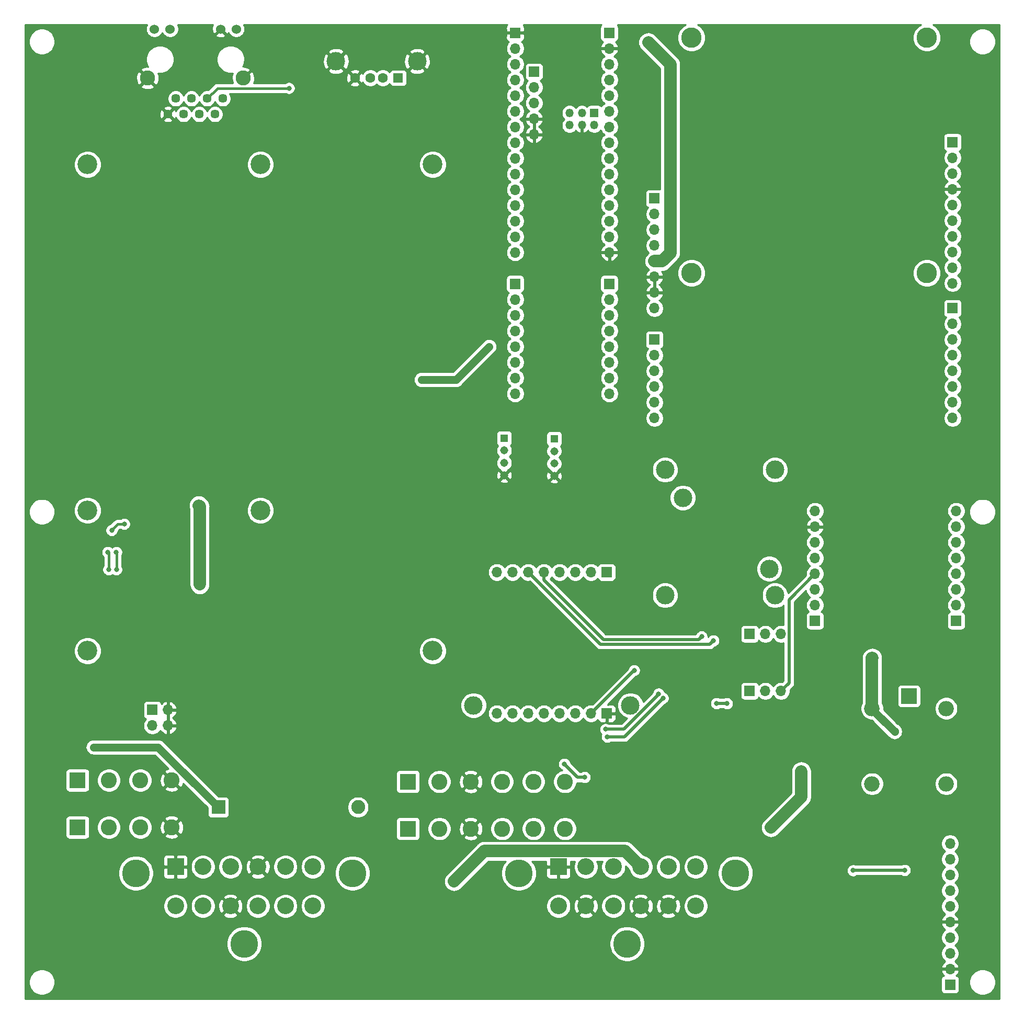
<source format=gbr>
%TF.GenerationSoftware,KiCad,Pcbnew,(5.1.10)-1*%
%TF.CreationDate,2022-08-04T08:13:07-06:00*%
%TF.ProjectId,AS14,41533134-2e6b-4696-9361-645f70636258,rev?*%
%TF.SameCoordinates,Original*%
%TF.FileFunction,Copper,L2,Bot*%
%TF.FilePolarity,Positive*%
%FSLAX46Y46*%
G04 Gerber Fmt 4.6, Leading zero omitted, Abs format (unit mm)*
G04 Created by KiCad (PCBNEW (5.1.10)-1) date 2022-08-04 08:13:07*
%MOMM*%
%LPD*%
G01*
G04 APERTURE LIST*
%TA.AperFunction,ComponentPad*%
%ADD10C,3.300000*%
%TD*%
%TA.AperFunction,ComponentPad*%
%ADD11C,4.485000*%
%TD*%
%TA.AperFunction,ComponentPad*%
%ADD12C,2.715000*%
%TD*%
%TA.AperFunction,ComponentPad*%
%ADD13R,2.715000X2.715000*%
%TD*%
%TA.AperFunction,ComponentPad*%
%ADD14O,1.700000X1.700000*%
%TD*%
%TA.AperFunction,ComponentPad*%
%ADD15R,1.700000X1.700000*%
%TD*%
%TA.AperFunction,ComponentPad*%
%ADD16C,1.600000*%
%TD*%
%TA.AperFunction,ComponentPad*%
%ADD17R,1.600000X1.500000*%
%TD*%
%TA.AperFunction,ComponentPad*%
%ADD18C,3.000000*%
%TD*%
%TA.AperFunction,ComponentPad*%
%ADD19C,2.999999*%
%TD*%
%TA.AperFunction,ComponentPad*%
%ADD20C,3.200000*%
%TD*%
%TA.AperFunction,ComponentPad*%
%ADD21C,2.600000*%
%TD*%
%TA.AperFunction,ComponentPad*%
%ADD22R,2.600000X2.600000*%
%TD*%
%TA.AperFunction,ComponentPad*%
%ADD23O,2.500000X2.500000*%
%TD*%
%TA.AperFunction,ComponentPad*%
%ADD24R,2.500000X2.500000*%
%TD*%
%TA.AperFunction,ComponentPad*%
%ADD25C,1.308000*%
%TD*%
%TA.AperFunction,ComponentPad*%
%ADD26R,1.308000X1.308000*%
%TD*%
%TA.AperFunction,ComponentPad*%
%ADD27C,2.445000*%
%TD*%
%TA.AperFunction,ComponentPad*%
%ADD28C,1.530000*%
%TD*%
%TA.AperFunction,ComponentPad*%
%ADD29C,1.446000*%
%TD*%
%TA.AperFunction,ComponentPad*%
%ADD30R,2.250000X2.250000*%
%TD*%
%TA.AperFunction,ComponentPad*%
%ADD31C,2.250000*%
%TD*%
%TA.AperFunction,ComponentPad*%
%ADD32O,1.350000X1.350000*%
%TD*%
%TA.AperFunction,ComponentPad*%
%ADD33R,1.350000X1.350000*%
%TD*%
%TA.AperFunction,ViaPad*%
%ADD34C,0.800000*%
%TD*%
%TA.AperFunction,Conductor*%
%ADD35C,0.431800*%
%TD*%
%TA.AperFunction,Conductor*%
%ADD36C,2.032000*%
%TD*%
%TA.AperFunction,Conductor*%
%ADD37C,1.270000*%
%TD*%
%TA.AperFunction,Conductor*%
%ADD38C,0.508000*%
%TD*%
%TA.AperFunction,Conductor*%
%ADD39C,0.254000*%
%TD*%
%TA.AperFunction,Conductor*%
%ADD40C,0.100000*%
%TD*%
G04 APERTURE END LIST*
D10*
%TO.P,REF\u002A\u002A,*%
%TO.N,*%
X128540000Y-60833000D03*
X128540000Y-22733000D03*
X166640000Y-22733000D03*
X166640000Y-60833000D03*
%TD*%
D11*
%TO.P,J28,MH3*%
%TO.N,Net-(J28-PadMH3)*%
X135655000Y-157992000D03*
%TO.P,J28,MH2*%
%TO.N,Net-(J28-PadMH2)*%
X118115000Y-169422000D03*
%TO.P,J28,MH1*%
%TO.N,Net-(J28-PadMH1)*%
X100575000Y-157992000D03*
D12*
%TO.P,J28,12*%
%TO.N,Net-(J28-Pad12)*%
X107000000Y-163322000D03*
%TO.P,J28,11*%
%TO.N,GND*%
X111445000Y-163322000D03*
%TO.P,J28,10*%
%TO.N,Net-(D5-Pad2)*%
X115890000Y-163322000D03*
%TO.P,J28,9*%
%TO.N,GND*%
X120340000Y-163322000D03*
%TO.P,J28,8*%
X124785000Y-163322000D03*
%TO.P,J28,7*%
%TO.N,Net-(D4-Pad3)*%
X129230000Y-163322000D03*
%TO.P,J28,6*%
%TO.N,Net-(J28-Pad6)*%
X129230000Y-156972000D03*
%TO.P,J28,5*%
%TO.N,Net-(J28-Pad5)*%
X124785000Y-156972000D03*
%TO.P,J28,4*%
%TO.N,Net-(C10-Pad1)*%
X120340000Y-156972000D03*
%TO.P,J28,3*%
%TO.N,Net-(J28-Pad3)*%
X115890000Y-156972000D03*
%TO.P,J28,2*%
%TO.N,Net-(J28-Pad2)*%
X111445000Y-156972000D03*
D13*
%TO.P,J28,1*%
%TO.N,GND*%
X107000000Y-156972000D03*
%TD*%
D14*
%TO.P,J6,5*%
%TO.N,GND*%
X103035600Y-38404800D03*
%TO.P,J6,4*%
X103035600Y-35864800D03*
%TO.P,J6,3*%
%TO.N,Net-(J5-Pad3)*%
X103035600Y-33324800D03*
%TO.P,J6,2*%
%TO.N,Net-(J5-Pad2)*%
X103035600Y-30784800D03*
D15*
%TO.P,J6,1*%
%TO.N,Net-(J6-Pad1)*%
X103035600Y-28244800D03*
%TD*%
D16*
%TO.P,J5,4*%
%TO.N,GND*%
X74051400Y-29260800D03*
%TO.P,J5,3*%
%TO.N,Net-(J5-Pad3)*%
X76551400Y-29260800D03*
%TO.P,J5,2*%
%TO.N,Net-(J5-Pad2)*%
X78551400Y-29260800D03*
D17*
%TO.P,J5,1*%
%TO.N,Net-(C10-Pad1)*%
X81051400Y-29260800D03*
D18*
%TO.P,J5,5*%
%TO.N,GND*%
X70981400Y-26550800D03*
X84121400Y-26550800D03*
%TD*%
D11*
%TO.P,J7,MH3*%
%TO.N,Net-(J7-PadMH3)*%
X73655000Y-157992000D03*
%TO.P,J7,MH2*%
%TO.N,Net-(J7-PadMH2)*%
X56115000Y-169422000D03*
%TO.P,J7,MH1*%
%TO.N,Net-(J7-PadMH1)*%
X38575000Y-157992000D03*
D12*
%TO.P,J7,12*%
%TO.N,Net-(J7-Pad12)*%
X45000000Y-163322000D03*
%TO.P,J7,11*%
%TO.N,Net-(J7-Pad11)*%
X49445000Y-163322000D03*
%TO.P,J7,10*%
%TO.N,GND*%
X53890000Y-163322000D03*
%TO.P,J7,9*%
%TO.N,Net-(C10-Pad1)*%
X58340000Y-163322000D03*
%TO.P,J7,8*%
%TO.N,Net-(D2-Pad3)*%
X62785000Y-163322000D03*
%TO.P,J7,7*%
%TO.N,Net-(J7-Pad7)*%
X67230000Y-163322000D03*
%TO.P,J7,6*%
%TO.N,Net-(D5-Pad2)*%
X67230000Y-156972000D03*
%TO.P,J7,5*%
%TO.N,Net-(J7-Pad5)*%
X62785000Y-156972000D03*
%TO.P,J7,4*%
%TO.N,GND*%
X58340000Y-156972000D03*
%TO.P,J7,3*%
%TO.N,Net-(J7-Pad3)*%
X53890000Y-156972000D03*
%TO.P,J7,2*%
%TO.N,Net-(J7-Pad2)*%
X49445000Y-156972000D03*
D13*
%TO.P,J7,1*%
%TO.N,GND*%
X45000000Y-156972000D03*
%TD*%
D14*
%TO.P,J16,3*%
%TO.N,Net-(J16-Pad3)*%
X143027400Y-119278400D03*
%TO.P,J16,2*%
%TO.N,Net-(IC3-Pad3)*%
X140487400Y-119278400D03*
D15*
%TO.P,J16,1*%
%TO.N,Net-(J14-Pad8)*%
X137947400Y-119278400D03*
%TD*%
D14*
%TO.P,J17,3*%
%TO.N,Net-(J17-Pad3)*%
X143027400Y-128498600D03*
%TO.P,J17,2*%
%TO.N,Net-(IC3-Pad4)*%
X140487400Y-128498600D03*
D15*
%TO.P,J17,1*%
%TO.N,Net-(J14-Pad9)*%
X137947400Y-128498600D03*
%TD*%
D18*
%TO.P,M1,2*%
%TO.N,N/C*%
X141127600Y-108726000D03*
%TO.P,M1,1*%
X127127600Y-97226000D03*
%TD*%
D19*
%TO.P,REF\u002A\u002A,4*%
%TO.N,N/C*%
X124256800Y-92684600D03*
%TO.P,REF\u002A\u002A,3*%
X142036800Y-92684600D03*
%TO.P,REF\u002A\u002A,2*%
X142036800Y-113004600D03*
%TO.P,REF\u002A\u002A,1*%
X124256800Y-113004600D03*
%TD*%
D18*
%TO.P,REF\u002A\u002A,*%
%TO.N,*%
X93245000Y-130837000D03*
X118645000Y-130837000D03*
%TD*%
D20*
%TO.P,REF\u002A\u002A,8*%
%TO.N,N/C*%
X58746000Y-43266000D03*
X58746000Y-99266000D03*
X30746000Y-99266000D03*
X30746000Y-43266000D03*
X86626000Y-43266000D03*
X86626000Y-122006000D03*
X30746000Y-122006000D03*
%TD*%
D14*
%TO.P,J11,10*%
%TO.N,Net-(J11-Pad10)*%
X170383200Y-153187400D03*
%TO.P,J11,9*%
%TO.N,Net-(J11-Pad9)*%
X170383200Y-155727400D03*
%TO.P,J11,8*%
%TO.N,Net-(D2-Pad3)*%
X170383200Y-158267400D03*
%TO.P,J11,7*%
%TO.N,Net-(D4-Pad3)*%
X170383200Y-160807400D03*
%TO.P,J11,6*%
%TO.N,Net-(J11-Pad6)*%
X170383200Y-163347400D03*
%TO.P,J11,5*%
%TO.N,GND*%
X170383200Y-165887400D03*
%TO.P,J11,4*%
%TO.N,Net-(IC3-Pad5)*%
X170383200Y-168427400D03*
%TO.P,J11,3*%
%TO.N,Net-(IC3-Pad6)*%
X170383200Y-170967400D03*
%TO.P,J11,2*%
%TO.N,GND*%
X170383200Y-173507400D03*
D15*
%TO.P,J11,1*%
%TO.N,Net-(C10-Pad1)*%
X170383200Y-176047400D03*
%TD*%
D14*
%TO.P,J23,8*%
%TO.N,Net-(J23-Pad8)*%
X97025460Y-109273100D03*
%TO.P,J23,7*%
%TO.N,Net-(J23-Pad7)*%
X99565460Y-109273100D03*
%TO.P,J23,6*%
%TO.N,Net-(J14-Pad8)*%
X102105460Y-109273100D03*
%TO.P,J23,5*%
%TO.N,Net-(J14-Pad9)*%
X104645460Y-109273100D03*
%TO.P,J23,4*%
%TO.N,Net-(J23-Pad4)*%
X107185460Y-109273100D03*
%TO.P,J23,3*%
%TO.N,Net-(J23-Pad3)*%
X109725460Y-109273100D03*
%TO.P,J23,2*%
%TO.N,Net-(J23-Pad2)*%
X112265460Y-109273100D03*
D15*
%TO.P,J23,1*%
%TO.N,Net-(J23-Pad1)*%
X114805460Y-109273100D03*
%TD*%
D21*
%TO.P,KF2,6*%
%TO.N,Net-(KF2-Pad6)*%
X108038900Y-143178400D03*
X108038900Y-150798400D03*
%TO.P,KF2,5*%
%TO.N,Net-(J28-Pad5)*%
X102958900Y-143178400D03*
X102958900Y-150798400D03*
%TO.P,KF2,4*%
%TO.N,Net-(J28-Pad12)*%
X97878900Y-143178400D03*
X97878900Y-150798400D03*
%TO.P,KF2,3*%
%TO.N,GND*%
X92798900Y-143178400D03*
X92798900Y-150798400D03*
%TO.P,KF2,2*%
%TO.N,Net-(D5-Pad2)*%
X87718900Y-143178400D03*
X87718900Y-150798400D03*
D22*
%TO.P,KF2,1*%
X82638900Y-143178400D03*
X82638900Y-150798400D03*
%TD*%
D21*
%TO.P,KF1,4*%
%TO.N,GND*%
X44373800Y-142949800D03*
X44373800Y-150569800D03*
%TO.P,KF1,3*%
%TO.N,Net-(C10-Pad1)*%
X39293800Y-142949800D03*
X39293800Y-150569800D03*
%TO.P,KF1,2*%
%TO.N,Net-(J7-Pad12)*%
X34213800Y-142949800D03*
X34213800Y-150569800D03*
D22*
%TO.P,KF1,1*%
%TO.N,Net-(J7-Pad11)*%
X29133800Y-142949800D03*
X29133800Y-150569800D03*
%TD*%
D23*
%TO.P,K1,2*%
%TO.N,Net-(D1-Pad2)*%
X169753800Y-131336800D03*
%TO.P,K1,4*%
%TO.N,Net-(K1-Pad4)*%
X169753800Y-143536800D03*
%TO.P,K1,5*%
%TO.N,Net-(J28-Pad6)*%
X157753800Y-143536800D03*
%TO.P,K1,1*%
%TO.N,Net-(C10-Pad1)*%
X157753800Y-131336800D03*
D24*
%TO.P,K1,3*%
%TO.N,Net-(K1-Pad3)*%
X163753800Y-129336800D03*
%TD*%
D25*
%TO.P,J2,4*%
%TO.N,GND*%
X106299000Y-93678000D03*
%TO.P,J2,3*%
%TO.N,Net-(J2-Pad3)*%
X106299000Y-91678000D03*
%TO.P,J2,2*%
%TO.N,Net-(J1-Pad3)*%
X106299000Y-89678000D03*
D26*
%TO.P,J2,1*%
%TO.N,Net-(J1-Pad4)*%
X106299000Y-87678000D03*
%TD*%
D15*
%TO.P,J8,1*%
%TO.N,Net-(C10-Pad1)*%
X41249600Y-131572000D03*
D14*
%TO.P,J8,2*%
X41249600Y-134112000D03*
%TO.P,J8,3*%
%TO.N,GND*%
X43789600Y-131572000D03*
%TO.P,J8,4*%
X43789600Y-134112000D03*
%TD*%
D27*
%TO.P,J9,MH2*%
%TO.N,GND*%
X40464200Y-29288200D03*
%TO.P,J9,MH1*%
X55954200Y-29288200D03*
D28*
%TO.P,J9,12*%
%TO.N,Net-(J9-Pad12)*%
X41584200Y-21338200D03*
%TO.P,J9,11*%
%TO.N,Net-(J9-Pad11)*%
X44124200Y-21338200D03*
%TO.P,J9,10*%
%TO.N,GND*%
X52294200Y-21338200D03*
%TO.P,J9,9*%
%TO.N,Net-(J10-Pad3)*%
X54834200Y-21338200D03*
D29*
%TO.P,J9,8*%
%TO.N,GND*%
X43764200Y-35128200D03*
%TO.P,J9,7*%
%TO.N,Net-(J9-Pad7)*%
X45034200Y-32588200D03*
%TO.P,J9,6*%
%TO.N,Net-(J10-Pad2)*%
X46304200Y-35128200D03*
%TO.P,J9,5*%
%TO.N,Net-(C4-Pad1)*%
X47574200Y-32588200D03*
%TO.P,J9,4*%
X48844200Y-35128200D03*
%TO.P,J9,3*%
%TO.N,Net-(J10-Pad1)*%
X50114200Y-32588200D03*
%TO.P,J9,2*%
%TO.N,Net-(J10-Pad5)*%
X51384200Y-35128200D03*
%TO.P,J9,1*%
%TO.N,Net-(J10-Pad6)*%
X52654200Y-32588200D03*
%TD*%
D30*
%TO.P,D5,1*%
%TO.N,Net-(C2-Pad1)*%
X51943000Y-147320000D03*
D31*
%TO.P,D5,2*%
%TO.N,Net-(D5-Pad2)*%
X74543000Y-147320000D03*
%TD*%
D14*
%TO.P,J15,8*%
%TO.N,Net-(J15-Pad8)*%
X115224800Y-80365600D03*
%TO.P,J15,7*%
%TO.N,Net-(J15-Pad7)*%
X115224800Y-77825600D03*
%TO.P,J15,6*%
%TO.N,Net-(J15-Pad6)*%
X115224800Y-75285600D03*
%TO.P,J15,5*%
%TO.N,Net-(J15-Pad5)*%
X115224800Y-72745600D03*
%TO.P,J15,4*%
%TO.N,Net-(J15-Pad4)*%
X115224800Y-70205600D03*
%TO.P,J15,3*%
%TO.N,Net-(J15-Pad3)*%
X115224800Y-67665600D03*
%TO.P,J15,2*%
%TO.N,Net-(J15-Pad2)*%
X115224800Y-65125600D03*
D15*
%TO.P,J15,1*%
%TO.N,Net-(J15-Pad1)*%
X115224800Y-62585600D03*
%TD*%
D14*
%TO.P,J22,8*%
%TO.N,Net-(C10-Pad1)*%
X148522000Y-99362300D03*
%TO.P,J22,7*%
%TO.N,GND*%
X148522000Y-101902300D03*
%TO.P,J22,6*%
%TO.N,Net-(J22-Pad6)*%
X148522000Y-104442300D03*
%TO.P,J22,5*%
%TO.N,Net-(J22-Pad5)*%
X148522000Y-106982300D03*
%TO.P,J22,4*%
%TO.N,Net-(J17-Pad3)*%
X148522000Y-109522300D03*
%TO.P,J22,3*%
%TO.N,Net-(J16-Pad3)*%
X148522000Y-112062300D03*
%TO.P,J22,2*%
%TO.N,Net-(J14-Pad13)*%
X148522000Y-114602300D03*
D15*
%TO.P,J22,1*%
%TO.N,Net-(J14-Pad12)*%
X148522000Y-117142300D03*
%TD*%
D14*
%TO.P,J24,8*%
%TO.N,Net-(J24-Pad8)*%
X171382000Y-99362300D03*
%TO.P,J24,7*%
%TO.N,Net-(J24-Pad7)*%
X171382000Y-101902300D03*
%TO.P,J24,6*%
%TO.N,Net-(J24-Pad6)*%
X171382000Y-104442300D03*
%TO.P,J24,5*%
%TO.N,Net-(J24-Pad5)*%
X171382000Y-106982300D03*
%TO.P,J24,4*%
%TO.N,Net-(J24-Pad4)*%
X171382000Y-109522300D03*
%TO.P,J24,3*%
%TO.N,Net-(J24-Pad3)*%
X171382000Y-112062300D03*
%TO.P,J24,2*%
%TO.N,Net-(J24-Pad2)*%
X171382000Y-114602300D03*
D15*
%TO.P,J24,1*%
%TO.N,Net-(J24-Pad1)*%
X171382000Y-117142300D03*
%TD*%
D25*
%TO.P,J4,4*%
%TO.N,GND*%
X98209100Y-93578700D03*
%TO.P,J4,3*%
%TO.N,Net-(J4-Pad3)*%
X98209100Y-91578700D03*
%TO.P,J4,2*%
%TO.N,Net-(J13-Pad1)*%
X98209100Y-89578700D03*
D26*
%TO.P,J4,1*%
%TO.N,Net-(J13-Pad2)*%
X98209100Y-87578700D03*
%TD*%
D14*
%TO.P,J27,8*%
%TO.N,Net-(J14-Pad11)*%
X170800000Y-84328000D03*
%TO.P,J27,7*%
%TO.N,Net-(J14-Pad10)*%
X170800000Y-81788000D03*
%TO.P,J27,6*%
%TO.N,Net-(J14-Pad7)*%
X170800000Y-79248000D03*
%TO.P,J27,5*%
%TO.N,Net-(J27-Pad5)*%
X170800000Y-76708000D03*
%TO.P,J27,4*%
%TO.N,Net-(J27-Pad4)*%
X170800000Y-74168000D03*
%TO.P,J27,3*%
%TO.N,Net-(J27-Pad3)*%
X170800000Y-71628000D03*
%TO.P,J27,2*%
%TO.N,Net-(J27-Pad2)*%
X170800000Y-69088000D03*
D15*
%TO.P,J27,1*%
%TO.N,Net-(J27-Pad1)*%
X170800000Y-66548000D03*
%TD*%
D14*
%TO.P,J26,10*%
%TO.N,Net-(J14-Pad6)*%
X170800000Y-62488000D03*
%TO.P,J26,9*%
%TO.N,Net-(J26-Pad9)*%
X170800000Y-59948000D03*
%TO.P,J26,8*%
%TO.N,Net-(J26-Pad8)*%
X170800000Y-57408000D03*
%TO.P,J26,7*%
%TO.N,Net-(J26-Pad7)*%
X170800000Y-54868000D03*
%TO.P,J26,6*%
%TO.N,Net-(J26-Pad6)*%
X170800000Y-52328000D03*
%TO.P,J26,5*%
%TO.N,Net-(J26-Pad5)*%
X170800000Y-49788000D03*
%TO.P,J26,4*%
%TO.N,GND*%
X170800000Y-47248000D03*
%TO.P,J26,3*%
%TO.N,Net-(J26-Pad3)*%
X170800000Y-44708000D03*
%TO.P,J26,2*%
%TO.N,Net-(J26-Pad2)*%
X170800000Y-42168000D03*
D15*
%TO.P,J26,1*%
%TO.N,Net-(J26-Pad1)*%
X170800000Y-39628000D03*
%TD*%
D14*
%TO.P,J21,6*%
%TO.N,Net-(J21-Pad6)*%
X122540000Y-84328000D03*
%TO.P,J21,5*%
%TO.N,Net-(J21-Pad5)*%
X122540000Y-81788000D03*
%TO.P,J21,4*%
%TO.N,Net-(J21-Pad4)*%
X122540000Y-79248000D03*
%TO.P,J21,3*%
%TO.N,Net-(J21-Pad3)*%
X122540000Y-76708000D03*
%TO.P,J21,2*%
%TO.N,Net-(J21-Pad2)*%
X122540000Y-74168000D03*
D15*
%TO.P,J21,1*%
%TO.N,Net-(J21-Pad1)*%
X122540000Y-71628000D03*
%TD*%
D14*
%TO.P,J20,8*%
%TO.N,Net-(J20-Pad8)*%
X122540000Y-66548000D03*
%TO.P,J20,7*%
%TO.N,GND*%
X122540000Y-64008000D03*
%TO.P,J20,6*%
X122540000Y-61468000D03*
%TO.P,J20,5*%
%TO.N,Net-(C10-Pad1)*%
X122540000Y-58928000D03*
%TO.P,J20,4*%
%TO.N,Net-(J20-Pad4)*%
X122540000Y-56388000D03*
%TO.P,J20,3*%
%TO.N,Net-(J20-Pad3)*%
X122540000Y-53848000D03*
%TO.P,J20,2*%
%TO.N,Net-(J12-Pad15)*%
X122540000Y-51308000D03*
D15*
%TO.P,J20,1*%
%TO.N,Net-(J20-Pad1)*%
X122540000Y-48768000D03*
%TD*%
D14*
%TO.P,J14,15*%
%TO.N,GND*%
X115224800Y-57505600D03*
%TO.P,J14,14*%
%TO.N,Net-(J14-Pad14)*%
X115224800Y-54965600D03*
%TO.P,J14,13*%
%TO.N,Net-(J14-Pad13)*%
X115224800Y-52425600D03*
%TO.P,J14,12*%
%TO.N,Net-(J14-Pad12)*%
X115224800Y-49885600D03*
%TO.P,J14,11*%
%TO.N,Net-(J14-Pad11)*%
X115224800Y-47345600D03*
%TO.P,J14,10*%
%TO.N,Net-(J14-Pad10)*%
X115224800Y-44805600D03*
%TO.P,J14,9*%
%TO.N,Net-(J14-Pad9)*%
X115224800Y-42265600D03*
%TO.P,J14,8*%
%TO.N,Net-(J14-Pad8)*%
X115224800Y-39725600D03*
%TO.P,J14,7*%
%TO.N,Net-(J14-Pad7)*%
X115224800Y-37185600D03*
%TO.P,J14,6*%
%TO.N,Net-(J14-Pad6)*%
X115224800Y-34645600D03*
%TO.P,J14,5*%
%TO.N,Net-(J14-Pad5)*%
X115224800Y-32105600D03*
%TO.P,J14,4*%
%TO.N,Net-(J14-Pad4)*%
X115224800Y-29565600D03*
%TO.P,J14,3*%
%TO.N,Net-(J14-Pad3)*%
X115224800Y-27025600D03*
%TO.P,J14,2*%
%TO.N,GND*%
X115224800Y-24485600D03*
D15*
%TO.P,J14,1*%
%TO.N,Net-(C10-Pad1)*%
X115224800Y-21945600D03*
%TD*%
D32*
%TO.P,J10,6*%
%TO.N,Net-(J10-Pad6)*%
X108786400Y-36915600D03*
%TO.P,J10,5*%
%TO.N,Net-(J10-Pad5)*%
X108786400Y-34915600D03*
%TO.P,J10,4*%
%TO.N,GND*%
X110786400Y-36915600D03*
%TO.P,J10,3*%
%TO.N,Net-(J10-Pad3)*%
X110786400Y-34915600D03*
%TO.P,J10,2*%
%TO.N,Net-(J10-Pad2)*%
X112786400Y-36915600D03*
D33*
%TO.P,J10,1*%
%TO.N,Net-(J10-Pad1)*%
X112786400Y-34915600D03*
%TD*%
D14*
%TO.P,J13,8*%
%TO.N,Net-(J13-Pad8)*%
X99984800Y-80365600D03*
%TO.P,J13,7*%
%TO.N,Net-(J13-Pad7)*%
X99984800Y-77825600D03*
%TO.P,J13,6*%
%TO.N,Net-(J13-Pad6)*%
X99984800Y-75285600D03*
%TO.P,J13,5*%
%TO.N,Net-(J1-Pad3)*%
X99984800Y-72745600D03*
%TO.P,J13,4*%
%TO.N,Net-(J1-Pad4)*%
X99984800Y-70205600D03*
%TO.P,J13,3*%
%TO.N,Net-(J13-Pad3)*%
X99984800Y-67665600D03*
%TO.P,J13,2*%
%TO.N,Net-(J13-Pad2)*%
X99984800Y-65125600D03*
D15*
%TO.P,J13,1*%
%TO.N,Net-(J13-Pad1)*%
X99984800Y-62585600D03*
%TD*%
D14*
%TO.P,J12,15*%
%TO.N,Net-(J12-Pad15)*%
X99984800Y-57505600D03*
%TO.P,J12,14*%
%TO.N,Net-(J12-Pad14)*%
X99984800Y-54965600D03*
%TO.P,J12,13*%
%TO.N,Net-(J12-Pad13)*%
X99984800Y-52425600D03*
%TO.P,J12,12*%
%TO.N,Net-(J12-Pad12)*%
X99984800Y-49885600D03*
%TO.P,J12,11*%
%TO.N,Net-(J12-Pad11)*%
X99984800Y-47345600D03*
%TO.P,J12,10*%
%TO.N,Net-(J12-Pad10)*%
X99984800Y-44805600D03*
%TO.P,J12,9*%
%TO.N,Net-(J12-Pad9)*%
X99984800Y-42265600D03*
%TO.P,J12,8*%
%TO.N,Net-(J12-Pad8)*%
X99984800Y-39725600D03*
%TO.P,J12,7*%
%TO.N,Net-(J12-Pad7)*%
X99984800Y-37185600D03*
%TO.P,J12,6*%
%TO.N,Net-(J12-Pad6)*%
X99984800Y-34645600D03*
%TO.P,J12,5*%
%TO.N,Net-(J12-Pad5)*%
X99984800Y-32105600D03*
%TO.P,J12,4*%
%TO.N,Net-(J12-Pad4)*%
X99984800Y-29565600D03*
%TO.P,J12,3*%
%TO.N,Net-(J12-Pad3)*%
X99984800Y-27025600D03*
%TO.P,J12,2*%
%TO.N,Net-(J12-Pad2)*%
X99984800Y-24485600D03*
D15*
%TO.P,J12,1*%
%TO.N,GND*%
X99984800Y-21945600D03*
%TD*%
D14*
%TO.P,J25,8*%
%TO.N,Net-(J25-Pad8)*%
X97025460Y-132133100D03*
%TO.P,J25,7*%
%TO.N,Net-(J25-Pad7)*%
X99565460Y-132133100D03*
%TO.P,J25,6*%
%TO.N,Net-(J25-Pad6)*%
X102105460Y-132133100D03*
%TO.P,J25,5*%
%TO.N,Net-(J25-Pad5)*%
X104645460Y-132133100D03*
%TO.P,J25,4*%
%TO.N,Net-(J25-Pad4)*%
X107185460Y-132133100D03*
%TO.P,J25,3*%
%TO.N,Net-(J25-Pad3)*%
X109725460Y-132133100D03*
%TO.P,J25,2*%
%TO.N,Net-(C1-Pad1)*%
X112265460Y-132133100D03*
D15*
%TO.P,J25,1*%
%TO.N,GND*%
X114805460Y-132133100D03*
%TD*%
D34*
%TO.N,GND*%
X29464000Y-105664000D03*
X34925000Y-113411000D03*
X38862000Y-113411000D03*
X37083996Y-106045000D03*
X101854000Y-103505000D03*
X94615000Y-71247000D03*
X69977000Y-126619000D03*
X76327000Y-139319000D03*
X76327000Y-138303000D03*
X94361000Y-83947000D03*
X149987000Y-130810000D03*
X121361200Y-126187200D03*
X123850400Y-124968000D03*
X53848000Y-119176800D03*
X80518000Y-135204200D03*
X64922401Y-129209799D03*
X60528198Y-129133600D03*
X50139600Y-124155200D03*
X46202600Y-124790200D03*
X40767000Y-113919000D03*
X158648400Y-171526200D03*
X158744277Y-176637323D03*
X165658800Y-155905200D03*
X136779000Y-139192000D03*
X136652000Y-136601200D03*
X136525000Y-147904200D03*
X127170257Y-134767480D03*
X121767600Y-136728200D03*
X149936200Y-155295600D03*
X148056600Y-150418800D03*
X153873200Y-155244800D03*
X38176200Y-100050600D03*
%TO.N,Net-(J1-Pad3)*%
X35433000Y-108839000D03*
X35406961Y-106030577D03*
%TO.N,Net-(C10-Pad1)*%
X146304000Y-141528800D03*
X141401800Y-150596600D03*
X121539000Y-23495000D03*
X161417000Y-135128000D03*
X157784800Y-123139200D03*
X90093800Y-159308800D03*
%TO.N,Net-(J1-Pad4)*%
X34163000Y-108839000D03*
X34036000Y-106045006D03*
%TO.N,Net-(J7-Pad2)*%
X114604800Y-134696200D03*
X123203585Y-128950511D03*
%TO.N,Net-(J12-Pad11)*%
X34671000Y-102489000D03*
X36703000Y-101472998D03*
%TO.N,Net-(J7-Pad5)*%
X111226600Y-142468600D03*
X107950000Y-140335000D03*
%TO.N,Net-(J7-Pad3)*%
X114884200Y-135915400D03*
X123901200Y-129667000D03*
%TO.N,Net-(C2-Pad1)*%
X31699200Y-137591800D03*
%TO.N,Net-(J10-Pad1)*%
X63373000Y-30911800D03*
%TO.N,Net-(J11-Pad9)*%
X163055300Y-157518100D03*
X154686000Y-157556200D03*
%TO.N,Net-(J14-Pad9)*%
X130175000Y-119684800D03*
%TO.N,Net-(J14-Pad8)*%
X132074277Y-120350923D03*
%TO.N,Net-(C1-Pad1)*%
X95758000Y-72771000D03*
X48920400Y-111252000D03*
X84835998Y-78105002D03*
X48768000Y-98475800D03*
X134264400Y-130530600D03*
X132556389Y-130494199D03*
X119255378Y-125159624D03*
%TD*%
D35*
%TO.N,Net-(J1-Pad3)*%
X35433000Y-106056616D02*
X35406961Y-106030577D01*
X35433000Y-108839000D02*
X35433000Y-106056616D01*
D36*
%TO.N,Net-(C10-Pad1)*%
X123742081Y-58928000D02*
X125095000Y-57575081D01*
X122540000Y-58928000D02*
X123742081Y-58928000D01*
X125095000Y-27051000D02*
X121539000Y-23495000D01*
X125095000Y-57575081D02*
X125095000Y-27051000D01*
D37*
X161417000Y-135128000D02*
X161417000Y-135000000D01*
X157753800Y-131464800D02*
X161417000Y-135128000D01*
X157753800Y-131336800D02*
X157753800Y-131464800D01*
D36*
X157753800Y-123170200D02*
X157784800Y-123139200D01*
X157753800Y-131336800D02*
X157753800Y-123170200D01*
X146304000Y-145694400D02*
X141401800Y-150596600D01*
X146304000Y-141528800D02*
X146304000Y-145694400D01*
X120340000Y-156972000D02*
X117766499Y-154398499D01*
X117766499Y-154398499D02*
X95004101Y-154398499D01*
X95004101Y-154398499D02*
X90093800Y-159308800D01*
D35*
%TO.N,Net-(J1-Pad4)*%
X34163000Y-106172006D02*
X34036000Y-106045006D01*
X34163000Y-108839000D02*
X34163000Y-106172006D01*
D38*
%TO.N,Net-(J7-Pad2)*%
X117565922Y-134696200D02*
X123203585Y-129058537D01*
X114604800Y-134696200D02*
X117565922Y-134696200D01*
X123203585Y-129058537D02*
X123203585Y-128950511D01*
D35*
%TO.N,Net-(J12-Pad11)*%
X35610802Y-101472998D02*
X36703000Y-101472998D01*
X34671000Y-102412800D02*
X35610802Y-101472998D01*
X34671000Y-102489000D02*
X34671000Y-102412800D01*
D38*
%TO.N,Net-(J17-Pad3)*%
X143027400Y-128498600D02*
X144331401Y-127194599D01*
X144331401Y-113712899D02*
X148522000Y-109522300D01*
X144331401Y-127194599D02*
X144331401Y-113712899D01*
%TO.N,Net-(J7-Pad5)*%
X110083600Y-142468600D02*
X107950000Y-140335000D01*
X111226600Y-142468600D02*
X110083600Y-142468600D01*
%TO.N,Net-(J7-Pad3)*%
X114884200Y-135915400D02*
X117652800Y-135915400D01*
X117652800Y-135915400D02*
X123901200Y-129667000D01*
D37*
%TO.N,Net-(C2-Pad1)*%
X51903802Y-147320000D02*
X51943000Y-147320000D01*
X42175602Y-137591800D02*
X51903802Y-147320000D01*
X31699200Y-137591800D02*
X42175602Y-137591800D01*
D35*
%TO.N,Net-(J10-Pad1)*%
X50114200Y-32588200D02*
X51771601Y-30930799D01*
X51771601Y-30930799D02*
X63354001Y-30930799D01*
X63354001Y-30930799D02*
X63373000Y-30911800D01*
D38*
%TO.N,Net-(J11-Pad9)*%
X163055300Y-157518100D02*
X154724100Y-157518100D01*
X154724100Y-157518100D02*
X154686000Y-157556200D01*
%TO.N,Net-(J14-Pad9)*%
X129667000Y-120192800D02*
X130175000Y-119684800D01*
X114300000Y-120192800D02*
X129667000Y-120192800D01*
X104645460Y-110538260D02*
X114300000Y-120192800D01*
X104645460Y-109273100D02*
X104645460Y-110538260D01*
%TO.N,Net-(J14-Pad8)*%
X102105460Y-109273100D02*
X113761082Y-120928722D01*
X113761082Y-120928722D02*
X131496478Y-120928722D01*
X131496478Y-120928722D02*
X132074277Y-120350923D01*
%TO.N,Net-(J28-Pad5)*%
X124841000Y-156972000D02*
X124785000Y-156972000D01*
D37*
%TO.N,Net-(C1-Pad1)*%
X95758000Y-72771000D02*
X90423998Y-78105002D01*
X90423998Y-78105002D02*
X84835998Y-78105002D01*
D36*
X48920400Y-111252000D02*
X48920400Y-98628200D01*
X48920400Y-98628200D02*
X48768000Y-98475800D01*
D38*
X134227999Y-130494199D02*
X134264400Y-130530600D01*
X132556389Y-130494199D02*
X134227999Y-130494199D01*
X119238936Y-125159624D02*
X119255378Y-125159624D01*
X112265460Y-132133100D02*
X119238936Y-125159624D01*
%TD*%
D39*
%TO.N,GND*%
X40343536Y-20675051D02*
X40238001Y-20929835D01*
X40184200Y-21200312D01*
X40184200Y-21476088D01*
X40238001Y-21746565D01*
X40343536Y-22001349D01*
X40496749Y-22230648D01*
X40691752Y-22425651D01*
X40921051Y-22578864D01*
X41175835Y-22684399D01*
X41446312Y-22738200D01*
X41722088Y-22738200D01*
X41992565Y-22684399D01*
X42247349Y-22578864D01*
X42476648Y-22425651D01*
X42671651Y-22230648D01*
X42824864Y-22001349D01*
X42854200Y-21930526D01*
X42883536Y-22001349D01*
X43036749Y-22230648D01*
X43231752Y-22425651D01*
X43461051Y-22578864D01*
X43715835Y-22684399D01*
X43986312Y-22738200D01*
X44262088Y-22738200D01*
X44532565Y-22684399D01*
X44787349Y-22578864D01*
X45016648Y-22425651D01*
X45136392Y-22305907D01*
X51506098Y-22305907D01*
X51573440Y-22546306D01*
X51822980Y-22663706D01*
X52090627Y-22730167D01*
X52366099Y-22743136D01*
X52638807Y-22702114D01*
X52898272Y-22608678D01*
X53014960Y-22546306D01*
X53082302Y-22305907D01*
X52294200Y-21517805D01*
X51506098Y-22305907D01*
X45136392Y-22305907D01*
X45211651Y-22230648D01*
X45364864Y-22001349D01*
X45470399Y-21746565D01*
X45524200Y-21476088D01*
X45524200Y-21200312D01*
X45470399Y-20929835D01*
X45364864Y-20675051D01*
X45354807Y-20660000D01*
X51066071Y-20660000D01*
X50968694Y-20866980D01*
X50902233Y-21134627D01*
X50889264Y-21410099D01*
X50930286Y-21682807D01*
X51023722Y-21942272D01*
X51086094Y-22058960D01*
X51326493Y-22126302D01*
X52114595Y-21338200D01*
X52100453Y-21324058D01*
X52280058Y-21144453D01*
X52294200Y-21158595D01*
X52308343Y-21144453D01*
X52487948Y-21324058D01*
X52473805Y-21338200D01*
X53261907Y-22126302D01*
X53502306Y-22058960D01*
X53563512Y-21928864D01*
X53593536Y-22001349D01*
X53746749Y-22230648D01*
X53941752Y-22425651D01*
X54171051Y-22578864D01*
X54425835Y-22684399D01*
X54696312Y-22738200D01*
X54972088Y-22738200D01*
X55242565Y-22684399D01*
X55497349Y-22578864D01*
X55726648Y-22425651D01*
X55921651Y-22230648D01*
X56074864Y-22001349D01*
X56180399Y-21746565D01*
X56234200Y-21476088D01*
X56234200Y-21200312D01*
X56180399Y-20929835D01*
X56074864Y-20675051D01*
X56064807Y-20660000D01*
X98670825Y-20660000D01*
X98604263Y-20741106D01*
X98545298Y-20851420D01*
X98508988Y-20971118D01*
X98496728Y-21095600D01*
X98499800Y-21659850D01*
X98658550Y-21818600D01*
X99857800Y-21818600D01*
X99857800Y-21798600D01*
X100111800Y-21798600D01*
X100111800Y-21818600D01*
X101311050Y-21818600D01*
X101469800Y-21659850D01*
X101472872Y-21095600D01*
X101460612Y-20971118D01*
X101424302Y-20851420D01*
X101365337Y-20741106D01*
X101298775Y-20660000D01*
X113910825Y-20660000D01*
X113844263Y-20741106D01*
X113785298Y-20851420D01*
X113748988Y-20971118D01*
X113736728Y-21095600D01*
X113736728Y-22795600D01*
X113748988Y-22920082D01*
X113785298Y-23039780D01*
X113844263Y-23150094D01*
X113923615Y-23246785D01*
X114020306Y-23326137D01*
X114130620Y-23385102D01*
X114211266Y-23409566D01*
X114127212Y-23485331D01*
X113953159Y-23718680D01*
X113827975Y-23981501D01*
X113783324Y-24128710D01*
X113904645Y-24358600D01*
X115097800Y-24358600D01*
X115097800Y-24338600D01*
X115351800Y-24338600D01*
X115351800Y-24358600D01*
X116544955Y-24358600D01*
X116666276Y-24128710D01*
X116621625Y-23981501D01*
X116496441Y-23718680D01*
X116329601Y-23495000D01*
X119880012Y-23495000D01*
X119911890Y-23818652D01*
X120006296Y-24129867D01*
X120159602Y-24416683D01*
X120314218Y-24605084D01*
X123444001Y-27734868D01*
X123444000Y-47285246D01*
X123390000Y-47279928D01*
X121690000Y-47279928D01*
X121565518Y-47292188D01*
X121445820Y-47328498D01*
X121335506Y-47387463D01*
X121238815Y-47466815D01*
X121159463Y-47563506D01*
X121100498Y-47673820D01*
X121064188Y-47793518D01*
X121051928Y-47918000D01*
X121051928Y-49618000D01*
X121064188Y-49742482D01*
X121100498Y-49862180D01*
X121159463Y-49972494D01*
X121238815Y-50069185D01*
X121335506Y-50148537D01*
X121445820Y-50207502D01*
X121518380Y-50229513D01*
X121386525Y-50361368D01*
X121224010Y-50604589D01*
X121112068Y-50874842D01*
X121055000Y-51161740D01*
X121055000Y-51454260D01*
X121112068Y-51741158D01*
X121224010Y-52011411D01*
X121386525Y-52254632D01*
X121593368Y-52461475D01*
X121767760Y-52578000D01*
X121593368Y-52694525D01*
X121386525Y-52901368D01*
X121224010Y-53144589D01*
X121112068Y-53414842D01*
X121055000Y-53701740D01*
X121055000Y-53994260D01*
X121112068Y-54281158D01*
X121224010Y-54551411D01*
X121386525Y-54794632D01*
X121593368Y-55001475D01*
X121767760Y-55118000D01*
X121593368Y-55234525D01*
X121386525Y-55441368D01*
X121224010Y-55684589D01*
X121112068Y-55954842D01*
X121055000Y-56241740D01*
X121055000Y-56534260D01*
X121112068Y-56821158D01*
X121224010Y-57091411D01*
X121386525Y-57334632D01*
X121593368Y-57541475D01*
X121611907Y-57553862D01*
X121366918Y-57754918D01*
X121160602Y-58006316D01*
X121007295Y-58293133D01*
X120912889Y-58604347D01*
X120881012Y-58928000D01*
X120912889Y-59251653D01*
X121007295Y-59562867D01*
X121160602Y-59849684D01*
X121366918Y-60101082D01*
X121618316Y-60307398D01*
X121619553Y-60308059D01*
X121442412Y-60467731D01*
X121268359Y-60701080D01*
X121143175Y-60963901D01*
X121098524Y-61111110D01*
X121219845Y-61341000D01*
X122413000Y-61341000D01*
X122413000Y-61321000D01*
X122667000Y-61321000D01*
X122667000Y-61341000D01*
X123860155Y-61341000D01*
X123981476Y-61111110D01*
X123936825Y-60963901D01*
X123811641Y-60701080D01*
X123742175Y-60607947D01*
X126255000Y-60607947D01*
X126255000Y-61058053D01*
X126342811Y-61499510D01*
X126515059Y-61915353D01*
X126765125Y-62289603D01*
X127083397Y-62607875D01*
X127457647Y-62857941D01*
X127873490Y-63030189D01*
X128314947Y-63118000D01*
X128765053Y-63118000D01*
X129206510Y-63030189D01*
X129622353Y-62857941D01*
X129996603Y-62607875D01*
X130314875Y-62289603D01*
X130564941Y-61915353D01*
X130737189Y-61499510D01*
X130825000Y-61058053D01*
X130825000Y-60607947D01*
X164355000Y-60607947D01*
X164355000Y-61058053D01*
X164442811Y-61499510D01*
X164615059Y-61915353D01*
X164865125Y-62289603D01*
X165183397Y-62607875D01*
X165557647Y-62857941D01*
X165973490Y-63030189D01*
X166414947Y-63118000D01*
X166865053Y-63118000D01*
X167306510Y-63030189D01*
X167722353Y-62857941D01*
X168096603Y-62607875D01*
X168414875Y-62289603D01*
X168664941Y-61915353D01*
X168837189Y-61499510D01*
X168925000Y-61058053D01*
X168925000Y-60607947D01*
X168837189Y-60166490D01*
X168664941Y-59750647D01*
X168414875Y-59376397D01*
X168096603Y-59058125D01*
X167722353Y-58808059D01*
X167306510Y-58635811D01*
X166865053Y-58548000D01*
X166414947Y-58548000D01*
X165973490Y-58635811D01*
X165557647Y-58808059D01*
X165183397Y-59058125D01*
X164865125Y-59376397D01*
X164615059Y-59750647D01*
X164442811Y-60166490D01*
X164355000Y-60607947D01*
X130825000Y-60607947D01*
X130737189Y-60166490D01*
X130564941Y-59750647D01*
X130314875Y-59376397D01*
X129996603Y-59058125D01*
X129622353Y-58808059D01*
X129206510Y-58635811D01*
X128765053Y-58548000D01*
X128314947Y-58548000D01*
X127873490Y-58635811D01*
X127457647Y-58808059D01*
X127083397Y-59058125D01*
X126765125Y-59376397D01*
X126515059Y-59750647D01*
X126342811Y-60166490D01*
X126255000Y-60607947D01*
X123742175Y-60607947D01*
X123725309Y-60585336D01*
X123742081Y-60586988D01*
X123823182Y-60579000D01*
X123823185Y-60579000D01*
X124065734Y-60555111D01*
X124376948Y-60460705D01*
X124663765Y-60307398D01*
X124915163Y-60101082D01*
X124966867Y-60038080D01*
X126205085Y-58799862D01*
X126268082Y-58748163D01*
X126341194Y-58659075D01*
X126474398Y-58496766D01*
X126556342Y-58343459D01*
X126627705Y-58209948D01*
X126722111Y-57898734D01*
X126746000Y-57656185D01*
X126746000Y-57656183D01*
X126753988Y-57575082D01*
X126746000Y-57493981D01*
X126746000Y-49641740D01*
X169315000Y-49641740D01*
X169315000Y-49934260D01*
X169372068Y-50221158D01*
X169484010Y-50491411D01*
X169646525Y-50734632D01*
X169853368Y-50941475D01*
X170027760Y-51058000D01*
X169853368Y-51174525D01*
X169646525Y-51381368D01*
X169484010Y-51624589D01*
X169372068Y-51894842D01*
X169315000Y-52181740D01*
X169315000Y-52474260D01*
X169372068Y-52761158D01*
X169484010Y-53031411D01*
X169646525Y-53274632D01*
X169853368Y-53481475D01*
X170027760Y-53598000D01*
X169853368Y-53714525D01*
X169646525Y-53921368D01*
X169484010Y-54164589D01*
X169372068Y-54434842D01*
X169315000Y-54721740D01*
X169315000Y-55014260D01*
X169372068Y-55301158D01*
X169484010Y-55571411D01*
X169646525Y-55814632D01*
X169853368Y-56021475D01*
X170027760Y-56138000D01*
X169853368Y-56254525D01*
X169646525Y-56461368D01*
X169484010Y-56704589D01*
X169372068Y-56974842D01*
X169315000Y-57261740D01*
X169315000Y-57554260D01*
X169372068Y-57841158D01*
X169484010Y-58111411D01*
X169646525Y-58354632D01*
X169853368Y-58561475D01*
X170027760Y-58678000D01*
X169853368Y-58794525D01*
X169646525Y-59001368D01*
X169484010Y-59244589D01*
X169372068Y-59514842D01*
X169315000Y-59801740D01*
X169315000Y-60094260D01*
X169372068Y-60381158D01*
X169484010Y-60651411D01*
X169646525Y-60894632D01*
X169853368Y-61101475D01*
X170027760Y-61218000D01*
X169853368Y-61334525D01*
X169646525Y-61541368D01*
X169484010Y-61784589D01*
X169372068Y-62054842D01*
X169315000Y-62341740D01*
X169315000Y-62634260D01*
X169372068Y-62921158D01*
X169484010Y-63191411D01*
X169646525Y-63434632D01*
X169853368Y-63641475D01*
X170096589Y-63803990D01*
X170366842Y-63915932D01*
X170653740Y-63973000D01*
X170946260Y-63973000D01*
X171233158Y-63915932D01*
X171503411Y-63803990D01*
X171746632Y-63641475D01*
X171953475Y-63434632D01*
X172115990Y-63191411D01*
X172227932Y-62921158D01*
X172285000Y-62634260D01*
X172285000Y-62341740D01*
X172227932Y-62054842D01*
X172115990Y-61784589D01*
X171953475Y-61541368D01*
X171746632Y-61334525D01*
X171572240Y-61218000D01*
X171746632Y-61101475D01*
X171953475Y-60894632D01*
X172115990Y-60651411D01*
X172227932Y-60381158D01*
X172285000Y-60094260D01*
X172285000Y-59801740D01*
X172227932Y-59514842D01*
X172115990Y-59244589D01*
X171953475Y-59001368D01*
X171746632Y-58794525D01*
X171572240Y-58678000D01*
X171746632Y-58561475D01*
X171953475Y-58354632D01*
X172115990Y-58111411D01*
X172227932Y-57841158D01*
X172285000Y-57554260D01*
X172285000Y-57261740D01*
X172227932Y-56974842D01*
X172115990Y-56704589D01*
X171953475Y-56461368D01*
X171746632Y-56254525D01*
X171572240Y-56138000D01*
X171746632Y-56021475D01*
X171953475Y-55814632D01*
X172115990Y-55571411D01*
X172227932Y-55301158D01*
X172285000Y-55014260D01*
X172285000Y-54721740D01*
X172227932Y-54434842D01*
X172115990Y-54164589D01*
X171953475Y-53921368D01*
X171746632Y-53714525D01*
X171572240Y-53598000D01*
X171746632Y-53481475D01*
X171953475Y-53274632D01*
X172115990Y-53031411D01*
X172227932Y-52761158D01*
X172285000Y-52474260D01*
X172285000Y-52181740D01*
X172227932Y-51894842D01*
X172115990Y-51624589D01*
X171953475Y-51381368D01*
X171746632Y-51174525D01*
X171572240Y-51058000D01*
X171746632Y-50941475D01*
X171953475Y-50734632D01*
X172115990Y-50491411D01*
X172227932Y-50221158D01*
X172285000Y-49934260D01*
X172285000Y-49641740D01*
X172227932Y-49354842D01*
X172115990Y-49084589D01*
X171953475Y-48841368D01*
X171746632Y-48634525D01*
X171564466Y-48512805D01*
X171681355Y-48443178D01*
X171897588Y-48248269D01*
X172071641Y-48014920D01*
X172196825Y-47752099D01*
X172241476Y-47604890D01*
X172120155Y-47375000D01*
X170927000Y-47375000D01*
X170927000Y-47395000D01*
X170673000Y-47395000D01*
X170673000Y-47375000D01*
X169479845Y-47375000D01*
X169358524Y-47604890D01*
X169403175Y-47752099D01*
X169528359Y-48014920D01*
X169702412Y-48248269D01*
X169918645Y-48443178D01*
X170035534Y-48512805D01*
X169853368Y-48634525D01*
X169646525Y-48841368D01*
X169484010Y-49084589D01*
X169372068Y-49354842D01*
X169315000Y-49641740D01*
X126746000Y-49641740D01*
X126746000Y-38778000D01*
X169311928Y-38778000D01*
X169311928Y-40478000D01*
X169324188Y-40602482D01*
X169360498Y-40722180D01*
X169419463Y-40832494D01*
X169498815Y-40929185D01*
X169595506Y-41008537D01*
X169705820Y-41067502D01*
X169778380Y-41089513D01*
X169646525Y-41221368D01*
X169484010Y-41464589D01*
X169372068Y-41734842D01*
X169315000Y-42021740D01*
X169315000Y-42314260D01*
X169372068Y-42601158D01*
X169484010Y-42871411D01*
X169646525Y-43114632D01*
X169853368Y-43321475D01*
X170027760Y-43438000D01*
X169853368Y-43554525D01*
X169646525Y-43761368D01*
X169484010Y-44004589D01*
X169372068Y-44274842D01*
X169315000Y-44561740D01*
X169315000Y-44854260D01*
X169372068Y-45141158D01*
X169484010Y-45411411D01*
X169646525Y-45654632D01*
X169853368Y-45861475D01*
X170035534Y-45983195D01*
X169918645Y-46052822D01*
X169702412Y-46247731D01*
X169528359Y-46481080D01*
X169403175Y-46743901D01*
X169358524Y-46891110D01*
X169479845Y-47121000D01*
X170673000Y-47121000D01*
X170673000Y-47101000D01*
X170927000Y-47101000D01*
X170927000Y-47121000D01*
X172120155Y-47121000D01*
X172241476Y-46891110D01*
X172196825Y-46743901D01*
X172071641Y-46481080D01*
X171897588Y-46247731D01*
X171681355Y-46052822D01*
X171564466Y-45983195D01*
X171746632Y-45861475D01*
X171953475Y-45654632D01*
X172115990Y-45411411D01*
X172227932Y-45141158D01*
X172285000Y-44854260D01*
X172285000Y-44561740D01*
X172227932Y-44274842D01*
X172115990Y-44004589D01*
X171953475Y-43761368D01*
X171746632Y-43554525D01*
X171572240Y-43438000D01*
X171746632Y-43321475D01*
X171953475Y-43114632D01*
X172115990Y-42871411D01*
X172227932Y-42601158D01*
X172285000Y-42314260D01*
X172285000Y-42021740D01*
X172227932Y-41734842D01*
X172115990Y-41464589D01*
X171953475Y-41221368D01*
X171821620Y-41089513D01*
X171894180Y-41067502D01*
X172004494Y-41008537D01*
X172101185Y-40929185D01*
X172180537Y-40832494D01*
X172239502Y-40722180D01*
X172275812Y-40602482D01*
X172288072Y-40478000D01*
X172288072Y-38778000D01*
X172275812Y-38653518D01*
X172239502Y-38533820D01*
X172180537Y-38423506D01*
X172101185Y-38326815D01*
X172004494Y-38247463D01*
X171894180Y-38188498D01*
X171774482Y-38152188D01*
X171650000Y-38139928D01*
X169950000Y-38139928D01*
X169825518Y-38152188D01*
X169705820Y-38188498D01*
X169595506Y-38247463D01*
X169498815Y-38326815D01*
X169419463Y-38423506D01*
X169360498Y-38533820D01*
X169324188Y-38653518D01*
X169311928Y-38778000D01*
X126746000Y-38778000D01*
X126746000Y-27132100D01*
X126753988Y-27050999D01*
X126746000Y-26969896D01*
X126722111Y-26727347D01*
X126627705Y-26416133D01*
X126498470Y-26174351D01*
X126474398Y-26129315D01*
X126319782Y-25940915D01*
X126268082Y-25877918D01*
X126205085Y-25826218D01*
X122649084Y-22270218D01*
X122460683Y-22115602D01*
X122173867Y-21962296D01*
X121862652Y-21867890D01*
X121539000Y-21836012D01*
X121215348Y-21867890D01*
X120904133Y-21962296D01*
X120617317Y-22115602D01*
X120365919Y-22321919D01*
X120159602Y-22573317D01*
X120006296Y-22860133D01*
X119911890Y-23171348D01*
X119880012Y-23495000D01*
X116329601Y-23495000D01*
X116322388Y-23485331D01*
X116238334Y-23409566D01*
X116318980Y-23385102D01*
X116429294Y-23326137D01*
X116525985Y-23246785D01*
X116605337Y-23150094D01*
X116664302Y-23039780D01*
X116700612Y-22920082D01*
X116712872Y-22795600D01*
X116712872Y-21095600D01*
X116700612Y-20971118D01*
X116664302Y-20851420D01*
X116605337Y-20741106D01*
X116538775Y-20660000D01*
X127573672Y-20660000D01*
X127457647Y-20708059D01*
X127083397Y-20958125D01*
X126765125Y-21276397D01*
X126515059Y-21650647D01*
X126342811Y-22066490D01*
X126255000Y-22507947D01*
X126255000Y-22958053D01*
X126342811Y-23399510D01*
X126515059Y-23815353D01*
X126765125Y-24189603D01*
X127083397Y-24507875D01*
X127457647Y-24757941D01*
X127873490Y-24930189D01*
X128314947Y-25018000D01*
X128765053Y-25018000D01*
X129206510Y-24930189D01*
X129622353Y-24757941D01*
X129996603Y-24507875D01*
X130314875Y-24189603D01*
X130564941Y-23815353D01*
X130737189Y-23399510D01*
X130825000Y-22958053D01*
X130825000Y-22507947D01*
X130737189Y-22066490D01*
X130564941Y-21650647D01*
X130314875Y-21276397D01*
X129996603Y-20958125D01*
X129622353Y-20708059D01*
X129506328Y-20660000D01*
X165673672Y-20660000D01*
X165557647Y-20708059D01*
X165183397Y-20958125D01*
X164865125Y-21276397D01*
X164615059Y-21650647D01*
X164442811Y-22066490D01*
X164355000Y-22507947D01*
X164355000Y-22958053D01*
X164442811Y-23399510D01*
X164615059Y-23815353D01*
X164865125Y-24189603D01*
X165183397Y-24507875D01*
X165557647Y-24757941D01*
X165973490Y-24930189D01*
X166414947Y-25018000D01*
X166865053Y-25018000D01*
X167306510Y-24930189D01*
X167722353Y-24757941D01*
X168096603Y-24507875D01*
X168414875Y-24189603D01*
X168664941Y-23815353D01*
X168837189Y-23399510D01*
X168885283Y-23157721D01*
X173506000Y-23157721D01*
X173506000Y-23578279D01*
X173588047Y-23990756D01*
X173748988Y-24379302D01*
X173982637Y-24728983D01*
X174280017Y-25026363D01*
X174629698Y-25260012D01*
X175018244Y-25420953D01*
X175430721Y-25503000D01*
X175851279Y-25503000D01*
X176263756Y-25420953D01*
X176652302Y-25260012D01*
X177001983Y-25026363D01*
X177299363Y-24728983D01*
X177533012Y-24379302D01*
X177693953Y-23990756D01*
X177776000Y-23578279D01*
X177776000Y-23157721D01*
X177693953Y-22745244D01*
X177533012Y-22356698D01*
X177299363Y-22007017D01*
X177001983Y-21709637D01*
X176652302Y-21475988D01*
X176263756Y-21315047D01*
X175851279Y-21233000D01*
X175430721Y-21233000D01*
X175018244Y-21315047D01*
X174629698Y-21475988D01*
X174280017Y-21709637D01*
X173982637Y-22007017D01*
X173748988Y-22356698D01*
X173588047Y-22745244D01*
X173506000Y-23157721D01*
X168885283Y-23157721D01*
X168925000Y-22958053D01*
X168925000Y-22507947D01*
X168837189Y-22066490D01*
X168664941Y-21650647D01*
X168414875Y-21276397D01*
X168096603Y-20958125D01*
X167722353Y-20708059D01*
X167606328Y-20660000D01*
X178340000Y-20660000D01*
X178340001Y-178340000D01*
X20660000Y-178340000D01*
X20660000Y-175430721D01*
X21233000Y-175430721D01*
X21233000Y-175851279D01*
X21315047Y-176263756D01*
X21475988Y-176652302D01*
X21709637Y-177001983D01*
X22007017Y-177299363D01*
X22356698Y-177533012D01*
X22745244Y-177693953D01*
X23157721Y-177776000D01*
X23578279Y-177776000D01*
X23990756Y-177693953D01*
X24379302Y-177533012D01*
X24728983Y-177299363D01*
X25026363Y-177001983D01*
X25260012Y-176652302D01*
X25420953Y-176263756D01*
X25503000Y-175851279D01*
X25503000Y-175430721D01*
X25456590Y-175197400D01*
X168895128Y-175197400D01*
X168895128Y-176897400D01*
X168907388Y-177021882D01*
X168943698Y-177141580D01*
X169002663Y-177251894D01*
X169082015Y-177348585D01*
X169178706Y-177427937D01*
X169289020Y-177486902D01*
X169408718Y-177523212D01*
X169533200Y-177535472D01*
X171233200Y-177535472D01*
X171357682Y-177523212D01*
X171477380Y-177486902D01*
X171587694Y-177427937D01*
X171684385Y-177348585D01*
X171763737Y-177251894D01*
X171822702Y-177141580D01*
X171859012Y-177021882D01*
X171871272Y-176897400D01*
X171871272Y-175430721D01*
X173506000Y-175430721D01*
X173506000Y-175851279D01*
X173588047Y-176263756D01*
X173748988Y-176652302D01*
X173982637Y-177001983D01*
X174280017Y-177299363D01*
X174629698Y-177533012D01*
X175018244Y-177693953D01*
X175430721Y-177776000D01*
X175851279Y-177776000D01*
X176263756Y-177693953D01*
X176652302Y-177533012D01*
X177001983Y-177299363D01*
X177299363Y-177001983D01*
X177533012Y-176652302D01*
X177693953Y-176263756D01*
X177776000Y-175851279D01*
X177776000Y-175430721D01*
X177693953Y-175018244D01*
X177533012Y-174629698D01*
X177299363Y-174280017D01*
X177001983Y-173982637D01*
X176652302Y-173748988D01*
X176263756Y-173588047D01*
X175851279Y-173506000D01*
X175430721Y-173506000D01*
X175018244Y-173588047D01*
X174629698Y-173748988D01*
X174280017Y-173982637D01*
X173982637Y-174280017D01*
X173748988Y-174629698D01*
X173588047Y-175018244D01*
X173506000Y-175430721D01*
X171871272Y-175430721D01*
X171871272Y-175197400D01*
X171859012Y-175072918D01*
X171822702Y-174953220D01*
X171763737Y-174842906D01*
X171684385Y-174746215D01*
X171587694Y-174666863D01*
X171477380Y-174607898D01*
X171396734Y-174583434D01*
X171480788Y-174507669D01*
X171654841Y-174274320D01*
X171780025Y-174011499D01*
X171824676Y-173864290D01*
X171703355Y-173634400D01*
X170510200Y-173634400D01*
X170510200Y-173654400D01*
X170256200Y-173654400D01*
X170256200Y-173634400D01*
X169063045Y-173634400D01*
X168941724Y-173864290D01*
X168986375Y-174011499D01*
X169111559Y-174274320D01*
X169285612Y-174507669D01*
X169369666Y-174583434D01*
X169289020Y-174607898D01*
X169178706Y-174666863D01*
X169082015Y-174746215D01*
X169002663Y-174842906D01*
X168943698Y-174953220D01*
X168907388Y-175072918D01*
X168895128Y-175197400D01*
X25456590Y-175197400D01*
X25420953Y-175018244D01*
X25260012Y-174629698D01*
X25026363Y-174280017D01*
X24728983Y-173982637D01*
X24379302Y-173748988D01*
X23990756Y-173588047D01*
X23578279Y-173506000D01*
X23157721Y-173506000D01*
X22745244Y-173588047D01*
X22356698Y-173748988D01*
X22007017Y-173982637D01*
X21709637Y-174280017D01*
X21475988Y-174629698D01*
X21315047Y-175018244D01*
X21233000Y-175430721D01*
X20660000Y-175430721D01*
X20660000Y-169138591D01*
X53237500Y-169138591D01*
X53237500Y-169705409D01*
X53348081Y-170261336D01*
X53564993Y-170785007D01*
X53879900Y-171256299D01*
X54280701Y-171657100D01*
X54751993Y-171972007D01*
X55275664Y-172188919D01*
X55831591Y-172299500D01*
X56398409Y-172299500D01*
X56954336Y-172188919D01*
X57478007Y-171972007D01*
X57949299Y-171657100D01*
X58350100Y-171256299D01*
X58665007Y-170785007D01*
X58881919Y-170261336D01*
X58992500Y-169705409D01*
X58992500Y-169138591D01*
X115237500Y-169138591D01*
X115237500Y-169705409D01*
X115348081Y-170261336D01*
X115564993Y-170785007D01*
X115879900Y-171256299D01*
X116280701Y-171657100D01*
X116751993Y-171972007D01*
X117275664Y-172188919D01*
X117831591Y-172299500D01*
X118398409Y-172299500D01*
X118954336Y-172188919D01*
X119478007Y-171972007D01*
X119949299Y-171657100D01*
X120350100Y-171256299D01*
X120665007Y-170785007D01*
X120881919Y-170261336D01*
X120992500Y-169705409D01*
X120992500Y-169138591D01*
X120881919Y-168582664D01*
X120757024Y-168281140D01*
X168898200Y-168281140D01*
X168898200Y-168573660D01*
X168955268Y-168860558D01*
X169067210Y-169130811D01*
X169229725Y-169374032D01*
X169436568Y-169580875D01*
X169610960Y-169697400D01*
X169436568Y-169813925D01*
X169229725Y-170020768D01*
X169067210Y-170263989D01*
X168955268Y-170534242D01*
X168898200Y-170821140D01*
X168898200Y-171113660D01*
X168955268Y-171400558D01*
X169067210Y-171670811D01*
X169229725Y-171914032D01*
X169436568Y-172120875D01*
X169618734Y-172242595D01*
X169501845Y-172312222D01*
X169285612Y-172507131D01*
X169111559Y-172740480D01*
X168986375Y-173003301D01*
X168941724Y-173150510D01*
X169063045Y-173380400D01*
X170256200Y-173380400D01*
X170256200Y-173360400D01*
X170510200Y-173360400D01*
X170510200Y-173380400D01*
X171703355Y-173380400D01*
X171824676Y-173150510D01*
X171780025Y-173003301D01*
X171654841Y-172740480D01*
X171480788Y-172507131D01*
X171264555Y-172312222D01*
X171147666Y-172242595D01*
X171329832Y-172120875D01*
X171536675Y-171914032D01*
X171699190Y-171670811D01*
X171811132Y-171400558D01*
X171868200Y-171113660D01*
X171868200Y-170821140D01*
X171811132Y-170534242D01*
X171699190Y-170263989D01*
X171536675Y-170020768D01*
X171329832Y-169813925D01*
X171155440Y-169697400D01*
X171329832Y-169580875D01*
X171536675Y-169374032D01*
X171699190Y-169130811D01*
X171811132Y-168860558D01*
X171868200Y-168573660D01*
X171868200Y-168281140D01*
X171811132Y-167994242D01*
X171699190Y-167723989D01*
X171536675Y-167480768D01*
X171329832Y-167273925D01*
X171147666Y-167152205D01*
X171264555Y-167082578D01*
X171480788Y-166887669D01*
X171654841Y-166654320D01*
X171780025Y-166391499D01*
X171824676Y-166244290D01*
X171703355Y-166014400D01*
X170510200Y-166014400D01*
X170510200Y-166034400D01*
X170256200Y-166034400D01*
X170256200Y-166014400D01*
X169063045Y-166014400D01*
X168941724Y-166244290D01*
X168986375Y-166391499D01*
X169111559Y-166654320D01*
X169285612Y-166887669D01*
X169501845Y-167082578D01*
X169618734Y-167152205D01*
X169436568Y-167273925D01*
X169229725Y-167480768D01*
X169067210Y-167723989D01*
X168955268Y-167994242D01*
X168898200Y-168281140D01*
X120757024Y-168281140D01*
X120665007Y-168058993D01*
X120350100Y-167587701D01*
X119949299Y-167186900D01*
X119478007Y-166871993D01*
X118954336Y-166655081D01*
X118398409Y-166544500D01*
X117831591Y-166544500D01*
X117275664Y-166655081D01*
X116751993Y-166871993D01*
X116280701Y-167186900D01*
X115879900Y-167587701D01*
X115564993Y-168058993D01*
X115348081Y-168582664D01*
X115237500Y-169138591D01*
X58992500Y-169138591D01*
X58881919Y-168582664D01*
X58665007Y-168058993D01*
X58350100Y-167587701D01*
X57949299Y-167186900D01*
X57478007Y-166871993D01*
X56954336Y-166655081D01*
X56398409Y-166544500D01*
X55831591Y-166544500D01*
X55275664Y-166655081D01*
X54751993Y-166871993D01*
X54280701Y-167186900D01*
X53879900Y-167587701D01*
X53564993Y-168058993D01*
X53348081Y-168582664D01*
X53237500Y-169138591D01*
X20660000Y-169138591D01*
X20660000Y-163125756D01*
X43007500Y-163125756D01*
X43007500Y-163518244D01*
X43084071Y-163903191D01*
X43234269Y-164265803D01*
X43452324Y-164592145D01*
X43729855Y-164869676D01*
X44056197Y-165087731D01*
X44418809Y-165237929D01*
X44803756Y-165314500D01*
X45196244Y-165314500D01*
X45581191Y-165237929D01*
X45943803Y-165087731D01*
X46270145Y-164869676D01*
X46547676Y-164592145D01*
X46765731Y-164265803D01*
X46915929Y-163903191D01*
X46992500Y-163518244D01*
X46992500Y-163125756D01*
X47452500Y-163125756D01*
X47452500Y-163518244D01*
X47529071Y-163903191D01*
X47679269Y-164265803D01*
X47897324Y-164592145D01*
X48174855Y-164869676D01*
X48501197Y-165087731D01*
X48863809Y-165237929D01*
X49248756Y-165314500D01*
X49641244Y-165314500D01*
X50026191Y-165237929D01*
X50388803Y-165087731D01*
X50715145Y-164869676D01*
X50872641Y-164712180D01*
X52679425Y-164712180D01*
X52818286Y-165013153D01*
X53168806Y-165189739D01*
X53547042Y-165294549D01*
X53938457Y-165323556D01*
X54328010Y-165275643D01*
X54700730Y-165152653D01*
X54961714Y-165013153D01*
X55100575Y-164712180D01*
X53890000Y-163501605D01*
X52679425Y-164712180D01*
X50872641Y-164712180D01*
X50992676Y-164592145D01*
X51210731Y-164265803D01*
X51360929Y-163903191D01*
X51437500Y-163518244D01*
X51437500Y-163370457D01*
X51888444Y-163370457D01*
X51936357Y-163760010D01*
X52059347Y-164132730D01*
X52198847Y-164393714D01*
X52499820Y-164532575D01*
X53710395Y-163322000D01*
X54069605Y-163322000D01*
X55280180Y-164532575D01*
X55581153Y-164393714D01*
X55757739Y-164043194D01*
X55862549Y-163664958D01*
X55891556Y-163273543D01*
X55873379Y-163125756D01*
X56347500Y-163125756D01*
X56347500Y-163518244D01*
X56424071Y-163903191D01*
X56574269Y-164265803D01*
X56792324Y-164592145D01*
X57069855Y-164869676D01*
X57396197Y-165087731D01*
X57758809Y-165237929D01*
X58143756Y-165314500D01*
X58536244Y-165314500D01*
X58921191Y-165237929D01*
X59283803Y-165087731D01*
X59610145Y-164869676D01*
X59887676Y-164592145D01*
X60105731Y-164265803D01*
X60255929Y-163903191D01*
X60332500Y-163518244D01*
X60332500Y-163125756D01*
X60792500Y-163125756D01*
X60792500Y-163518244D01*
X60869071Y-163903191D01*
X61019269Y-164265803D01*
X61237324Y-164592145D01*
X61514855Y-164869676D01*
X61841197Y-165087731D01*
X62203809Y-165237929D01*
X62588756Y-165314500D01*
X62981244Y-165314500D01*
X63366191Y-165237929D01*
X63728803Y-165087731D01*
X64055145Y-164869676D01*
X64332676Y-164592145D01*
X64550731Y-164265803D01*
X64700929Y-163903191D01*
X64777500Y-163518244D01*
X64777500Y-163125756D01*
X65237500Y-163125756D01*
X65237500Y-163518244D01*
X65314071Y-163903191D01*
X65464269Y-164265803D01*
X65682324Y-164592145D01*
X65959855Y-164869676D01*
X66286197Y-165087731D01*
X66648809Y-165237929D01*
X67033756Y-165314500D01*
X67426244Y-165314500D01*
X67811191Y-165237929D01*
X68173803Y-165087731D01*
X68500145Y-164869676D01*
X68777676Y-164592145D01*
X68995731Y-164265803D01*
X69145929Y-163903191D01*
X69222500Y-163518244D01*
X69222500Y-163125756D01*
X105007500Y-163125756D01*
X105007500Y-163518244D01*
X105084071Y-163903191D01*
X105234269Y-164265803D01*
X105452324Y-164592145D01*
X105729855Y-164869676D01*
X106056197Y-165087731D01*
X106418809Y-165237929D01*
X106803756Y-165314500D01*
X107196244Y-165314500D01*
X107581191Y-165237929D01*
X107943803Y-165087731D01*
X108270145Y-164869676D01*
X108427641Y-164712180D01*
X110234425Y-164712180D01*
X110373286Y-165013153D01*
X110723806Y-165189739D01*
X111102042Y-165294549D01*
X111493457Y-165323556D01*
X111883010Y-165275643D01*
X112255730Y-165152653D01*
X112516714Y-165013153D01*
X112655575Y-164712180D01*
X111445000Y-163501605D01*
X110234425Y-164712180D01*
X108427641Y-164712180D01*
X108547676Y-164592145D01*
X108765731Y-164265803D01*
X108915929Y-163903191D01*
X108992500Y-163518244D01*
X108992500Y-163370457D01*
X109443444Y-163370457D01*
X109491357Y-163760010D01*
X109614347Y-164132730D01*
X109753847Y-164393714D01*
X110054820Y-164532575D01*
X111265395Y-163322000D01*
X111624605Y-163322000D01*
X112835180Y-164532575D01*
X113136153Y-164393714D01*
X113312739Y-164043194D01*
X113417549Y-163664958D01*
X113446556Y-163273543D01*
X113428379Y-163125756D01*
X113897500Y-163125756D01*
X113897500Y-163518244D01*
X113974071Y-163903191D01*
X114124269Y-164265803D01*
X114342324Y-164592145D01*
X114619855Y-164869676D01*
X114946197Y-165087731D01*
X115308809Y-165237929D01*
X115693756Y-165314500D01*
X116086244Y-165314500D01*
X116471191Y-165237929D01*
X116833803Y-165087731D01*
X117160145Y-164869676D01*
X117317641Y-164712180D01*
X119129425Y-164712180D01*
X119268286Y-165013153D01*
X119618806Y-165189739D01*
X119997042Y-165294549D01*
X120388457Y-165323556D01*
X120778010Y-165275643D01*
X121150730Y-165152653D01*
X121411714Y-165013153D01*
X121550575Y-164712180D01*
X123574425Y-164712180D01*
X123713286Y-165013153D01*
X124063806Y-165189739D01*
X124442042Y-165294549D01*
X124833457Y-165323556D01*
X125223010Y-165275643D01*
X125595730Y-165152653D01*
X125856714Y-165013153D01*
X125995575Y-164712180D01*
X124785000Y-163501605D01*
X123574425Y-164712180D01*
X121550575Y-164712180D01*
X120340000Y-163501605D01*
X119129425Y-164712180D01*
X117317641Y-164712180D01*
X117437676Y-164592145D01*
X117655731Y-164265803D01*
X117805929Y-163903191D01*
X117882500Y-163518244D01*
X117882500Y-163370457D01*
X118338444Y-163370457D01*
X118386357Y-163760010D01*
X118509347Y-164132730D01*
X118648847Y-164393714D01*
X118949820Y-164532575D01*
X120160395Y-163322000D01*
X120519605Y-163322000D01*
X121730180Y-164532575D01*
X122031153Y-164393714D01*
X122207739Y-164043194D01*
X122312549Y-163664958D01*
X122334373Y-163370457D01*
X122783444Y-163370457D01*
X122831357Y-163760010D01*
X122954347Y-164132730D01*
X123093847Y-164393714D01*
X123394820Y-164532575D01*
X124605395Y-163322000D01*
X124964605Y-163322000D01*
X126175180Y-164532575D01*
X126476153Y-164393714D01*
X126652739Y-164043194D01*
X126757549Y-163664958D01*
X126786556Y-163273543D01*
X126768379Y-163125756D01*
X127237500Y-163125756D01*
X127237500Y-163518244D01*
X127314071Y-163903191D01*
X127464269Y-164265803D01*
X127682324Y-164592145D01*
X127959855Y-164869676D01*
X128286197Y-165087731D01*
X128648809Y-165237929D01*
X129033756Y-165314500D01*
X129426244Y-165314500D01*
X129811191Y-165237929D01*
X130173803Y-165087731D01*
X130500145Y-164869676D01*
X130777676Y-164592145D01*
X130995731Y-164265803D01*
X131145929Y-163903191D01*
X131222500Y-163518244D01*
X131222500Y-163125756D01*
X131145929Y-162740809D01*
X130995731Y-162378197D01*
X130777676Y-162051855D01*
X130500145Y-161774324D01*
X130173803Y-161556269D01*
X129811191Y-161406071D01*
X129426244Y-161329500D01*
X129033756Y-161329500D01*
X128648809Y-161406071D01*
X128286197Y-161556269D01*
X127959855Y-161774324D01*
X127682324Y-162051855D01*
X127464269Y-162378197D01*
X127314071Y-162740809D01*
X127237500Y-163125756D01*
X126768379Y-163125756D01*
X126738643Y-162883990D01*
X126615653Y-162511270D01*
X126476153Y-162250286D01*
X126175180Y-162111425D01*
X124964605Y-163322000D01*
X124605395Y-163322000D01*
X123394820Y-162111425D01*
X123093847Y-162250286D01*
X122917261Y-162600806D01*
X122812451Y-162979042D01*
X122783444Y-163370457D01*
X122334373Y-163370457D01*
X122341556Y-163273543D01*
X122293643Y-162883990D01*
X122170653Y-162511270D01*
X122031153Y-162250286D01*
X121730180Y-162111425D01*
X120519605Y-163322000D01*
X120160395Y-163322000D01*
X118949820Y-162111425D01*
X118648847Y-162250286D01*
X118472261Y-162600806D01*
X118367451Y-162979042D01*
X118338444Y-163370457D01*
X117882500Y-163370457D01*
X117882500Y-163125756D01*
X117805929Y-162740809D01*
X117655731Y-162378197D01*
X117437676Y-162051855D01*
X117317641Y-161931820D01*
X119129425Y-161931820D01*
X120340000Y-163142395D01*
X121550575Y-161931820D01*
X123574425Y-161931820D01*
X124785000Y-163142395D01*
X125995575Y-161931820D01*
X125856714Y-161630847D01*
X125506194Y-161454261D01*
X125127958Y-161349451D01*
X124736543Y-161320444D01*
X124346990Y-161368357D01*
X123974270Y-161491347D01*
X123713286Y-161630847D01*
X123574425Y-161931820D01*
X121550575Y-161931820D01*
X121411714Y-161630847D01*
X121061194Y-161454261D01*
X120682958Y-161349451D01*
X120291543Y-161320444D01*
X119901990Y-161368357D01*
X119529270Y-161491347D01*
X119268286Y-161630847D01*
X119129425Y-161931820D01*
X117317641Y-161931820D01*
X117160145Y-161774324D01*
X116833803Y-161556269D01*
X116471191Y-161406071D01*
X116086244Y-161329500D01*
X115693756Y-161329500D01*
X115308809Y-161406071D01*
X114946197Y-161556269D01*
X114619855Y-161774324D01*
X114342324Y-162051855D01*
X114124269Y-162378197D01*
X113974071Y-162740809D01*
X113897500Y-163125756D01*
X113428379Y-163125756D01*
X113398643Y-162883990D01*
X113275653Y-162511270D01*
X113136153Y-162250286D01*
X112835180Y-162111425D01*
X111624605Y-163322000D01*
X111265395Y-163322000D01*
X110054820Y-162111425D01*
X109753847Y-162250286D01*
X109577261Y-162600806D01*
X109472451Y-162979042D01*
X109443444Y-163370457D01*
X108992500Y-163370457D01*
X108992500Y-163125756D01*
X108915929Y-162740809D01*
X108765731Y-162378197D01*
X108547676Y-162051855D01*
X108427641Y-161931820D01*
X110234425Y-161931820D01*
X111445000Y-163142395D01*
X112655575Y-161931820D01*
X112516714Y-161630847D01*
X112166194Y-161454261D01*
X111787958Y-161349451D01*
X111396543Y-161320444D01*
X111006990Y-161368357D01*
X110634270Y-161491347D01*
X110373286Y-161630847D01*
X110234425Y-161931820D01*
X108427641Y-161931820D01*
X108270145Y-161774324D01*
X107943803Y-161556269D01*
X107581191Y-161406071D01*
X107196244Y-161329500D01*
X106803756Y-161329500D01*
X106418809Y-161406071D01*
X106056197Y-161556269D01*
X105729855Y-161774324D01*
X105452324Y-162051855D01*
X105234269Y-162378197D01*
X105084071Y-162740809D01*
X105007500Y-163125756D01*
X69222500Y-163125756D01*
X69145929Y-162740809D01*
X68995731Y-162378197D01*
X68777676Y-162051855D01*
X68500145Y-161774324D01*
X68173803Y-161556269D01*
X67811191Y-161406071D01*
X67426244Y-161329500D01*
X67033756Y-161329500D01*
X66648809Y-161406071D01*
X66286197Y-161556269D01*
X65959855Y-161774324D01*
X65682324Y-162051855D01*
X65464269Y-162378197D01*
X65314071Y-162740809D01*
X65237500Y-163125756D01*
X64777500Y-163125756D01*
X64700929Y-162740809D01*
X64550731Y-162378197D01*
X64332676Y-162051855D01*
X64055145Y-161774324D01*
X63728803Y-161556269D01*
X63366191Y-161406071D01*
X62981244Y-161329500D01*
X62588756Y-161329500D01*
X62203809Y-161406071D01*
X61841197Y-161556269D01*
X61514855Y-161774324D01*
X61237324Y-162051855D01*
X61019269Y-162378197D01*
X60869071Y-162740809D01*
X60792500Y-163125756D01*
X60332500Y-163125756D01*
X60255929Y-162740809D01*
X60105731Y-162378197D01*
X59887676Y-162051855D01*
X59610145Y-161774324D01*
X59283803Y-161556269D01*
X58921191Y-161406071D01*
X58536244Y-161329500D01*
X58143756Y-161329500D01*
X57758809Y-161406071D01*
X57396197Y-161556269D01*
X57069855Y-161774324D01*
X56792324Y-162051855D01*
X56574269Y-162378197D01*
X56424071Y-162740809D01*
X56347500Y-163125756D01*
X55873379Y-163125756D01*
X55843643Y-162883990D01*
X55720653Y-162511270D01*
X55581153Y-162250286D01*
X55280180Y-162111425D01*
X54069605Y-163322000D01*
X53710395Y-163322000D01*
X52499820Y-162111425D01*
X52198847Y-162250286D01*
X52022261Y-162600806D01*
X51917451Y-162979042D01*
X51888444Y-163370457D01*
X51437500Y-163370457D01*
X51437500Y-163125756D01*
X51360929Y-162740809D01*
X51210731Y-162378197D01*
X50992676Y-162051855D01*
X50872641Y-161931820D01*
X52679425Y-161931820D01*
X53890000Y-163142395D01*
X55100575Y-161931820D01*
X54961714Y-161630847D01*
X54611194Y-161454261D01*
X54232958Y-161349451D01*
X53841543Y-161320444D01*
X53451990Y-161368357D01*
X53079270Y-161491347D01*
X52818286Y-161630847D01*
X52679425Y-161931820D01*
X50872641Y-161931820D01*
X50715145Y-161774324D01*
X50388803Y-161556269D01*
X50026191Y-161406071D01*
X49641244Y-161329500D01*
X49248756Y-161329500D01*
X48863809Y-161406071D01*
X48501197Y-161556269D01*
X48174855Y-161774324D01*
X47897324Y-162051855D01*
X47679269Y-162378197D01*
X47529071Y-162740809D01*
X47452500Y-163125756D01*
X46992500Y-163125756D01*
X46915929Y-162740809D01*
X46765731Y-162378197D01*
X46547676Y-162051855D01*
X46270145Y-161774324D01*
X45943803Y-161556269D01*
X45581191Y-161406071D01*
X45196244Y-161329500D01*
X44803756Y-161329500D01*
X44418809Y-161406071D01*
X44056197Y-161556269D01*
X43729855Y-161774324D01*
X43452324Y-162051855D01*
X43234269Y-162378197D01*
X43084071Y-162740809D01*
X43007500Y-163125756D01*
X20660000Y-163125756D01*
X20660000Y-157708591D01*
X35697500Y-157708591D01*
X35697500Y-158275409D01*
X35808081Y-158831336D01*
X36024993Y-159355007D01*
X36339900Y-159826299D01*
X36740701Y-160227100D01*
X37211993Y-160542007D01*
X37735664Y-160758919D01*
X38291591Y-160869500D01*
X38858409Y-160869500D01*
X39414336Y-160758919D01*
X39938007Y-160542007D01*
X40409299Y-160227100D01*
X40810100Y-159826299D01*
X41125007Y-159355007D01*
X41341919Y-158831336D01*
X41441740Y-158329500D01*
X43004428Y-158329500D01*
X43016688Y-158453982D01*
X43052998Y-158573680D01*
X43111963Y-158683994D01*
X43191315Y-158780685D01*
X43288006Y-158860037D01*
X43398320Y-158919002D01*
X43518018Y-158955312D01*
X43642500Y-158967572D01*
X44714250Y-158964500D01*
X44873000Y-158805750D01*
X44873000Y-157099000D01*
X45127000Y-157099000D01*
X45127000Y-158805750D01*
X45285750Y-158964500D01*
X46357500Y-158967572D01*
X46481982Y-158955312D01*
X46601680Y-158919002D01*
X46711994Y-158860037D01*
X46808685Y-158780685D01*
X46888037Y-158683994D01*
X46947002Y-158573680D01*
X46983312Y-158453982D01*
X46995572Y-158329500D01*
X46992500Y-157257750D01*
X46833750Y-157099000D01*
X45127000Y-157099000D01*
X44873000Y-157099000D01*
X43166250Y-157099000D01*
X43007500Y-157257750D01*
X43004428Y-158329500D01*
X41441740Y-158329500D01*
X41452500Y-158275409D01*
X41452500Y-157708591D01*
X41341919Y-157152664D01*
X41125007Y-156628993D01*
X40810100Y-156157701D01*
X40409299Y-155756900D01*
X40196183Y-155614500D01*
X43004428Y-155614500D01*
X43007500Y-156686250D01*
X43166250Y-156845000D01*
X44873000Y-156845000D01*
X44873000Y-155138250D01*
X45127000Y-155138250D01*
X45127000Y-156845000D01*
X46833750Y-156845000D01*
X46902994Y-156775756D01*
X47452500Y-156775756D01*
X47452500Y-157168244D01*
X47529071Y-157553191D01*
X47679269Y-157915803D01*
X47897324Y-158242145D01*
X48174855Y-158519676D01*
X48501197Y-158737731D01*
X48863809Y-158887929D01*
X49248756Y-158964500D01*
X49641244Y-158964500D01*
X50026191Y-158887929D01*
X50388803Y-158737731D01*
X50715145Y-158519676D01*
X50992676Y-158242145D01*
X51210731Y-157915803D01*
X51360929Y-157553191D01*
X51437500Y-157168244D01*
X51437500Y-156775756D01*
X51897500Y-156775756D01*
X51897500Y-157168244D01*
X51974071Y-157553191D01*
X52124269Y-157915803D01*
X52342324Y-158242145D01*
X52619855Y-158519676D01*
X52946197Y-158737731D01*
X53308809Y-158887929D01*
X53693756Y-158964500D01*
X54086244Y-158964500D01*
X54471191Y-158887929D01*
X54833803Y-158737731D01*
X55160145Y-158519676D01*
X55317641Y-158362180D01*
X57129425Y-158362180D01*
X57268286Y-158663153D01*
X57618806Y-158839739D01*
X57997042Y-158944549D01*
X58388457Y-158973556D01*
X58778010Y-158925643D01*
X59150730Y-158802653D01*
X59411714Y-158663153D01*
X59550575Y-158362180D01*
X58340000Y-157151605D01*
X57129425Y-158362180D01*
X55317641Y-158362180D01*
X55437676Y-158242145D01*
X55655731Y-157915803D01*
X55805929Y-157553191D01*
X55882500Y-157168244D01*
X55882500Y-157020457D01*
X56338444Y-157020457D01*
X56386357Y-157410010D01*
X56509347Y-157782730D01*
X56648847Y-158043714D01*
X56949820Y-158182575D01*
X58160395Y-156972000D01*
X58519605Y-156972000D01*
X59730180Y-158182575D01*
X60031153Y-158043714D01*
X60207739Y-157693194D01*
X60312549Y-157314958D01*
X60341556Y-156923543D01*
X60323379Y-156775756D01*
X60792500Y-156775756D01*
X60792500Y-157168244D01*
X60869071Y-157553191D01*
X61019269Y-157915803D01*
X61237324Y-158242145D01*
X61514855Y-158519676D01*
X61841197Y-158737731D01*
X62203809Y-158887929D01*
X62588756Y-158964500D01*
X62981244Y-158964500D01*
X63366191Y-158887929D01*
X63728803Y-158737731D01*
X64055145Y-158519676D01*
X64332676Y-158242145D01*
X64550731Y-157915803D01*
X64700929Y-157553191D01*
X64777500Y-157168244D01*
X64777500Y-156775756D01*
X65237500Y-156775756D01*
X65237500Y-157168244D01*
X65314071Y-157553191D01*
X65464269Y-157915803D01*
X65682324Y-158242145D01*
X65959855Y-158519676D01*
X66286197Y-158737731D01*
X66648809Y-158887929D01*
X67033756Y-158964500D01*
X67426244Y-158964500D01*
X67811191Y-158887929D01*
X68173803Y-158737731D01*
X68500145Y-158519676D01*
X68777676Y-158242145D01*
X68995731Y-157915803D01*
X69081560Y-157708591D01*
X70777500Y-157708591D01*
X70777500Y-158275409D01*
X70888081Y-158831336D01*
X71104993Y-159355007D01*
X71419900Y-159826299D01*
X71820701Y-160227100D01*
X72291993Y-160542007D01*
X72815664Y-160758919D01*
X73371591Y-160869500D01*
X73938409Y-160869500D01*
X74494336Y-160758919D01*
X75018007Y-160542007D01*
X75489299Y-160227100D01*
X75890100Y-159826299D01*
X76205007Y-159355007D01*
X76224146Y-159308800D01*
X88434812Y-159308800D01*
X88466690Y-159632452D01*
X88561096Y-159943667D01*
X88714402Y-160230483D01*
X88920719Y-160481881D01*
X89172117Y-160688198D01*
X89458933Y-160841504D01*
X89770148Y-160935910D01*
X90093800Y-160967788D01*
X90417452Y-160935910D01*
X90728667Y-160841504D01*
X91015483Y-160688198D01*
X91203884Y-160533582D01*
X95687968Y-156049499D01*
X98448102Y-156049499D01*
X98339900Y-156157701D01*
X98024993Y-156628993D01*
X97808081Y-157152664D01*
X97697500Y-157708591D01*
X97697500Y-158275409D01*
X97808081Y-158831336D01*
X98024993Y-159355007D01*
X98339900Y-159826299D01*
X98740701Y-160227100D01*
X99211993Y-160542007D01*
X99735664Y-160758919D01*
X100291591Y-160869500D01*
X100858409Y-160869500D01*
X101414336Y-160758919D01*
X101938007Y-160542007D01*
X102409299Y-160227100D01*
X102810100Y-159826299D01*
X103125007Y-159355007D01*
X103341919Y-158831336D01*
X103441740Y-158329500D01*
X105004428Y-158329500D01*
X105016688Y-158453982D01*
X105052998Y-158573680D01*
X105111963Y-158683994D01*
X105191315Y-158780685D01*
X105288006Y-158860037D01*
X105398320Y-158919002D01*
X105518018Y-158955312D01*
X105642500Y-158967572D01*
X106714250Y-158964500D01*
X106873000Y-158805750D01*
X106873000Y-157099000D01*
X107127000Y-157099000D01*
X107127000Y-158805750D01*
X107285750Y-158964500D01*
X108357500Y-158967572D01*
X108481982Y-158955312D01*
X108601680Y-158919002D01*
X108711994Y-158860037D01*
X108808685Y-158780685D01*
X108888037Y-158683994D01*
X108947002Y-158573680D01*
X108983312Y-158453982D01*
X108995572Y-158329500D01*
X108992500Y-157257750D01*
X108833750Y-157099000D01*
X107127000Y-157099000D01*
X106873000Y-157099000D01*
X105166250Y-157099000D01*
X105007500Y-157257750D01*
X105004428Y-158329500D01*
X103441740Y-158329500D01*
X103452500Y-158275409D01*
X103452500Y-157708591D01*
X103341919Y-157152664D01*
X103125007Y-156628993D01*
X102810100Y-156157701D01*
X102701898Y-156049499D01*
X105005675Y-156049499D01*
X105007500Y-156686250D01*
X105166250Y-156845000D01*
X106873000Y-156845000D01*
X106873000Y-156825000D01*
X107127000Y-156825000D01*
X107127000Y-156845000D01*
X108833750Y-156845000D01*
X108992500Y-156686250D01*
X108994325Y-156049499D01*
X109670445Y-156049499D01*
X109529071Y-156390809D01*
X109452500Y-156775756D01*
X109452500Y-157168244D01*
X109529071Y-157553191D01*
X109679269Y-157915803D01*
X109897324Y-158242145D01*
X110174855Y-158519676D01*
X110501197Y-158737731D01*
X110863809Y-158887929D01*
X111248756Y-158964500D01*
X111641244Y-158964500D01*
X112026191Y-158887929D01*
X112388803Y-158737731D01*
X112715145Y-158519676D01*
X112992676Y-158242145D01*
X113210731Y-157915803D01*
X113360929Y-157553191D01*
X113437500Y-157168244D01*
X113437500Y-156775756D01*
X113360929Y-156390809D01*
X113219555Y-156049499D01*
X114115445Y-156049499D01*
X113974071Y-156390809D01*
X113897500Y-156775756D01*
X113897500Y-157168244D01*
X113974071Y-157553191D01*
X114124269Y-157915803D01*
X114342324Y-158242145D01*
X114619855Y-158519676D01*
X114946197Y-158737731D01*
X115308809Y-158887929D01*
X115693756Y-158964500D01*
X116086244Y-158964500D01*
X116471191Y-158887929D01*
X116833803Y-158737731D01*
X117160145Y-158519676D01*
X117437676Y-158242145D01*
X117655731Y-157915803D01*
X117805929Y-157553191D01*
X117882500Y-157168244D01*
X117882500Y-156849366D01*
X118383783Y-157350650D01*
X118424071Y-157553191D01*
X118574269Y-157915803D01*
X118792324Y-158242145D01*
X119069855Y-158519676D01*
X119396197Y-158737731D01*
X119758809Y-158887929D01*
X120143756Y-158964500D01*
X120536244Y-158964500D01*
X120921191Y-158887929D01*
X121283803Y-158737731D01*
X121610145Y-158519676D01*
X121887676Y-158242145D01*
X122105731Y-157915803D01*
X122255929Y-157553191D01*
X122332500Y-157168244D01*
X122332500Y-156775756D01*
X122792500Y-156775756D01*
X122792500Y-157168244D01*
X122869071Y-157553191D01*
X123019269Y-157915803D01*
X123237324Y-158242145D01*
X123514855Y-158519676D01*
X123841197Y-158737731D01*
X124203809Y-158887929D01*
X124588756Y-158964500D01*
X124981244Y-158964500D01*
X125366191Y-158887929D01*
X125728803Y-158737731D01*
X126055145Y-158519676D01*
X126332676Y-158242145D01*
X126550731Y-157915803D01*
X126700929Y-157553191D01*
X126777500Y-157168244D01*
X126777500Y-156775756D01*
X127237500Y-156775756D01*
X127237500Y-157168244D01*
X127314071Y-157553191D01*
X127464269Y-157915803D01*
X127682324Y-158242145D01*
X127959855Y-158519676D01*
X128286197Y-158737731D01*
X128648809Y-158887929D01*
X129033756Y-158964500D01*
X129426244Y-158964500D01*
X129811191Y-158887929D01*
X130173803Y-158737731D01*
X130500145Y-158519676D01*
X130777676Y-158242145D01*
X130995731Y-157915803D01*
X131081560Y-157708591D01*
X132777500Y-157708591D01*
X132777500Y-158275409D01*
X132888081Y-158831336D01*
X133104993Y-159355007D01*
X133419900Y-159826299D01*
X133820701Y-160227100D01*
X134291993Y-160542007D01*
X134815664Y-160758919D01*
X135371591Y-160869500D01*
X135938409Y-160869500D01*
X136494336Y-160758919D01*
X137018007Y-160542007D01*
X137489299Y-160227100D01*
X137890100Y-159826299D01*
X138205007Y-159355007D01*
X138421919Y-158831336D01*
X138532500Y-158275409D01*
X138532500Y-157708591D01*
X138481911Y-157454261D01*
X153651000Y-157454261D01*
X153651000Y-157658139D01*
X153690774Y-157858098D01*
X153768795Y-158046456D01*
X153882063Y-158215974D01*
X154026226Y-158360137D01*
X154195744Y-158473405D01*
X154384102Y-158551426D01*
X154584061Y-158591200D01*
X154787939Y-158591200D01*
X154987898Y-158551426D01*
X155176256Y-158473405D01*
X155275489Y-158407100D01*
X162522832Y-158407100D01*
X162565044Y-158435305D01*
X162753402Y-158513326D01*
X162953361Y-158553100D01*
X163157239Y-158553100D01*
X163357198Y-158513326D01*
X163545556Y-158435305D01*
X163715074Y-158322037D01*
X163859237Y-158177874D01*
X163972505Y-158008356D01*
X164050526Y-157819998D01*
X164090300Y-157620039D01*
X164090300Y-157416161D01*
X164050526Y-157216202D01*
X163972505Y-157027844D01*
X163859237Y-156858326D01*
X163715074Y-156714163D01*
X163545556Y-156600895D01*
X163357198Y-156522874D01*
X163157239Y-156483100D01*
X162953361Y-156483100D01*
X162753402Y-156522874D01*
X162565044Y-156600895D01*
X162522832Y-156629100D01*
X155152368Y-156629100D01*
X154987898Y-156560974D01*
X154787939Y-156521200D01*
X154584061Y-156521200D01*
X154384102Y-156560974D01*
X154195744Y-156638995D01*
X154026226Y-156752263D01*
X153882063Y-156896426D01*
X153768795Y-157065944D01*
X153690774Y-157254302D01*
X153651000Y-157454261D01*
X138481911Y-157454261D01*
X138421919Y-157152664D01*
X138205007Y-156628993D01*
X137890100Y-156157701D01*
X137489299Y-155756900D01*
X137018007Y-155441993D01*
X136494336Y-155225081D01*
X135938409Y-155114500D01*
X135371591Y-155114500D01*
X134815664Y-155225081D01*
X134291993Y-155441993D01*
X133820701Y-155756900D01*
X133419900Y-156157701D01*
X133104993Y-156628993D01*
X132888081Y-157152664D01*
X132777500Y-157708591D01*
X131081560Y-157708591D01*
X131145929Y-157553191D01*
X131222500Y-157168244D01*
X131222500Y-156775756D01*
X131145929Y-156390809D01*
X130995731Y-156028197D01*
X130777676Y-155701855D01*
X130500145Y-155424324D01*
X130173803Y-155206269D01*
X129811191Y-155056071D01*
X129426244Y-154979500D01*
X129033756Y-154979500D01*
X128648809Y-155056071D01*
X128286197Y-155206269D01*
X127959855Y-155424324D01*
X127682324Y-155701855D01*
X127464269Y-156028197D01*
X127314071Y-156390809D01*
X127237500Y-156775756D01*
X126777500Y-156775756D01*
X126700929Y-156390809D01*
X126550731Y-156028197D01*
X126332676Y-155701855D01*
X126055145Y-155424324D01*
X125728803Y-155206269D01*
X125366191Y-155056071D01*
X124981244Y-154979500D01*
X124588756Y-154979500D01*
X124203809Y-155056071D01*
X123841197Y-155206269D01*
X123514855Y-155424324D01*
X123237324Y-155701855D01*
X123019269Y-156028197D01*
X122869071Y-156390809D01*
X122792500Y-156775756D01*
X122332500Y-156775756D01*
X122255929Y-156390809D01*
X122105731Y-156028197D01*
X121887676Y-155701855D01*
X121610145Y-155424324D01*
X121283803Y-155206269D01*
X120921191Y-155056071D01*
X120718650Y-155015783D01*
X118991286Y-153288420D01*
X118939581Y-153225417D01*
X118715038Y-153041140D01*
X168898200Y-153041140D01*
X168898200Y-153333660D01*
X168955268Y-153620558D01*
X169067210Y-153890811D01*
X169229725Y-154134032D01*
X169436568Y-154340875D01*
X169610960Y-154457400D01*
X169436568Y-154573925D01*
X169229725Y-154780768D01*
X169067210Y-155023989D01*
X168955268Y-155294242D01*
X168898200Y-155581140D01*
X168898200Y-155873660D01*
X168955268Y-156160558D01*
X169067210Y-156430811D01*
X169229725Y-156674032D01*
X169436568Y-156880875D01*
X169610960Y-156997400D01*
X169436568Y-157113925D01*
X169229725Y-157320768D01*
X169067210Y-157563989D01*
X168955268Y-157834242D01*
X168898200Y-158121140D01*
X168898200Y-158413660D01*
X168955268Y-158700558D01*
X169067210Y-158970811D01*
X169229725Y-159214032D01*
X169436568Y-159420875D01*
X169610960Y-159537400D01*
X169436568Y-159653925D01*
X169229725Y-159860768D01*
X169067210Y-160103989D01*
X168955268Y-160374242D01*
X168898200Y-160661140D01*
X168898200Y-160953660D01*
X168955268Y-161240558D01*
X169067210Y-161510811D01*
X169229725Y-161754032D01*
X169436568Y-161960875D01*
X169610960Y-162077400D01*
X169436568Y-162193925D01*
X169229725Y-162400768D01*
X169067210Y-162643989D01*
X168955268Y-162914242D01*
X168898200Y-163201140D01*
X168898200Y-163493660D01*
X168955268Y-163780558D01*
X169067210Y-164050811D01*
X169229725Y-164294032D01*
X169436568Y-164500875D01*
X169618734Y-164622595D01*
X169501845Y-164692222D01*
X169285612Y-164887131D01*
X169111559Y-165120480D01*
X168986375Y-165383301D01*
X168941724Y-165530510D01*
X169063045Y-165760400D01*
X170256200Y-165760400D01*
X170256200Y-165740400D01*
X170510200Y-165740400D01*
X170510200Y-165760400D01*
X171703355Y-165760400D01*
X171824676Y-165530510D01*
X171780025Y-165383301D01*
X171654841Y-165120480D01*
X171480788Y-164887131D01*
X171264555Y-164692222D01*
X171147666Y-164622595D01*
X171329832Y-164500875D01*
X171536675Y-164294032D01*
X171699190Y-164050811D01*
X171811132Y-163780558D01*
X171868200Y-163493660D01*
X171868200Y-163201140D01*
X171811132Y-162914242D01*
X171699190Y-162643989D01*
X171536675Y-162400768D01*
X171329832Y-162193925D01*
X171155440Y-162077400D01*
X171329832Y-161960875D01*
X171536675Y-161754032D01*
X171699190Y-161510811D01*
X171811132Y-161240558D01*
X171868200Y-160953660D01*
X171868200Y-160661140D01*
X171811132Y-160374242D01*
X171699190Y-160103989D01*
X171536675Y-159860768D01*
X171329832Y-159653925D01*
X171155440Y-159537400D01*
X171329832Y-159420875D01*
X171536675Y-159214032D01*
X171699190Y-158970811D01*
X171811132Y-158700558D01*
X171868200Y-158413660D01*
X171868200Y-158121140D01*
X171811132Y-157834242D01*
X171699190Y-157563989D01*
X171536675Y-157320768D01*
X171329832Y-157113925D01*
X171155440Y-156997400D01*
X171329832Y-156880875D01*
X171536675Y-156674032D01*
X171699190Y-156430811D01*
X171811132Y-156160558D01*
X171868200Y-155873660D01*
X171868200Y-155581140D01*
X171811132Y-155294242D01*
X171699190Y-155023989D01*
X171536675Y-154780768D01*
X171329832Y-154573925D01*
X171155440Y-154457400D01*
X171329832Y-154340875D01*
X171536675Y-154134032D01*
X171699190Y-153890811D01*
X171811132Y-153620558D01*
X171868200Y-153333660D01*
X171868200Y-153041140D01*
X171811132Y-152754242D01*
X171699190Y-152483989D01*
X171536675Y-152240768D01*
X171329832Y-152033925D01*
X171086611Y-151871410D01*
X170816358Y-151759468D01*
X170529460Y-151702400D01*
X170236940Y-151702400D01*
X169950042Y-151759468D01*
X169679789Y-151871410D01*
X169436568Y-152033925D01*
X169229725Y-152240768D01*
X169067210Y-152483989D01*
X168955268Y-152754242D01*
X168898200Y-153041140D01*
X118715038Y-153041140D01*
X118688183Y-153019101D01*
X118401366Y-152865794D01*
X118090152Y-152771388D01*
X117847603Y-152747499D01*
X117847600Y-152747499D01*
X117766499Y-152739511D01*
X117685398Y-152747499D01*
X95085201Y-152747499D01*
X95004100Y-152739511D01*
X94922999Y-152747499D01*
X94922997Y-152747499D01*
X94680448Y-152771388D01*
X94369234Y-152865794D01*
X94235723Y-152937157D01*
X94082416Y-153019101D01*
X93904739Y-153164916D01*
X93831019Y-153225417D01*
X93779319Y-153288414D01*
X88869018Y-158198716D01*
X88714402Y-158387117D01*
X88561096Y-158673933D01*
X88466690Y-158985148D01*
X88434812Y-159308800D01*
X76224146Y-159308800D01*
X76421919Y-158831336D01*
X76532500Y-158275409D01*
X76532500Y-157708591D01*
X76421919Y-157152664D01*
X76205007Y-156628993D01*
X75890100Y-156157701D01*
X75489299Y-155756900D01*
X75018007Y-155441993D01*
X74494336Y-155225081D01*
X73938409Y-155114500D01*
X73371591Y-155114500D01*
X72815664Y-155225081D01*
X72291993Y-155441993D01*
X71820701Y-155756900D01*
X71419900Y-156157701D01*
X71104993Y-156628993D01*
X70888081Y-157152664D01*
X70777500Y-157708591D01*
X69081560Y-157708591D01*
X69145929Y-157553191D01*
X69222500Y-157168244D01*
X69222500Y-156775756D01*
X69145929Y-156390809D01*
X68995731Y-156028197D01*
X68777676Y-155701855D01*
X68500145Y-155424324D01*
X68173803Y-155206269D01*
X67811191Y-155056071D01*
X67426244Y-154979500D01*
X67033756Y-154979500D01*
X66648809Y-155056071D01*
X66286197Y-155206269D01*
X65959855Y-155424324D01*
X65682324Y-155701855D01*
X65464269Y-156028197D01*
X65314071Y-156390809D01*
X65237500Y-156775756D01*
X64777500Y-156775756D01*
X64700929Y-156390809D01*
X64550731Y-156028197D01*
X64332676Y-155701855D01*
X64055145Y-155424324D01*
X63728803Y-155206269D01*
X63366191Y-155056071D01*
X62981244Y-154979500D01*
X62588756Y-154979500D01*
X62203809Y-155056071D01*
X61841197Y-155206269D01*
X61514855Y-155424324D01*
X61237324Y-155701855D01*
X61019269Y-156028197D01*
X60869071Y-156390809D01*
X60792500Y-156775756D01*
X60323379Y-156775756D01*
X60293643Y-156533990D01*
X60170653Y-156161270D01*
X60031153Y-155900286D01*
X59730180Y-155761425D01*
X58519605Y-156972000D01*
X58160395Y-156972000D01*
X56949820Y-155761425D01*
X56648847Y-155900286D01*
X56472261Y-156250806D01*
X56367451Y-156629042D01*
X56338444Y-157020457D01*
X55882500Y-157020457D01*
X55882500Y-156775756D01*
X55805929Y-156390809D01*
X55655731Y-156028197D01*
X55437676Y-155701855D01*
X55317641Y-155581820D01*
X57129425Y-155581820D01*
X58340000Y-156792395D01*
X59550575Y-155581820D01*
X59411714Y-155280847D01*
X59061194Y-155104261D01*
X58682958Y-154999451D01*
X58291543Y-154970444D01*
X57901990Y-155018357D01*
X57529270Y-155141347D01*
X57268286Y-155280847D01*
X57129425Y-155581820D01*
X55317641Y-155581820D01*
X55160145Y-155424324D01*
X54833803Y-155206269D01*
X54471191Y-155056071D01*
X54086244Y-154979500D01*
X53693756Y-154979500D01*
X53308809Y-155056071D01*
X52946197Y-155206269D01*
X52619855Y-155424324D01*
X52342324Y-155701855D01*
X52124269Y-156028197D01*
X51974071Y-156390809D01*
X51897500Y-156775756D01*
X51437500Y-156775756D01*
X51360929Y-156390809D01*
X51210731Y-156028197D01*
X50992676Y-155701855D01*
X50715145Y-155424324D01*
X50388803Y-155206269D01*
X50026191Y-155056071D01*
X49641244Y-154979500D01*
X49248756Y-154979500D01*
X48863809Y-155056071D01*
X48501197Y-155206269D01*
X48174855Y-155424324D01*
X47897324Y-155701855D01*
X47679269Y-156028197D01*
X47529071Y-156390809D01*
X47452500Y-156775756D01*
X46902994Y-156775756D01*
X46992500Y-156686250D01*
X46995572Y-155614500D01*
X46983312Y-155490018D01*
X46947002Y-155370320D01*
X46888037Y-155260006D01*
X46808685Y-155163315D01*
X46711994Y-155083963D01*
X46601680Y-155024998D01*
X46481982Y-154988688D01*
X46357500Y-154976428D01*
X45285750Y-154979500D01*
X45127000Y-155138250D01*
X44873000Y-155138250D01*
X44714250Y-154979500D01*
X43642500Y-154976428D01*
X43518018Y-154988688D01*
X43398320Y-155024998D01*
X43288006Y-155083963D01*
X43191315Y-155163315D01*
X43111963Y-155260006D01*
X43052998Y-155370320D01*
X43016688Y-155490018D01*
X43004428Y-155614500D01*
X40196183Y-155614500D01*
X39938007Y-155441993D01*
X39414336Y-155225081D01*
X38858409Y-155114500D01*
X38291591Y-155114500D01*
X37735664Y-155225081D01*
X37211993Y-155441993D01*
X36740701Y-155756900D01*
X36339900Y-156157701D01*
X36024993Y-156628993D01*
X35808081Y-157152664D01*
X35697500Y-157708591D01*
X20660000Y-157708591D01*
X20660000Y-149269800D01*
X27195728Y-149269800D01*
X27195728Y-151869800D01*
X27207988Y-151994282D01*
X27244298Y-152113980D01*
X27303263Y-152224294D01*
X27382615Y-152320985D01*
X27479306Y-152400337D01*
X27589620Y-152459302D01*
X27709318Y-152495612D01*
X27833800Y-152507872D01*
X30433800Y-152507872D01*
X30558282Y-152495612D01*
X30677980Y-152459302D01*
X30788294Y-152400337D01*
X30884985Y-152320985D01*
X30964337Y-152224294D01*
X31023302Y-152113980D01*
X31059612Y-151994282D01*
X31071872Y-151869800D01*
X31071872Y-150379219D01*
X32278800Y-150379219D01*
X32278800Y-150760381D01*
X32353161Y-151134219D01*
X32499025Y-151486366D01*
X32710787Y-151803291D01*
X32980309Y-152072813D01*
X33297234Y-152284575D01*
X33649381Y-152430439D01*
X34023219Y-152504800D01*
X34404381Y-152504800D01*
X34778219Y-152430439D01*
X35130366Y-152284575D01*
X35447291Y-152072813D01*
X35716813Y-151803291D01*
X35928575Y-151486366D01*
X36074439Y-151134219D01*
X36148800Y-150760381D01*
X36148800Y-150379219D01*
X37358800Y-150379219D01*
X37358800Y-150760381D01*
X37433161Y-151134219D01*
X37579025Y-151486366D01*
X37790787Y-151803291D01*
X38060309Y-152072813D01*
X38377234Y-152284575D01*
X38729381Y-152430439D01*
X39103219Y-152504800D01*
X39484381Y-152504800D01*
X39858219Y-152430439D01*
X40210366Y-152284575D01*
X40527291Y-152072813D01*
X40681080Y-151919024D01*
X43204181Y-151919024D01*
X43336117Y-152214112D01*
X43676845Y-152384959D01*
X44044357Y-152486050D01*
X44424529Y-152513501D01*
X44802751Y-152466257D01*
X45164490Y-152346133D01*
X45411483Y-152214112D01*
X45543419Y-151919024D01*
X44373800Y-150749405D01*
X43204181Y-151919024D01*
X40681080Y-151919024D01*
X40796813Y-151803291D01*
X41008575Y-151486366D01*
X41154439Y-151134219D01*
X41228800Y-150760381D01*
X41228800Y-150620529D01*
X42430099Y-150620529D01*
X42477343Y-150998751D01*
X42597467Y-151360490D01*
X42729488Y-151607483D01*
X43024576Y-151739419D01*
X44194195Y-150569800D01*
X44553405Y-150569800D01*
X45723024Y-151739419D01*
X46018112Y-151607483D01*
X46188959Y-151266755D01*
X46290050Y-150899243D01*
X46317501Y-150519071D01*
X46270257Y-150140849D01*
X46150133Y-149779110D01*
X46018112Y-149532117D01*
X45942701Y-149498400D01*
X80700828Y-149498400D01*
X80700828Y-152098400D01*
X80713088Y-152222882D01*
X80749398Y-152342580D01*
X80808363Y-152452894D01*
X80887715Y-152549585D01*
X80984406Y-152628937D01*
X81094720Y-152687902D01*
X81214418Y-152724212D01*
X81338900Y-152736472D01*
X83938900Y-152736472D01*
X84063382Y-152724212D01*
X84183080Y-152687902D01*
X84293394Y-152628937D01*
X84390085Y-152549585D01*
X84469437Y-152452894D01*
X84528402Y-152342580D01*
X84564712Y-152222882D01*
X84576972Y-152098400D01*
X84576972Y-150607819D01*
X85783900Y-150607819D01*
X85783900Y-150988981D01*
X85858261Y-151362819D01*
X86004125Y-151714966D01*
X86215887Y-152031891D01*
X86485409Y-152301413D01*
X86802334Y-152513175D01*
X87154481Y-152659039D01*
X87528319Y-152733400D01*
X87909481Y-152733400D01*
X88283319Y-152659039D01*
X88635466Y-152513175D01*
X88952391Y-152301413D01*
X89106180Y-152147624D01*
X91629281Y-152147624D01*
X91761217Y-152442712D01*
X92101945Y-152613559D01*
X92469457Y-152714650D01*
X92849629Y-152742101D01*
X93227851Y-152694857D01*
X93589590Y-152574733D01*
X93836583Y-152442712D01*
X93968519Y-152147624D01*
X92798900Y-150978005D01*
X91629281Y-152147624D01*
X89106180Y-152147624D01*
X89221913Y-152031891D01*
X89433675Y-151714966D01*
X89579539Y-151362819D01*
X89653900Y-150988981D01*
X89653900Y-150849129D01*
X90855199Y-150849129D01*
X90902443Y-151227351D01*
X91022567Y-151589090D01*
X91154588Y-151836083D01*
X91449676Y-151968019D01*
X92619295Y-150798400D01*
X92978505Y-150798400D01*
X94148124Y-151968019D01*
X94443212Y-151836083D01*
X94614059Y-151495355D01*
X94715150Y-151127843D01*
X94742601Y-150747671D01*
X94725132Y-150607819D01*
X95943900Y-150607819D01*
X95943900Y-150988981D01*
X96018261Y-151362819D01*
X96164125Y-151714966D01*
X96375887Y-152031891D01*
X96645409Y-152301413D01*
X96962334Y-152513175D01*
X97314481Y-152659039D01*
X97688319Y-152733400D01*
X98069481Y-152733400D01*
X98443319Y-152659039D01*
X98795466Y-152513175D01*
X99112391Y-152301413D01*
X99381913Y-152031891D01*
X99593675Y-151714966D01*
X99739539Y-151362819D01*
X99813900Y-150988981D01*
X99813900Y-150607819D01*
X101023900Y-150607819D01*
X101023900Y-150988981D01*
X101098261Y-151362819D01*
X101244125Y-151714966D01*
X101455887Y-152031891D01*
X101725409Y-152301413D01*
X102042334Y-152513175D01*
X102394481Y-152659039D01*
X102768319Y-152733400D01*
X103149481Y-152733400D01*
X103523319Y-152659039D01*
X103875466Y-152513175D01*
X104192391Y-152301413D01*
X104461913Y-152031891D01*
X104673675Y-151714966D01*
X104819539Y-151362819D01*
X104893900Y-150988981D01*
X104893900Y-150607819D01*
X106103900Y-150607819D01*
X106103900Y-150988981D01*
X106178261Y-151362819D01*
X106324125Y-151714966D01*
X106535887Y-152031891D01*
X106805409Y-152301413D01*
X107122334Y-152513175D01*
X107474481Y-152659039D01*
X107848319Y-152733400D01*
X108229481Y-152733400D01*
X108603319Y-152659039D01*
X108955466Y-152513175D01*
X109272391Y-152301413D01*
X109541913Y-152031891D01*
X109753675Y-151714966D01*
X109899539Y-151362819D01*
X109973900Y-150988981D01*
X109973900Y-150607819D01*
X109971669Y-150596600D01*
X139742812Y-150596600D01*
X139774690Y-150920252D01*
X139869096Y-151231467D01*
X140022402Y-151518283D01*
X140228719Y-151769681D01*
X140480117Y-151975998D01*
X140766933Y-152129304D01*
X141078148Y-152223710D01*
X141401800Y-152255588D01*
X141725452Y-152223710D01*
X142036667Y-152129304D01*
X142323483Y-151975998D01*
X142511884Y-151821382D01*
X147414079Y-146919187D01*
X147477082Y-146867482D01*
X147683398Y-146616084D01*
X147752755Y-146486327D01*
X147836705Y-146329268D01*
X147876505Y-146198065D01*
X147931111Y-146018053D01*
X147955000Y-145775504D01*
X147955000Y-145775501D01*
X147962988Y-145694400D01*
X147955000Y-145613299D01*
X147955000Y-143351144D01*
X155868800Y-143351144D01*
X155868800Y-143722456D01*
X155941239Y-144086634D01*
X156083334Y-144429682D01*
X156289625Y-144738418D01*
X156552182Y-145000975D01*
X156860918Y-145207266D01*
X157203966Y-145349361D01*
X157568144Y-145421800D01*
X157939456Y-145421800D01*
X158303634Y-145349361D01*
X158646682Y-145207266D01*
X158955418Y-145000975D01*
X159217975Y-144738418D01*
X159424266Y-144429682D01*
X159566361Y-144086634D01*
X159638800Y-143722456D01*
X159638800Y-143351144D01*
X167868800Y-143351144D01*
X167868800Y-143722456D01*
X167941239Y-144086634D01*
X168083334Y-144429682D01*
X168289625Y-144738418D01*
X168552182Y-145000975D01*
X168860918Y-145207266D01*
X169203966Y-145349361D01*
X169568144Y-145421800D01*
X169939456Y-145421800D01*
X170303634Y-145349361D01*
X170646682Y-145207266D01*
X170955418Y-145000975D01*
X171217975Y-144738418D01*
X171424266Y-144429682D01*
X171566361Y-144086634D01*
X171638800Y-143722456D01*
X171638800Y-143351144D01*
X171566361Y-142986966D01*
X171424266Y-142643918D01*
X171217975Y-142335182D01*
X170955418Y-142072625D01*
X170646682Y-141866334D01*
X170303634Y-141724239D01*
X169939456Y-141651800D01*
X169568144Y-141651800D01*
X169203966Y-141724239D01*
X168860918Y-141866334D01*
X168552182Y-142072625D01*
X168289625Y-142335182D01*
X168083334Y-142643918D01*
X167941239Y-142986966D01*
X167868800Y-143351144D01*
X159638800Y-143351144D01*
X159566361Y-142986966D01*
X159424266Y-142643918D01*
X159217975Y-142335182D01*
X158955418Y-142072625D01*
X158646682Y-141866334D01*
X158303634Y-141724239D01*
X157939456Y-141651800D01*
X157568144Y-141651800D01*
X157203966Y-141724239D01*
X156860918Y-141866334D01*
X156552182Y-142072625D01*
X156289625Y-142335182D01*
X156083334Y-142643918D01*
X155941239Y-142986966D01*
X155868800Y-143351144D01*
X147955000Y-143351144D01*
X147955000Y-141447696D01*
X147931111Y-141205147D01*
X147836705Y-140893933D01*
X147683398Y-140607116D01*
X147477082Y-140355718D01*
X147225683Y-140149402D01*
X146938866Y-139996095D01*
X146627652Y-139901689D01*
X146304000Y-139869812D01*
X145980347Y-139901689D01*
X145669133Y-139996095D01*
X145382316Y-140149402D01*
X145130918Y-140355718D01*
X144924602Y-140607117D01*
X144771295Y-140893934D01*
X144676889Y-141205148D01*
X144653000Y-141447697D01*
X144653001Y-145010533D01*
X140177018Y-149486516D01*
X140022402Y-149674917D01*
X139869096Y-149961733D01*
X139774690Y-150272948D01*
X139742812Y-150596600D01*
X109971669Y-150596600D01*
X109899539Y-150233981D01*
X109753675Y-149881834D01*
X109541913Y-149564909D01*
X109272391Y-149295387D01*
X108955466Y-149083625D01*
X108603319Y-148937761D01*
X108229481Y-148863400D01*
X107848319Y-148863400D01*
X107474481Y-148937761D01*
X107122334Y-149083625D01*
X106805409Y-149295387D01*
X106535887Y-149564909D01*
X106324125Y-149881834D01*
X106178261Y-150233981D01*
X106103900Y-150607819D01*
X104893900Y-150607819D01*
X104819539Y-150233981D01*
X104673675Y-149881834D01*
X104461913Y-149564909D01*
X104192391Y-149295387D01*
X103875466Y-149083625D01*
X103523319Y-148937761D01*
X103149481Y-148863400D01*
X102768319Y-148863400D01*
X102394481Y-148937761D01*
X102042334Y-149083625D01*
X101725409Y-149295387D01*
X101455887Y-149564909D01*
X101244125Y-149881834D01*
X101098261Y-150233981D01*
X101023900Y-150607819D01*
X99813900Y-150607819D01*
X99739539Y-150233981D01*
X99593675Y-149881834D01*
X99381913Y-149564909D01*
X99112391Y-149295387D01*
X98795466Y-149083625D01*
X98443319Y-148937761D01*
X98069481Y-148863400D01*
X97688319Y-148863400D01*
X97314481Y-148937761D01*
X96962334Y-149083625D01*
X96645409Y-149295387D01*
X96375887Y-149564909D01*
X96164125Y-149881834D01*
X96018261Y-150233981D01*
X95943900Y-150607819D01*
X94725132Y-150607819D01*
X94695357Y-150369449D01*
X94575233Y-150007710D01*
X94443212Y-149760717D01*
X94148124Y-149628781D01*
X92978505Y-150798400D01*
X92619295Y-150798400D01*
X91449676Y-149628781D01*
X91154588Y-149760717D01*
X90983741Y-150101445D01*
X90882650Y-150468957D01*
X90855199Y-150849129D01*
X89653900Y-150849129D01*
X89653900Y-150607819D01*
X89579539Y-150233981D01*
X89433675Y-149881834D01*
X89221913Y-149564909D01*
X89106180Y-149449176D01*
X91629281Y-149449176D01*
X92798900Y-150618795D01*
X93968519Y-149449176D01*
X93836583Y-149154088D01*
X93495855Y-148983241D01*
X93128343Y-148882150D01*
X92748171Y-148854699D01*
X92369949Y-148901943D01*
X92008210Y-149022067D01*
X91761217Y-149154088D01*
X91629281Y-149449176D01*
X89106180Y-149449176D01*
X88952391Y-149295387D01*
X88635466Y-149083625D01*
X88283319Y-148937761D01*
X87909481Y-148863400D01*
X87528319Y-148863400D01*
X87154481Y-148937761D01*
X86802334Y-149083625D01*
X86485409Y-149295387D01*
X86215887Y-149564909D01*
X86004125Y-149881834D01*
X85858261Y-150233981D01*
X85783900Y-150607819D01*
X84576972Y-150607819D01*
X84576972Y-149498400D01*
X84564712Y-149373918D01*
X84528402Y-149254220D01*
X84469437Y-149143906D01*
X84390085Y-149047215D01*
X84293394Y-148967863D01*
X84183080Y-148908898D01*
X84063382Y-148872588D01*
X83938900Y-148860328D01*
X81338900Y-148860328D01*
X81214418Y-148872588D01*
X81094720Y-148908898D01*
X80984406Y-148967863D01*
X80887715Y-149047215D01*
X80808363Y-149143906D01*
X80749398Y-149254220D01*
X80713088Y-149373918D01*
X80700828Y-149498400D01*
X45942701Y-149498400D01*
X45723024Y-149400181D01*
X44553405Y-150569800D01*
X44194195Y-150569800D01*
X43024576Y-149400181D01*
X42729488Y-149532117D01*
X42558641Y-149872845D01*
X42457550Y-150240357D01*
X42430099Y-150620529D01*
X41228800Y-150620529D01*
X41228800Y-150379219D01*
X41154439Y-150005381D01*
X41008575Y-149653234D01*
X40796813Y-149336309D01*
X40681080Y-149220576D01*
X43204181Y-149220576D01*
X44373800Y-150390195D01*
X45543419Y-149220576D01*
X45411483Y-148925488D01*
X45070755Y-148754641D01*
X44703243Y-148653550D01*
X44323071Y-148626099D01*
X43944849Y-148673343D01*
X43583110Y-148793467D01*
X43336117Y-148925488D01*
X43204181Y-149220576D01*
X40681080Y-149220576D01*
X40527291Y-149066787D01*
X40210366Y-148855025D01*
X39858219Y-148709161D01*
X39484381Y-148634800D01*
X39103219Y-148634800D01*
X38729381Y-148709161D01*
X38377234Y-148855025D01*
X38060309Y-149066787D01*
X37790787Y-149336309D01*
X37579025Y-149653234D01*
X37433161Y-150005381D01*
X37358800Y-150379219D01*
X36148800Y-150379219D01*
X36074439Y-150005381D01*
X35928575Y-149653234D01*
X35716813Y-149336309D01*
X35447291Y-149066787D01*
X35130366Y-148855025D01*
X34778219Y-148709161D01*
X34404381Y-148634800D01*
X34023219Y-148634800D01*
X33649381Y-148709161D01*
X33297234Y-148855025D01*
X32980309Y-149066787D01*
X32710787Y-149336309D01*
X32499025Y-149653234D01*
X32353161Y-150005381D01*
X32278800Y-150379219D01*
X31071872Y-150379219D01*
X31071872Y-149269800D01*
X31059612Y-149145318D01*
X31023302Y-149025620D01*
X30964337Y-148915306D01*
X30884985Y-148818615D01*
X30788294Y-148739263D01*
X30677980Y-148680298D01*
X30558282Y-148643988D01*
X30433800Y-148631728D01*
X27833800Y-148631728D01*
X27709318Y-148643988D01*
X27589620Y-148680298D01*
X27479306Y-148739263D01*
X27382615Y-148818615D01*
X27303263Y-148915306D01*
X27244298Y-149025620D01*
X27207988Y-149145318D01*
X27195728Y-149269800D01*
X20660000Y-149269800D01*
X20660000Y-141649800D01*
X27195728Y-141649800D01*
X27195728Y-144249800D01*
X27207988Y-144374282D01*
X27244298Y-144493980D01*
X27303263Y-144604294D01*
X27382615Y-144700985D01*
X27479306Y-144780337D01*
X27589620Y-144839302D01*
X27709318Y-144875612D01*
X27833800Y-144887872D01*
X30433800Y-144887872D01*
X30558282Y-144875612D01*
X30677980Y-144839302D01*
X30788294Y-144780337D01*
X30884985Y-144700985D01*
X30964337Y-144604294D01*
X31023302Y-144493980D01*
X31059612Y-144374282D01*
X31071872Y-144249800D01*
X31071872Y-142759219D01*
X32278800Y-142759219D01*
X32278800Y-143140381D01*
X32353161Y-143514219D01*
X32499025Y-143866366D01*
X32710787Y-144183291D01*
X32980309Y-144452813D01*
X33297234Y-144664575D01*
X33649381Y-144810439D01*
X34023219Y-144884800D01*
X34404381Y-144884800D01*
X34778219Y-144810439D01*
X35130366Y-144664575D01*
X35447291Y-144452813D01*
X35716813Y-144183291D01*
X35928575Y-143866366D01*
X36074439Y-143514219D01*
X36148800Y-143140381D01*
X36148800Y-142759219D01*
X37358800Y-142759219D01*
X37358800Y-143140381D01*
X37433161Y-143514219D01*
X37579025Y-143866366D01*
X37790787Y-144183291D01*
X38060309Y-144452813D01*
X38377234Y-144664575D01*
X38729381Y-144810439D01*
X39103219Y-144884800D01*
X39484381Y-144884800D01*
X39858219Y-144810439D01*
X40210366Y-144664575D01*
X40527291Y-144452813D01*
X40681080Y-144299024D01*
X43204181Y-144299024D01*
X43336117Y-144594112D01*
X43676845Y-144764959D01*
X44044357Y-144866050D01*
X44424529Y-144893501D01*
X44802751Y-144846257D01*
X45164490Y-144726133D01*
X45411483Y-144594112D01*
X45543419Y-144299024D01*
X44373800Y-143129405D01*
X43204181Y-144299024D01*
X40681080Y-144299024D01*
X40796813Y-144183291D01*
X41008575Y-143866366D01*
X41154439Y-143514219D01*
X41228800Y-143140381D01*
X41228800Y-143000529D01*
X42430099Y-143000529D01*
X42477343Y-143378751D01*
X42597467Y-143740490D01*
X42729488Y-143987483D01*
X43024576Y-144119419D01*
X44194195Y-142949800D01*
X43024576Y-141780181D01*
X42729488Y-141912117D01*
X42558641Y-142252845D01*
X42457550Y-142620357D01*
X42430099Y-143000529D01*
X41228800Y-143000529D01*
X41228800Y-142759219D01*
X41154439Y-142385381D01*
X41008575Y-142033234D01*
X40796813Y-141716309D01*
X40527291Y-141446787D01*
X40210366Y-141235025D01*
X39858219Y-141089161D01*
X39484381Y-141014800D01*
X39103219Y-141014800D01*
X38729381Y-141089161D01*
X38377234Y-141235025D01*
X38060309Y-141446787D01*
X37790787Y-141716309D01*
X37579025Y-142033234D01*
X37433161Y-142385381D01*
X37358800Y-142759219D01*
X36148800Y-142759219D01*
X36074439Y-142385381D01*
X35928575Y-142033234D01*
X35716813Y-141716309D01*
X35447291Y-141446787D01*
X35130366Y-141235025D01*
X34778219Y-141089161D01*
X34404381Y-141014800D01*
X34023219Y-141014800D01*
X33649381Y-141089161D01*
X33297234Y-141235025D01*
X32980309Y-141446787D01*
X32710787Y-141716309D01*
X32499025Y-142033234D01*
X32353161Y-142385381D01*
X32278800Y-142759219D01*
X31071872Y-142759219D01*
X31071872Y-141649800D01*
X31059612Y-141525318D01*
X31023302Y-141405620D01*
X30964337Y-141295306D01*
X30884985Y-141198615D01*
X30788294Y-141119263D01*
X30677980Y-141060298D01*
X30558282Y-141023988D01*
X30433800Y-141011728D01*
X27833800Y-141011728D01*
X27709318Y-141023988D01*
X27589620Y-141060298D01*
X27479306Y-141119263D01*
X27382615Y-141198615D01*
X27303263Y-141295306D01*
X27244298Y-141405620D01*
X27207988Y-141525318D01*
X27195728Y-141649800D01*
X20660000Y-141649800D01*
X20660000Y-137591800D01*
X30423056Y-137591800D01*
X30447577Y-137840763D01*
X30520197Y-138080159D01*
X30638125Y-138300788D01*
X30796830Y-138494170D01*
X30990212Y-138652875D01*
X31210841Y-138770803D01*
X31450237Y-138843423D01*
X31636820Y-138861800D01*
X41649552Y-138861800D01*
X43866960Y-141079208D01*
X43583110Y-141173467D01*
X43336117Y-141305488D01*
X43204181Y-141600576D01*
X44373800Y-142770195D01*
X44387943Y-142756053D01*
X44567548Y-142935658D01*
X44553405Y-142949800D01*
X45723024Y-144119419D01*
X46018112Y-143987483D01*
X46188959Y-143646755D01*
X46241931Y-143454179D01*
X50179928Y-147392177D01*
X50179928Y-148445000D01*
X50192188Y-148569482D01*
X50228498Y-148689180D01*
X50287463Y-148799494D01*
X50366815Y-148896185D01*
X50463506Y-148975537D01*
X50573820Y-149034502D01*
X50693518Y-149070812D01*
X50818000Y-149083072D01*
X53068000Y-149083072D01*
X53192482Y-149070812D01*
X53312180Y-149034502D01*
X53422494Y-148975537D01*
X53519185Y-148896185D01*
X53598537Y-148799494D01*
X53657502Y-148689180D01*
X53693812Y-148569482D01*
X53706072Y-148445000D01*
X53706072Y-147146655D01*
X72783000Y-147146655D01*
X72783000Y-147493345D01*
X72850636Y-147833373D01*
X72983308Y-148153673D01*
X73175919Y-148441935D01*
X73421065Y-148687081D01*
X73709327Y-148879692D01*
X74029627Y-149012364D01*
X74369655Y-149080000D01*
X74716345Y-149080000D01*
X75056373Y-149012364D01*
X75376673Y-148879692D01*
X75664935Y-148687081D01*
X75910081Y-148441935D01*
X76102692Y-148153673D01*
X76235364Y-147833373D01*
X76303000Y-147493345D01*
X76303000Y-147146655D01*
X76235364Y-146806627D01*
X76102692Y-146486327D01*
X75910081Y-146198065D01*
X75664935Y-145952919D01*
X75376673Y-145760308D01*
X75056373Y-145627636D01*
X74716345Y-145560000D01*
X74369655Y-145560000D01*
X74029627Y-145627636D01*
X73709327Y-145760308D01*
X73421065Y-145952919D01*
X73175919Y-146198065D01*
X72983308Y-146486327D01*
X72850636Y-146806627D01*
X72783000Y-147146655D01*
X53706072Y-147146655D01*
X53706072Y-146195000D01*
X53693812Y-146070518D01*
X53657502Y-145950820D01*
X53598537Y-145840506D01*
X53519185Y-145743815D01*
X53422494Y-145664463D01*
X53312180Y-145605498D01*
X53192482Y-145569188D01*
X53068000Y-145556928D01*
X51936781Y-145556928D01*
X48258253Y-141878400D01*
X80700828Y-141878400D01*
X80700828Y-144478400D01*
X80713088Y-144602882D01*
X80749398Y-144722580D01*
X80808363Y-144832894D01*
X80887715Y-144929585D01*
X80984406Y-145008937D01*
X81094720Y-145067902D01*
X81214418Y-145104212D01*
X81338900Y-145116472D01*
X83938900Y-145116472D01*
X84063382Y-145104212D01*
X84183080Y-145067902D01*
X84293394Y-145008937D01*
X84390085Y-144929585D01*
X84469437Y-144832894D01*
X84528402Y-144722580D01*
X84564712Y-144602882D01*
X84576972Y-144478400D01*
X84576972Y-142987819D01*
X85783900Y-142987819D01*
X85783900Y-143368981D01*
X85858261Y-143742819D01*
X86004125Y-144094966D01*
X86215887Y-144411891D01*
X86485409Y-144681413D01*
X86802334Y-144893175D01*
X87154481Y-145039039D01*
X87528319Y-145113400D01*
X87909481Y-145113400D01*
X88283319Y-145039039D01*
X88635466Y-144893175D01*
X88952391Y-144681413D01*
X89106180Y-144527624D01*
X91629281Y-144527624D01*
X91761217Y-144822712D01*
X92101945Y-144993559D01*
X92469457Y-145094650D01*
X92849629Y-145122101D01*
X93227851Y-145074857D01*
X93589590Y-144954733D01*
X93836583Y-144822712D01*
X93968519Y-144527624D01*
X92798900Y-143358005D01*
X91629281Y-144527624D01*
X89106180Y-144527624D01*
X89221913Y-144411891D01*
X89433675Y-144094966D01*
X89579539Y-143742819D01*
X89653900Y-143368981D01*
X89653900Y-143229129D01*
X90855199Y-143229129D01*
X90902443Y-143607351D01*
X91022567Y-143969090D01*
X91154588Y-144216083D01*
X91449676Y-144348019D01*
X92619295Y-143178400D01*
X92978505Y-143178400D01*
X94148124Y-144348019D01*
X94443212Y-144216083D01*
X94614059Y-143875355D01*
X94715150Y-143507843D01*
X94742601Y-143127671D01*
X94725132Y-142987819D01*
X95943900Y-142987819D01*
X95943900Y-143368981D01*
X96018261Y-143742819D01*
X96164125Y-144094966D01*
X96375887Y-144411891D01*
X96645409Y-144681413D01*
X96962334Y-144893175D01*
X97314481Y-145039039D01*
X97688319Y-145113400D01*
X98069481Y-145113400D01*
X98443319Y-145039039D01*
X98795466Y-144893175D01*
X99112391Y-144681413D01*
X99381913Y-144411891D01*
X99593675Y-144094966D01*
X99739539Y-143742819D01*
X99813900Y-143368981D01*
X99813900Y-142987819D01*
X101023900Y-142987819D01*
X101023900Y-143368981D01*
X101098261Y-143742819D01*
X101244125Y-144094966D01*
X101455887Y-144411891D01*
X101725409Y-144681413D01*
X102042334Y-144893175D01*
X102394481Y-145039039D01*
X102768319Y-145113400D01*
X103149481Y-145113400D01*
X103523319Y-145039039D01*
X103875466Y-144893175D01*
X104192391Y-144681413D01*
X104461913Y-144411891D01*
X104673675Y-144094966D01*
X104819539Y-143742819D01*
X104893900Y-143368981D01*
X104893900Y-142987819D01*
X106103900Y-142987819D01*
X106103900Y-143368981D01*
X106178261Y-143742819D01*
X106324125Y-144094966D01*
X106535887Y-144411891D01*
X106805409Y-144681413D01*
X107122334Y-144893175D01*
X107474481Y-145039039D01*
X107848319Y-145113400D01*
X108229481Y-145113400D01*
X108603319Y-145039039D01*
X108955466Y-144893175D01*
X109272391Y-144681413D01*
X109541913Y-144411891D01*
X109753675Y-144094966D01*
X109899539Y-143742819D01*
X109973900Y-143368981D01*
X109973900Y-143351096D01*
X110039933Y-143357600D01*
X110039939Y-143357600D01*
X110083599Y-143361900D01*
X110127259Y-143357600D01*
X110694132Y-143357600D01*
X110736344Y-143385805D01*
X110924702Y-143463826D01*
X111124661Y-143503600D01*
X111328539Y-143503600D01*
X111528498Y-143463826D01*
X111716856Y-143385805D01*
X111886374Y-143272537D01*
X112030537Y-143128374D01*
X112143805Y-142958856D01*
X112221826Y-142770498D01*
X112261600Y-142570539D01*
X112261600Y-142366661D01*
X112221826Y-142166702D01*
X112143805Y-141978344D01*
X112030537Y-141808826D01*
X111886374Y-141664663D01*
X111716856Y-141551395D01*
X111528498Y-141473374D01*
X111328539Y-141433600D01*
X111124661Y-141433600D01*
X110924702Y-141473374D01*
X110736344Y-141551395D01*
X110694132Y-141579600D01*
X110451836Y-141579600D01*
X108955130Y-140082895D01*
X108945226Y-140033102D01*
X108867205Y-139844744D01*
X108753937Y-139675226D01*
X108609774Y-139531063D01*
X108440256Y-139417795D01*
X108251898Y-139339774D01*
X108051939Y-139300000D01*
X107848061Y-139300000D01*
X107648102Y-139339774D01*
X107459744Y-139417795D01*
X107290226Y-139531063D01*
X107146063Y-139675226D01*
X107032795Y-139844744D01*
X106954774Y-140033102D01*
X106915000Y-140233061D01*
X106915000Y-140436939D01*
X106954774Y-140636898D01*
X107032795Y-140825256D01*
X107146063Y-140994774D01*
X107290226Y-141138937D01*
X107459744Y-141252205D01*
X107571445Y-141298474D01*
X107474481Y-141317761D01*
X107122334Y-141463625D01*
X106805409Y-141675387D01*
X106535887Y-141944909D01*
X106324125Y-142261834D01*
X106178261Y-142613981D01*
X106103900Y-142987819D01*
X104893900Y-142987819D01*
X104819539Y-142613981D01*
X104673675Y-142261834D01*
X104461913Y-141944909D01*
X104192391Y-141675387D01*
X103875466Y-141463625D01*
X103523319Y-141317761D01*
X103149481Y-141243400D01*
X102768319Y-141243400D01*
X102394481Y-141317761D01*
X102042334Y-141463625D01*
X101725409Y-141675387D01*
X101455887Y-141944909D01*
X101244125Y-142261834D01*
X101098261Y-142613981D01*
X101023900Y-142987819D01*
X99813900Y-142987819D01*
X99739539Y-142613981D01*
X99593675Y-142261834D01*
X99381913Y-141944909D01*
X99112391Y-141675387D01*
X98795466Y-141463625D01*
X98443319Y-141317761D01*
X98069481Y-141243400D01*
X97688319Y-141243400D01*
X97314481Y-141317761D01*
X96962334Y-141463625D01*
X96645409Y-141675387D01*
X96375887Y-141944909D01*
X96164125Y-142261834D01*
X96018261Y-142613981D01*
X95943900Y-142987819D01*
X94725132Y-142987819D01*
X94695357Y-142749449D01*
X94575233Y-142387710D01*
X94443212Y-142140717D01*
X94148124Y-142008781D01*
X92978505Y-143178400D01*
X92619295Y-143178400D01*
X91449676Y-142008781D01*
X91154588Y-142140717D01*
X90983741Y-142481445D01*
X90882650Y-142848957D01*
X90855199Y-143229129D01*
X89653900Y-143229129D01*
X89653900Y-142987819D01*
X89579539Y-142613981D01*
X89433675Y-142261834D01*
X89221913Y-141944909D01*
X89106180Y-141829176D01*
X91629281Y-141829176D01*
X92798900Y-142998795D01*
X93968519Y-141829176D01*
X93836583Y-141534088D01*
X93495855Y-141363241D01*
X93128343Y-141262150D01*
X92748171Y-141234699D01*
X92369949Y-141281943D01*
X92008210Y-141402067D01*
X91761217Y-141534088D01*
X91629281Y-141829176D01*
X89106180Y-141829176D01*
X88952391Y-141675387D01*
X88635466Y-141463625D01*
X88283319Y-141317761D01*
X87909481Y-141243400D01*
X87528319Y-141243400D01*
X87154481Y-141317761D01*
X86802334Y-141463625D01*
X86485409Y-141675387D01*
X86215887Y-141944909D01*
X86004125Y-142261834D01*
X85858261Y-142613981D01*
X85783900Y-142987819D01*
X84576972Y-142987819D01*
X84576972Y-141878400D01*
X84564712Y-141753918D01*
X84528402Y-141634220D01*
X84469437Y-141523906D01*
X84390085Y-141427215D01*
X84293394Y-141347863D01*
X84183080Y-141288898D01*
X84063382Y-141252588D01*
X83938900Y-141240328D01*
X81338900Y-141240328D01*
X81214418Y-141252588D01*
X81094720Y-141288898D01*
X80984406Y-141347863D01*
X80887715Y-141427215D01*
X80808363Y-141523906D01*
X80749398Y-141634220D01*
X80713088Y-141753918D01*
X80700828Y-141878400D01*
X48258253Y-141878400D01*
X43117743Y-136737891D01*
X43077972Y-136689430D01*
X42884590Y-136530725D01*
X42663961Y-136412797D01*
X42424565Y-136340177D01*
X42237982Y-136321800D01*
X42237975Y-136321800D01*
X42175602Y-136315657D01*
X42113229Y-136321800D01*
X31636820Y-136321800D01*
X31450237Y-136340177D01*
X31210841Y-136412797D01*
X30990212Y-136530725D01*
X30796830Y-136689430D01*
X30638125Y-136882812D01*
X30520197Y-137103441D01*
X30447577Y-137342837D01*
X30423056Y-137591800D01*
X20660000Y-137591800D01*
X20660000Y-130722000D01*
X39761528Y-130722000D01*
X39761528Y-132422000D01*
X39773788Y-132546482D01*
X39810098Y-132666180D01*
X39869063Y-132776494D01*
X39948415Y-132873185D01*
X40045106Y-132952537D01*
X40155420Y-133011502D01*
X40227980Y-133033513D01*
X40096125Y-133165368D01*
X39933610Y-133408589D01*
X39821668Y-133678842D01*
X39764600Y-133965740D01*
X39764600Y-134258260D01*
X39821668Y-134545158D01*
X39933610Y-134815411D01*
X40096125Y-135058632D01*
X40302968Y-135265475D01*
X40546189Y-135427990D01*
X40816442Y-135539932D01*
X41103340Y-135597000D01*
X41395860Y-135597000D01*
X41682758Y-135539932D01*
X41953011Y-135427990D01*
X42196232Y-135265475D01*
X42403075Y-135058632D01*
X42524795Y-134876466D01*
X42594422Y-134993355D01*
X42789331Y-135209588D01*
X43022680Y-135383641D01*
X43285501Y-135508825D01*
X43432710Y-135553476D01*
X43662600Y-135432155D01*
X43662600Y-134239000D01*
X43916600Y-134239000D01*
X43916600Y-135432155D01*
X44146490Y-135553476D01*
X44293699Y-135508825D01*
X44556520Y-135383641D01*
X44789869Y-135209588D01*
X44984778Y-134993355D01*
X45133757Y-134743252D01*
X45186608Y-134594261D01*
X113569800Y-134594261D01*
X113569800Y-134798139D01*
X113609574Y-134998098D01*
X113687595Y-135186456D01*
X113800863Y-135355974D01*
X113938595Y-135493706D01*
X113888974Y-135613502D01*
X113849200Y-135813461D01*
X113849200Y-136017339D01*
X113888974Y-136217298D01*
X113966995Y-136405656D01*
X114080263Y-136575174D01*
X114224426Y-136719337D01*
X114393944Y-136832605D01*
X114582302Y-136910626D01*
X114782261Y-136950400D01*
X114986139Y-136950400D01*
X115186098Y-136910626D01*
X115374456Y-136832605D01*
X115416668Y-136804400D01*
X117609140Y-136804400D01*
X117652800Y-136808700D01*
X117696460Y-136804400D01*
X117696467Y-136804400D01*
X117827074Y-136791536D01*
X117994651Y-136740703D01*
X118149091Y-136658153D01*
X118284459Y-136547059D01*
X118312299Y-136513136D01*
X124153306Y-130672130D01*
X124203098Y-130662226D01*
X124391456Y-130584205D01*
X124560974Y-130470937D01*
X124639651Y-130392260D01*
X131521389Y-130392260D01*
X131521389Y-130596138D01*
X131561163Y-130796097D01*
X131639184Y-130984455D01*
X131752452Y-131153973D01*
X131896615Y-131298136D01*
X132066133Y-131411404D01*
X132254491Y-131489425D01*
X132454450Y-131529199D01*
X132658328Y-131529199D01*
X132858287Y-131489425D01*
X133046645Y-131411404D01*
X133088857Y-131383199D01*
X133677454Y-131383199D01*
X133774144Y-131447805D01*
X133962502Y-131525826D01*
X134162461Y-131565600D01*
X134366339Y-131565600D01*
X134566298Y-131525826D01*
X134754656Y-131447805D01*
X134924174Y-131334537D01*
X135068337Y-131190374D01*
X135094549Y-131151144D01*
X155868800Y-131151144D01*
X155868800Y-131522456D01*
X155941239Y-131886634D01*
X156083334Y-132229682D01*
X156289625Y-132538418D01*
X156552182Y-132800975D01*
X156860918Y-133007266D01*
X157203966Y-133149361D01*
X157568144Y-133221800D01*
X157714750Y-133221800D01*
X160474864Y-135981915D01*
X160514630Y-136030370D01*
X160708012Y-136189075D01*
X160928641Y-136307003D01*
X161095416Y-136357594D01*
X161168036Y-136379623D01*
X161192557Y-136382038D01*
X161417000Y-136404144D01*
X161645477Y-136381641D01*
X161665963Y-136379623D01*
X161721681Y-136362721D01*
X161905358Y-136307003D01*
X162125987Y-136189075D01*
X162319370Y-136030370D01*
X162478075Y-135836988D01*
X162596003Y-135616359D01*
X162668623Y-135376963D01*
X162687000Y-135190380D01*
X162687000Y-135190372D01*
X162693143Y-135127999D01*
X162687000Y-135065626D01*
X162687000Y-134937621D01*
X162668623Y-134751038D01*
X162596003Y-134511642D01*
X162478075Y-134291013D01*
X162319370Y-134097630D01*
X162125988Y-133938925D01*
X161906839Y-133821788D01*
X159633608Y-131548558D01*
X159638800Y-131522456D01*
X159638800Y-131151144D01*
X159566361Y-130786966D01*
X159424266Y-130443918D01*
X159404800Y-130414785D01*
X159404800Y-128086800D01*
X161865728Y-128086800D01*
X161865728Y-130586800D01*
X161877988Y-130711282D01*
X161914298Y-130830980D01*
X161973263Y-130941294D01*
X162052615Y-131037985D01*
X162149306Y-131117337D01*
X162259620Y-131176302D01*
X162379318Y-131212612D01*
X162503800Y-131224872D01*
X165003800Y-131224872D01*
X165128282Y-131212612D01*
X165247980Y-131176302D01*
X165295046Y-131151144D01*
X167868800Y-131151144D01*
X167868800Y-131522456D01*
X167941239Y-131886634D01*
X168083334Y-132229682D01*
X168289625Y-132538418D01*
X168552182Y-132800975D01*
X168860918Y-133007266D01*
X169203966Y-133149361D01*
X169568144Y-133221800D01*
X169939456Y-133221800D01*
X170303634Y-133149361D01*
X170646682Y-133007266D01*
X170955418Y-132800975D01*
X171217975Y-132538418D01*
X171424266Y-132229682D01*
X171566361Y-131886634D01*
X171638800Y-131522456D01*
X171638800Y-131151144D01*
X171566361Y-130786966D01*
X171424266Y-130443918D01*
X171217975Y-130135182D01*
X170955418Y-129872625D01*
X170646682Y-129666334D01*
X170303634Y-129524239D01*
X169939456Y-129451800D01*
X169568144Y-129451800D01*
X169203966Y-129524239D01*
X168860918Y-129666334D01*
X168552182Y-129872625D01*
X168289625Y-130135182D01*
X168083334Y-130443918D01*
X167941239Y-130786966D01*
X167868800Y-131151144D01*
X165295046Y-131151144D01*
X165358294Y-131117337D01*
X165454985Y-131037985D01*
X165534337Y-130941294D01*
X165593302Y-130830980D01*
X165629612Y-130711282D01*
X165641872Y-130586800D01*
X165641872Y-128086800D01*
X165629612Y-127962318D01*
X165593302Y-127842620D01*
X165534337Y-127732306D01*
X165454985Y-127635615D01*
X165358294Y-127556263D01*
X165247980Y-127497298D01*
X165128282Y-127460988D01*
X165003800Y-127448728D01*
X162503800Y-127448728D01*
X162379318Y-127460988D01*
X162259620Y-127497298D01*
X162149306Y-127556263D01*
X162052615Y-127635615D01*
X161973263Y-127732306D01*
X161914298Y-127842620D01*
X161877988Y-127962318D01*
X161865728Y-128086800D01*
X159404800Y-128086800D01*
X159404800Y-123486291D01*
X159411910Y-123462852D01*
X159443788Y-123139200D01*
X159411910Y-122815548D01*
X159317505Y-122504333D01*
X159164198Y-122217516D01*
X158957881Y-121966119D01*
X158706484Y-121759802D01*
X158419667Y-121606495D01*
X158108452Y-121512090D01*
X157784800Y-121480212D01*
X157461148Y-121512090D01*
X157149933Y-121606495D01*
X156863117Y-121759802D01*
X156674717Y-121914418D01*
X156643721Y-121945414D01*
X156580719Y-121997118D01*
X156529019Y-122060115D01*
X156529018Y-122060116D01*
X156374402Y-122248517D01*
X156250979Y-122479426D01*
X156221096Y-122535333D01*
X156129495Y-122837302D01*
X156126690Y-122846548D01*
X156094812Y-123170200D01*
X156102801Y-123251311D01*
X156102800Y-130414785D01*
X156083334Y-130443918D01*
X155941239Y-130786966D01*
X155868800Y-131151144D01*
X135094549Y-131151144D01*
X135181605Y-131020856D01*
X135259626Y-130832498D01*
X135299400Y-130632539D01*
X135299400Y-130428661D01*
X135259626Y-130228702D01*
X135181605Y-130040344D01*
X135068337Y-129870826D01*
X134924174Y-129726663D01*
X134754656Y-129613395D01*
X134566298Y-129535374D01*
X134366339Y-129495600D01*
X134162461Y-129495600D01*
X133962502Y-129535374D01*
X133793931Y-129605199D01*
X133088857Y-129605199D01*
X133046645Y-129576994D01*
X132858287Y-129498973D01*
X132658328Y-129459199D01*
X132454450Y-129459199D01*
X132254491Y-129498973D01*
X132066133Y-129576994D01*
X131896615Y-129690262D01*
X131752452Y-129834425D01*
X131639184Y-130003943D01*
X131561163Y-130192301D01*
X131521389Y-130392260D01*
X124639651Y-130392260D01*
X124705137Y-130326774D01*
X124818405Y-130157256D01*
X124896426Y-129968898D01*
X124936200Y-129768939D01*
X124936200Y-129565061D01*
X124896426Y-129365102D01*
X124818405Y-129176744D01*
X124705137Y-129007226D01*
X124560974Y-128863063D01*
X124391456Y-128749795D01*
X124203447Y-128671918D01*
X124198811Y-128648613D01*
X124120790Y-128460255D01*
X124007522Y-128290737D01*
X123863359Y-128146574D01*
X123693841Y-128033306D01*
X123505483Y-127955285D01*
X123305524Y-127915511D01*
X123101646Y-127915511D01*
X122901687Y-127955285D01*
X122713329Y-128033306D01*
X122543811Y-128146574D01*
X122399648Y-128290737D01*
X122286380Y-128460255D01*
X122208359Y-128648613D01*
X122171632Y-128833254D01*
X120713331Y-130291555D01*
X120697953Y-130214244D01*
X120537012Y-129825698D01*
X120303363Y-129476017D01*
X120005983Y-129178637D01*
X119656302Y-128944988D01*
X119267756Y-128784047D01*
X118855279Y-128702000D01*
X118434721Y-128702000D01*
X118022244Y-128784047D01*
X117633698Y-128944988D01*
X117284017Y-129178637D01*
X116986637Y-129476017D01*
X116752988Y-129825698D01*
X116592047Y-130214244D01*
X116510000Y-130626721D01*
X116510000Y-131047279D01*
X116592047Y-131459756D01*
X116752988Y-131848302D01*
X116986637Y-132197983D01*
X117284017Y-132495363D01*
X117633698Y-132729012D01*
X118022244Y-132889953D01*
X118099556Y-132905331D01*
X117197687Y-133807200D01*
X115137268Y-133807200D01*
X115095056Y-133778995D01*
X114906698Y-133700974D01*
X114706739Y-133661200D01*
X114502861Y-133661200D01*
X114302902Y-133700974D01*
X114114544Y-133778995D01*
X113945026Y-133892263D01*
X113800863Y-134036426D01*
X113687595Y-134205944D01*
X113609574Y-134394302D01*
X113569800Y-134594261D01*
X45186608Y-134594261D01*
X45231081Y-134468891D01*
X45110414Y-134239000D01*
X43916600Y-134239000D01*
X43662600Y-134239000D01*
X43642600Y-134239000D01*
X43642600Y-133985000D01*
X43662600Y-133985000D01*
X43662600Y-131699000D01*
X43916600Y-131699000D01*
X43916600Y-133985000D01*
X45110414Y-133985000D01*
X45231081Y-133755109D01*
X45133757Y-133480748D01*
X44984778Y-133230645D01*
X44789869Y-133014412D01*
X44558720Y-132842000D01*
X44789869Y-132669588D01*
X44984778Y-132453355D01*
X45133757Y-132203252D01*
X45231081Y-131928891D01*
X45110414Y-131699000D01*
X43916600Y-131699000D01*
X43662600Y-131699000D01*
X43642600Y-131699000D01*
X43642600Y-131445000D01*
X43662600Y-131445000D01*
X43662600Y-130251845D01*
X43916600Y-130251845D01*
X43916600Y-131445000D01*
X45110414Y-131445000D01*
X45231081Y-131215109D01*
X45133757Y-130940748D01*
X44984778Y-130690645D01*
X44927158Y-130626721D01*
X91110000Y-130626721D01*
X91110000Y-131047279D01*
X91192047Y-131459756D01*
X91352988Y-131848302D01*
X91586637Y-132197983D01*
X91884017Y-132495363D01*
X92233698Y-132729012D01*
X92622244Y-132889953D01*
X93034721Y-132972000D01*
X93455279Y-132972000D01*
X93867756Y-132889953D01*
X94256302Y-132729012D01*
X94605983Y-132495363D01*
X94903363Y-132197983D01*
X95044444Y-131986840D01*
X95540460Y-131986840D01*
X95540460Y-132279360D01*
X95597528Y-132566258D01*
X95709470Y-132836511D01*
X95871985Y-133079732D01*
X96078828Y-133286575D01*
X96322049Y-133449090D01*
X96592302Y-133561032D01*
X96879200Y-133618100D01*
X97171720Y-133618100D01*
X97458618Y-133561032D01*
X97728871Y-133449090D01*
X97972092Y-133286575D01*
X98178935Y-133079732D01*
X98295460Y-132905340D01*
X98411985Y-133079732D01*
X98618828Y-133286575D01*
X98862049Y-133449090D01*
X99132302Y-133561032D01*
X99419200Y-133618100D01*
X99711720Y-133618100D01*
X99998618Y-133561032D01*
X100268871Y-133449090D01*
X100512092Y-133286575D01*
X100718935Y-133079732D01*
X100835460Y-132905340D01*
X100951985Y-133079732D01*
X101158828Y-133286575D01*
X101402049Y-133449090D01*
X101672302Y-133561032D01*
X101959200Y-133618100D01*
X102251720Y-133618100D01*
X102538618Y-133561032D01*
X102808871Y-133449090D01*
X103052092Y-133286575D01*
X103258935Y-133079732D01*
X103375460Y-132905340D01*
X103491985Y-133079732D01*
X103698828Y-133286575D01*
X103942049Y-133449090D01*
X104212302Y-133561032D01*
X104499200Y-133618100D01*
X104791720Y-133618100D01*
X105078618Y-133561032D01*
X105348871Y-133449090D01*
X105592092Y-133286575D01*
X105798935Y-133079732D01*
X105915460Y-132905340D01*
X106031985Y-133079732D01*
X106238828Y-133286575D01*
X106482049Y-133449090D01*
X106752302Y-133561032D01*
X107039200Y-133618100D01*
X107331720Y-133618100D01*
X107618618Y-133561032D01*
X107888871Y-133449090D01*
X108132092Y-133286575D01*
X108338935Y-133079732D01*
X108455460Y-132905340D01*
X108571985Y-133079732D01*
X108778828Y-133286575D01*
X109022049Y-133449090D01*
X109292302Y-133561032D01*
X109579200Y-133618100D01*
X109871720Y-133618100D01*
X110158618Y-133561032D01*
X110428871Y-133449090D01*
X110672092Y-133286575D01*
X110878935Y-133079732D01*
X110995460Y-132905340D01*
X111111985Y-133079732D01*
X111318828Y-133286575D01*
X111562049Y-133449090D01*
X111832302Y-133561032D01*
X112119200Y-133618100D01*
X112411720Y-133618100D01*
X112698618Y-133561032D01*
X112968871Y-133449090D01*
X113212092Y-133286575D01*
X113343947Y-133154720D01*
X113365958Y-133227280D01*
X113424923Y-133337594D01*
X113504275Y-133434285D01*
X113600966Y-133513637D01*
X113711280Y-133572602D01*
X113830978Y-133608912D01*
X113955460Y-133621172D01*
X114519710Y-133618100D01*
X114678460Y-133459350D01*
X114678460Y-132260100D01*
X114932460Y-132260100D01*
X114932460Y-133459350D01*
X115091210Y-133618100D01*
X115655460Y-133621172D01*
X115779942Y-133608912D01*
X115899640Y-133572602D01*
X116009954Y-133513637D01*
X116106645Y-133434285D01*
X116185997Y-133337594D01*
X116244962Y-133227280D01*
X116281272Y-133107582D01*
X116293532Y-132983100D01*
X116290460Y-132418850D01*
X116131710Y-132260100D01*
X114932460Y-132260100D01*
X114678460Y-132260100D01*
X114658460Y-132260100D01*
X114658460Y-132006100D01*
X114678460Y-132006100D01*
X114678460Y-131986100D01*
X114932460Y-131986100D01*
X114932460Y-132006100D01*
X116131710Y-132006100D01*
X116290460Y-131847350D01*
X116293532Y-131283100D01*
X116281272Y-131158618D01*
X116244962Y-131038920D01*
X116185997Y-130928606D01*
X116106645Y-130831915D01*
X116009954Y-130752563D01*
X115899640Y-130693598D01*
X115779942Y-130657288D01*
X115655460Y-130645028D01*
X115091210Y-130648100D01*
X114932462Y-130806848D01*
X114932462Y-130723333D01*
X119486958Y-126168837D01*
X119557276Y-126154850D01*
X119745634Y-126076829D01*
X119915152Y-125963561D01*
X120059315Y-125819398D01*
X120172583Y-125649880D01*
X120250604Y-125461522D01*
X120290378Y-125261563D01*
X120290378Y-125057685D01*
X120250604Y-124857726D01*
X120172583Y-124669368D01*
X120059315Y-124499850D01*
X119915152Y-124355687D01*
X119745634Y-124242419D01*
X119557276Y-124164398D01*
X119357317Y-124124624D01*
X119153439Y-124124624D01*
X118953480Y-124164398D01*
X118765122Y-124242419D01*
X118595604Y-124355687D01*
X118451441Y-124499850D01*
X118338173Y-124669368D01*
X118260152Y-124857726D01*
X118254330Y-124886995D01*
X112479702Y-130661623D01*
X112411720Y-130648100D01*
X112119200Y-130648100D01*
X111832302Y-130705168D01*
X111562049Y-130817110D01*
X111318828Y-130979625D01*
X111111985Y-131186468D01*
X110995460Y-131360860D01*
X110878935Y-131186468D01*
X110672092Y-130979625D01*
X110428871Y-130817110D01*
X110158618Y-130705168D01*
X109871720Y-130648100D01*
X109579200Y-130648100D01*
X109292302Y-130705168D01*
X109022049Y-130817110D01*
X108778828Y-130979625D01*
X108571985Y-131186468D01*
X108455460Y-131360860D01*
X108338935Y-131186468D01*
X108132092Y-130979625D01*
X107888871Y-130817110D01*
X107618618Y-130705168D01*
X107331720Y-130648100D01*
X107039200Y-130648100D01*
X106752302Y-130705168D01*
X106482049Y-130817110D01*
X106238828Y-130979625D01*
X106031985Y-131186468D01*
X105915460Y-131360860D01*
X105798935Y-131186468D01*
X105592092Y-130979625D01*
X105348871Y-130817110D01*
X105078618Y-130705168D01*
X104791720Y-130648100D01*
X104499200Y-130648100D01*
X104212302Y-130705168D01*
X103942049Y-130817110D01*
X103698828Y-130979625D01*
X103491985Y-131186468D01*
X103375460Y-131360860D01*
X103258935Y-131186468D01*
X103052092Y-130979625D01*
X102808871Y-130817110D01*
X102538618Y-130705168D01*
X102251720Y-130648100D01*
X101959200Y-130648100D01*
X101672302Y-130705168D01*
X101402049Y-130817110D01*
X101158828Y-130979625D01*
X100951985Y-131186468D01*
X100835460Y-131360860D01*
X100718935Y-131186468D01*
X100512092Y-130979625D01*
X100268871Y-130817110D01*
X99998618Y-130705168D01*
X99711720Y-130648100D01*
X99419200Y-130648100D01*
X99132302Y-130705168D01*
X98862049Y-130817110D01*
X98618828Y-130979625D01*
X98411985Y-131186468D01*
X98295460Y-131360860D01*
X98178935Y-131186468D01*
X97972092Y-130979625D01*
X97728871Y-130817110D01*
X97458618Y-130705168D01*
X97171720Y-130648100D01*
X96879200Y-130648100D01*
X96592302Y-130705168D01*
X96322049Y-130817110D01*
X96078828Y-130979625D01*
X95871985Y-131186468D01*
X95709470Y-131429689D01*
X95597528Y-131699942D01*
X95540460Y-131986840D01*
X95044444Y-131986840D01*
X95137012Y-131848302D01*
X95297953Y-131459756D01*
X95380000Y-131047279D01*
X95380000Y-130626721D01*
X95297953Y-130214244D01*
X95137012Y-129825698D01*
X94903363Y-129476017D01*
X94605983Y-129178637D01*
X94256302Y-128944988D01*
X93867756Y-128784047D01*
X93455279Y-128702000D01*
X93034721Y-128702000D01*
X92622244Y-128784047D01*
X92233698Y-128944988D01*
X91884017Y-129178637D01*
X91586637Y-129476017D01*
X91352988Y-129825698D01*
X91192047Y-130214244D01*
X91110000Y-130626721D01*
X44927158Y-130626721D01*
X44789869Y-130474412D01*
X44556520Y-130300359D01*
X44293699Y-130175175D01*
X44146490Y-130130524D01*
X43916600Y-130251845D01*
X43662600Y-130251845D01*
X43432710Y-130130524D01*
X43285501Y-130175175D01*
X43022680Y-130300359D01*
X42789331Y-130474412D01*
X42713566Y-130558466D01*
X42689102Y-130477820D01*
X42630137Y-130367506D01*
X42550785Y-130270815D01*
X42454094Y-130191463D01*
X42343780Y-130132498D01*
X42224082Y-130096188D01*
X42099600Y-130083928D01*
X40399600Y-130083928D01*
X40275118Y-130096188D01*
X40155420Y-130132498D01*
X40045106Y-130191463D01*
X39948415Y-130270815D01*
X39869063Y-130367506D01*
X39810098Y-130477820D01*
X39773788Y-130597518D01*
X39761528Y-130722000D01*
X20660000Y-130722000D01*
X20660000Y-121785872D01*
X28511000Y-121785872D01*
X28511000Y-122226128D01*
X28596890Y-122657925D01*
X28765369Y-123064669D01*
X29009962Y-123430729D01*
X29321271Y-123742038D01*
X29687331Y-123986631D01*
X30094075Y-124155110D01*
X30525872Y-124241000D01*
X30966128Y-124241000D01*
X31397925Y-124155110D01*
X31804669Y-123986631D01*
X32170729Y-123742038D01*
X32482038Y-123430729D01*
X32726631Y-123064669D01*
X32895110Y-122657925D01*
X32981000Y-122226128D01*
X32981000Y-121785872D01*
X84391000Y-121785872D01*
X84391000Y-122226128D01*
X84476890Y-122657925D01*
X84645369Y-123064669D01*
X84889962Y-123430729D01*
X85201271Y-123742038D01*
X85567331Y-123986631D01*
X85974075Y-124155110D01*
X86405872Y-124241000D01*
X86846128Y-124241000D01*
X87277925Y-124155110D01*
X87684669Y-123986631D01*
X88050729Y-123742038D01*
X88362038Y-123430729D01*
X88606631Y-123064669D01*
X88775110Y-122657925D01*
X88861000Y-122226128D01*
X88861000Y-121785872D01*
X88775110Y-121354075D01*
X88606631Y-120947331D01*
X88362038Y-120581271D01*
X88050729Y-120269962D01*
X87684669Y-120025369D01*
X87277925Y-119856890D01*
X86846128Y-119771000D01*
X86405872Y-119771000D01*
X85974075Y-119856890D01*
X85567331Y-120025369D01*
X85201271Y-120269962D01*
X84889962Y-120581271D01*
X84645369Y-120947331D01*
X84476890Y-121354075D01*
X84391000Y-121785872D01*
X32981000Y-121785872D01*
X32895110Y-121354075D01*
X32726631Y-120947331D01*
X32482038Y-120581271D01*
X32170729Y-120269962D01*
X31804669Y-120025369D01*
X31397925Y-119856890D01*
X30966128Y-119771000D01*
X30525872Y-119771000D01*
X30094075Y-119856890D01*
X29687331Y-120025369D01*
X29321271Y-120269962D01*
X29009962Y-120581271D01*
X28765369Y-120947331D01*
X28596890Y-121354075D01*
X28511000Y-121785872D01*
X20660000Y-121785872D01*
X20660000Y-105943067D01*
X33001000Y-105943067D01*
X33001000Y-106146945D01*
X33040774Y-106346904D01*
X33118795Y-106535262D01*
X33232063Y-106704780D01*
X33312101Y-106784818D01*
X33312100Y-108249511D01*
X33245795Y-108348744D01*
X33167774Y-108537102D01*
X33128000Y-108737061D01*
X33128000Y-108940939D01*
X33167774Y-109140898D01*
X33245795Y-109329256D01*
X33359063Y-109498774D01*
X33503226Y-109642937D01*
X33672744Y-109756205D01*
X33861102Y-109834226D01*
X34061061Y-109874000D01*
X34264939Y-109874000D01*
X34464898Y-109834226D01*
X34653256Y-109756205D01*
X34798000Y-109659490D01*
X34942744Y-109756205D01*
X35131102Y-109834226D01*
X35331061Y-109874000D01*
X35534939Y-109874000D01*
X35734898Y-109834226D01*
X35923256Y-109756205D01*
X36092774Y-109642937D01*
X36236937Y-109498774D01*
X36350205Y-109329256D01*
X36428226Y-109140898D01*
X36468000Y-108940939D01*
X36468000Y-108737061D01*
X36428226Y-108537102D01*
X36350205Y-108348744D01*
X36283900Y-108249511D01*
X36283900Y-106581095D01*
X36324166Y-106520833D01*
X36402187Y-106332475D01*
X36441961Y-106132516D01*
X36441961Y-105928638D01*
X36402187Y-105728679D01*
X36324166Y-105540321D01*
X36210898Y-105370803D01*
X36066735Y-105226640D01*
X35897217Y-105113372D01*
X35708859Y-105035351D01*
X35508900Y-104995577D01*
X35305022Y-104995577D01*
X35105063Y-105035351D01*
X34916705Y-105113372D01*
X34747187Y-105226640D01*
X34714266Y-105259561D01*
X34695774Y-105241069D01*
X34526256Y-105127801D01*
X34337898Y-105049780D01*
X34137939Y-105010006D01*
X33934061Y-105010006D01*
X33734102Y-105049780D01*
X33545744Y-105127801D01*
X33376226Y-105241069D01*
X33232063Y-105385232D01*
X33118795Y-105554750D01*
X33040774Y-105743108D01*
X33001000Y-105943067D01*
X20660000Y-105943067D01*
X20660000Y-102387061D01*
X33636000Y-102387061D01*
X33636000Y-102590939D01*
X33675774Y-102790898D01*
X33753795Y-102979256D01*
X33867063Y-103148774D01*
X34011226Y-103292937D01*
X34180744Y-103406205D01*
X34369102Y-103484226D01*
X34569061Y-103524000D01*
X34772939Y-103524000D01*
X34972898Y-103484226D01*
X35161256Y-103406205D01*
X35330774Y-103292937D01*
X35474937Y-103148774D01*
X35588205Y-102979256D01*
X35666226Y-102790898D01*
X35706000Y-102590939D01*
X35706000Y-102581154D01*
X35963256Y-102323898D01*
X36113511Y-102323898D01*
X36212744Y-102390203D01*
X36401102Y-102468224D01*
X36601061Y-102507998D01*
X36804939Y-102507998D01*
X37004898Y-102468224D01*
X37193256Y-102390203D01*
X37362774Y-102276935D01*
X37506937Y-102132772D01*
X37620205Y-101963254D01*
X37698226Y-101774896D01*
X37738000Y-101574937D01*
X37738000Y-101371059D01*
X37698226Y-101171100D01*
X37620205Y-100982742D01*
X37506937Y-100813224D01*
X37362774Y-100669061D01*
X37193256Y-100555793D01*
X37004898Y-100477772D01*
X36804939Y-100437998D01*
X36601061Y-100437998D01*
X36401102Y-100477772D01*
X36212744Y-100555793D01*
X36113511Y-100622098D01*
X35652595Y-100622098D01*
X35610802Y-100617982D01*
X35569009Y-100622098D01*
X35569002Y-100622098D01*
X35443996Y-100634410D01*
X35283601Y-100683065D01*
X35135780Y-100762077D01*
X35006214Y-100868410D01*
X34979568Y-100900878D01*
X34391035Y-101489411D01*
X34369102Y-101493774D01*
X34180744Y-101571795D01*
X34011226Y-101685063D01*
X33867063Y-101829226D01*
X33753795Y-101998744D01*
X33675774Y-102187102D01*
X33636000Y-102387061D01*
X20660000Y-102387061D01*
X20660000Y-99294221D01*
X21233000Y-99294221D01*
X21233000Y-99714779D01*
X21315047Y-100127256D01*
X21475988Y-100515802D01*
X21709637Y-100865483D01*
X22007017Y-101162863D01*
X22356698Y-101396512D01*
X22745244Y-101557453D01*
X23157721Y-101639500D01*
X23578279Y-101639500D01*
X23990756Y-101557453D01*
X24379302Y-101396512D01*
X24728983Y-101162863D01*
X25026363Y-100865483D01*
X25260012Y-100515802D01*
X25420953Y-100127256D01*
X25503000Y-99714779D01*
X25503000Y-99294221D01*
X25453601Y-99045872D01*
X28511000Y-99045872D01*
X28511000Y-99486128D01*
X28596890Y-99917925D01*
X28765369Y-100324669D01*
X29009962Y-100690729D01*
X29321271Y-101002038D01*
X29687331Y-101246631D01*
X30094075Y-101415110D01*
X30525872Y-101501000D01*
X30966128Y-101501000D01*
X31397925Y-101415110D01*
X31804669Y-101246631D01*
X32170729Y-101002038D01*
X32482038Y-100690729D01*
X32726631Y-100324669D01*
X32895110Y-99917925D01*
X32981000Y-99486128D01*
X32981000Y-99045872D01*
X32895110Y-98614075D01*
X32837835Y-98475800D01*
X47109012Y-98475800D01*
X47140890Y-98799452D01*
X47235296Y-99110667D01*
X47269401Y-99174473D01*
X47269400Y-111333103D01*
X47293289Y-111575652D01*
X47387695Y-111886866D01*
X47541002Y-112173683D01*
X47747318Y-112425082D01*
X47998716Y-112631398D01*
X48285533Y-112784705D01*
X48596747Y-112879111D01*
X48920400Y-112910988D01*
X49244052Y-112879111D01*
X49555266Y-112784705D01*
X49842083Y-112631398D01*
X50093482Y-112425082D01*
X50299798Y-112173684D01*
X50453105Y-111886867D01*
X50547511Y-111575653D01*
X50571400Y-111333104D01*
X50571400Y-109126840D01*
X95540460Y-109126840D01*
X95540460Y-109419360D01*
X95597528Y-109706258D01*
X95709470Y-109976511D01*
X95871985Y-110219732D01*
X96078828Y-110426575D01*
X96322049Y-110589090D01*
X96592302Y-110701032D01*
X96879200Y-110758100D01*
X97171720Y-110758100D01*
X97458618Y-110701032D01*
X97728871Y-110589090D01*
X97972092Y-110426575D01*
X98178935Y-110219732D01*
X98295460Y-110045340D01*
X98411985Y-110219732D01*
X98618828Y-110426575D01*
X98862049Y-110589090D01*
X99132302Y-110701032D01*
X99419200Y-110758100D01*
X99711720Y-110758100D01*
X99998618Y-110701032D01*
X100268871Y-110589090D01*
X100512092Y-110426575D01*
X100718935Y-110219732D01*
X100835460Y-110045340D01*
X100951985Y-110219732D01*
X101158828Y-110426575D01*
X101402049Y-110589090D01*
X101672302Y-110701032D01*
X101959200Y-110758100D01*
X102251720Y-110758100D01*
X102319702Y-110744577D01*
X113101588Y-121526464D01*
X113129423Y-121560381D01*
X113264791Y-121671475D01*
X113419231Y-121754025D01*
X113535974Y-121789438D01*
X113586807Y-121804858D01*
X113603407Y-121806493D01*
X113717415Y-121817722D01*
X113717422Y-121817722D01*
X113761082Y-121822022D01*
X113804742Y-121817722D01*
X131452818Y-121817722D01*
X131496478Y-121822022D01*
X131540138Y-121817722D01*
X131540145Y-121817722D01*
X131670752Y-121804858D01*
X131838329Y-121754025D01*
X131992769Y-121671475D01*
X132128137Y-121560381D01*
X132155977Y-121526458D01*
X132326382Y-121356053D01*
X132376175Y-121346149D01*
X132564533Y-121268128D01*
X132734051Y-121154860D01*
X132878214Y-121010697D01*
X132991482Y-120841179D01*
X133069503Y-120652821D01*
X133109277Y-120452862D01*
X133109277Y-120248984D01*
X133069503Y-120049025D01*
X132991482Y-119860667D01*
X132878214Y-119691149D01*
X132734051Y-119546986D01*
X132564533Y-119433718D01*
X132376175Y-119355697D01*
X132176216Y-119315923D01*
X131972338Y-119315923D01*
X131772379Y-119355697D01*
X131584021Y-119433718D01*
X131414503Y-119546986D01*
X131270340Y-119691149D01*
X131210000Y-119781454D01*
X131210000Y-119582861D01*
X131170226Y-119382902D01*
X131092205Y-119194544D01*
X130978937Y-119025026D01*
X130834774Y-118880863D01*
X130665256Y-118767595D01*
X130476898Y-118689574D01*
X130276939Y-118649800D01*
X130073061Y-118649800D01*
X129873102Y-118689574D01*
X129684744Y-118767595D01*
X129515226Y-118880863D01*
X129371063Y-119025026D01*
X129257795Y-119194544D01*
X129212539Y-119303800D01*
X114668235Y-119303800D01*
X113792835Y-118428400D01*
X136459328Y-118428400D01*
X136459328Y-120128400D01*
X136471588Y-120252882D01*
X136507898Y-120372580D01*
X136566863Y-120482894D01*
X136646215Y-120579585D01*
X136742906Y-120658937D01*
X136853220Y-120717902D01*
X136972918Y-120754212D01*
X137097400Y-120766472D01*
X138797400Y-120766472D01*
X138921882Y-120754212D01*
X139041580Y-120717902D01*
X139151894Y-120658937D01*
X139248585Y-120579585D01*
X139327937Y-120482894D01*
X139386902Y-120372580D01*
X139408913Y-120300020D01*
X139540768Y-120431875D01*
X139783989Y-120594390D01*
X140054242Y-120706332D01*
X140341140Y-120763400D01*
X140633660Y-120763400D01*
X140920558Y-120706332D01*
X141190811Y-120594390D01*
X141434032Y-120431875D01*
X141640875Y-120225032D01*
X141757400Y-120050640D01*
X141873925Y-120225032D01*
X142080768Y-120431875D01*
X142323989Y-120594390D01*
X142594242Y-120706332D01*
X142881140Y-120763400D01*
X143173660Y-120763400D01*
X143442401Y-120709944D01*
X143442401Y-126826363D01*
X143241642Y-127027123D01*
X143173660Y-127013600D01*
X142881140Y-127013600D01*
X142594242Y-127070668D01*
X142323989Y-127182610D01*
X142080768Y-127345125D01*
X141873925Y-127551968D01*
X141757400Y-127726360D01*
X141640875Y-127551968D01*
X141434032Y-127345125D01*
X141190811Y-127182610D01*
X140920558Y-127070668D01*
X140633660Y-127013600D01*
X140341140Y-127013600D01*
X140054242Y-127070668D01*
X139783989Y-127182610D01*
X139540768Y-127345125D01*
X139408913Y-127476980D01*
X139386902Y-127404420D01*
X139327937Y-127294106D01*
X139248585Y-127197415D01*
X139151894Y-127118063D01*
X139041580Y-127059098D01*
X138921882Y-127022788D01*
X138797400Y-127010528D01*
X137097400Y-127010528D01*
X136972918Y-127022788D01*
X136853220Y-127059098D01*
X136742906Y-127118063D01*
X136646215Y-127197415D01*
X136566863Y-127294106D01*
X136507898Y-127404420D01*
X136471588Y-127524118D01*
X136459328Y-127648600D01*
X136459328Y-129348600D01*
X136471588Y-129473082D01*
X136507898Y-129592780D01*
X136566863Y-129703094D01*
X136646215Y-129799785D01*
X136742906Y-129879137D01*
X136853220Y-129938102D01*
X136972918Y-129974412D01*
X137097400Y-129986672D01*
X138797400Y-129986672D01*
X138921882Y-129974412D01*
X139041580Y-129938102D01*
X139151894Y-129879137D01*
X139248585Y-129799785D01*
X139327937Y-129703094D01*
X139386902Y-129592780D01*
X139408913Y-129520220D01*
X139540768Y-129652075D01*
X139783989Y-129814590D01*
X140054242Y-129926532D01*
X140341140Y-129983600D01*
X140633660Y-129983600D01*
X140920558Y-129926532D01*
X141190811Y-129814590D01*
X141434032Y-129652075D01*
X141640875Y-129445232D01*
X141757400Y-129270840D01*
X141873925Y-129445232D01*
X142080768Y-129652075D01*
X142323989Y-129814590D01*
X142594242Y-129926532D01*
X142881140Y-129983600D01*
X143173660Y-129983600D01*
X143460558Y-129926532D01*
X143730811Y-129814590D01*
X143974032Y-129652075D01*
X144180875Y-129445232D01*
X144343390Y-129202011D01*
X144455332Y-128931758D01*
X144512400Y-128644860D01*
X144512400Y-128352340D01*
X144498877Y-128284358D01*
X144929144Y-127854092D01*
X144963060Y-127826258D01*
X145074154Y-127690890D01*
X145156704Y-127536450D01*
X145207537Y-127368873D01*
X145220401Y-127238266D01*
X145220401Y-127238259D01*
X145224701Y-127194599D01*
X145220401Y-127150939D01*
X145220401Y-114081134D01*
X147046287Y-112255249D01*
X147094068Y-112495458D01*
X147206010Y-112765711D01*
X147368525Y-113008932D01*
X147575368Y-113215775D01*
X147749760Y-113332300D01*
X147575368Y-113448825D01*
X147368525Y-113655668D01*
X147206010Y-113898889D01*
X147094068Y-114169142D01*
X147037000Y-114456040D01*
X147037000Y-114748560D01*
X147094068Y-115035458D01*
X147206010Y-115305711D01*
X147368525Y-115548932D01*
X147500380Y-115680787D01*
X147427820Y-115702798D01*
X147317506Y-115761763D01*
X147220815Y-115841115D01*
X147141463Y-115937806D01*
X147082498Y-116048120D01*
X147046188Y-116167818D01*
X147033928Y-116292300D01*
X147033928Y-117992300D01*
X147046188Y-118116782D01*
X147082498Y-118236480D01*
X147141463Y-118346794D01*
X147220815Y-118443485D01*
X147317506Y-118522837D01*
X147427820Y-118581802D01*
X147547518Y-118618112D01*
X147672000Y-118630372D01*
X149372000Y-118630372D01*
X149496482Y-118618112D01*
X149616180Y-118581802D01*
X149726494Y-118522837D01*
X149823185Y-118443485D01*
X149902537Y-118346794D01*
X149961502Y-118236480D01*
X149997812Y-118116782D01*
X150010072Y-117992300D01*
X150010072Y-116292300D01*
X169893928Y-116292300D01*
X169893928Y-117992300D01*
X169906188Y-118116782D01*
X169942498Y-118236480D01*
X170001463Y-118346794D01*
X170080815Y-118443485D01*
X170177506Y-118522837D01*
X170287820Y-118581802D01*
X170407518Y-118618112D01*
X170532000Y-118630372D01*
X172232000Y-118630372D01*
X172356482Y-118618112D01*
X172476180Y-118581802D01*
X172586494Y-118522837D01*
X172683185Y-118443485D01*
X172762537Y-118346794D01*
X172821502Y-118236480D01*
X172857812Y-118116782D01*
X172870072Y-117992300D01*
X172870072Y-116292300D01*
X172857812Y-116167818D01*
X172821502Y-116048120D01*
X172762537Y-115937806D01*
X172683185Y-115841115D01*
X172586494Y-115761763D01*
X172476180Y-115702798D01*
X172403620Y-115680787D01*
X172535475Y-115548932D01*
X172697990Y-115305711D01*
X172809932Y-115035458D01*
X172867000Y-114748560D01*
X172867000Y-114456040D01*
X172809932Y-114169142D01*
X172697990Y-113898889D01*
X172535475Y-113655668D01*
X172328632Y-113448825D01*
X172154240Y-113332300D01*
X172328632Y-113215775D01*
X172535475Y-113008932D01*
X172697990Y-112765711D01*
X172809932Y-112495458D01*
X172867000Y-112208560D01*
X172867000Y-111916040D01*
X172809932Y-111629142D01*
X172697990Y-111358889D01*
X172535475Y-111115668D01*
X172328632Y-110908825D01*
X172154240Y-110792300D01*
X172328632Y-110675775D01*
X172535475Y-110468932D01*
X172697990Y-110225711D01*
X172809932Y-109955458D01*
X172867000Y-109668560D01*
X172867000Y-109376040D01*
X172809932Y-109089142D01*
X172697990Y-108818889D01*
X172535475Y-108575668D01*
X172328632Y-108368825D01*
X172154240Y-108252300D01*
X172328632Y-108135775D01*
X172535475Y-107928932D01*
X172697990Y-107685711D01*
X172809932Y-107415458D01*
X172867000Y-107128560D01*
X172867000Y-106836040D01*
X172809932Y-106549142D01*
X172697990Y-106278889D01*
X172535475Y-106035668D01*
X172328632Y-105828825D01*
X172154240Y-105712300D01*
X172328632Y-105595775D01*
X172535475Y-105388932D01*
X172697990Y-105145711D01*
X172809932Y-104875458D01*
X172867000Y-104588560D01*
X172867000Y-104296040D01*
X172809932Y-104009142D01*
X172697990Y-103738889D01*
X172535475Y-103495668D01*
X172328632Y-103288825D01*
X172154240Y-103172300D01*
X172328632Y-103055775D01*
X172535475Y-102848932D01*
X172697990Y-102605711D01*
X172809932Y-102335458D01*
X172867000Y-102048560D01*
X172867000Y-101756040D01*
X172809932Y-101469142D01*
X172697990Y-101198889D01*
X172535475Y-100955668D01*
X172328632Y-100748825D01*
X172154240Y-100632300D01*
X172328632Y-100515775D01*
X172535475Y-100308932D01*
X172697990Y-100065711D01*
X172809932Y-99795458D01*
X172867000Y-99508560D01*
X172867000Y-99294221D01*
X173506000Y-99294221D01*
X173506000Y-99714779D01*
X173588047Y-100127256D01*
X173748988Y-100515802D01*
X173982637Y-100865483D01*
X174280017Y-101162863D01*
X174629698Y-101396512D01*
X175018244Y-101557453D01*
X175430721Y-101639500D01*
X175851279Y-101639500D01*
X176263756Y-101557453D01*
X176652302Y-101396512D01*
X177001983Y-101162863D01*
X177299363Y-100865483D01*
X177533012Y-100515802D01*
X177693953Y-100127256D01*
X177776000Y-99714779D01*
X177776000Y-99294221D01*
X177693953Y-98881744D01*
X177533012Y-98493198D01*
X177299363Y-98143517D01*
X177001983Y-97846137D01*
X176652302Y-97612488D01*
X176263756Y-97451547D01*
X175851279Y-97369500D01*
X175430721Y-97369500D01*
X175018244Y-97451547D01*
X174629698Y-97612488D01*
X174280017Y-97846137D01*
X173982637Y-98143517D01*
X173748988Y-98493198D01*
X173588047Y-98881744D01*
X173506000Y-99294221D01*
X172867000Y-99294221D01*
X172867000Y-99216040D01*
X172809932Y-98929142D01*
X172697990Y-98658889D01*
X172535475Y-98415668D01*
X172328632Y-98208825D01*
X172085411Y-98046310D01*
X171815158Y-97934368D01*
X171528260Y-97877300D01*
X171235740Y-97877300D01*
X170948842Y-97934368D01*
X170678589Y-98046310D01*
X170435368Y-98208825D01*
X170228525Y-98415668D01*
X170066010Y-98658889D01*
X169954068Y-98929142D01*
X169897000Y-99216040D01*
X169897000Y-99508560D01*
X169954068Y-99795458D01*
X170066010Y-100065711D01*
X170228525Y-100308932D01*
X170435368Y-100515775D01*
X170609760Y-100632300D01*
X170435368Y-100748825D01*
X170228525Y-100955668D01*
X170066010Y-101198889D01*
X169954068Y-101469142D01*
X169897000Y-101756040D01*
X169897000Y-102048560D01*
X169954068Y-102335458D01*
X170066010Y-102605711D01*
X170228525Y-102848932D01*
X170435368Y-103055775D01*
X170609760Y-103172300D01*
X170435368Y-103288825D01*
X170228525Y-103495668D01*
X170066010Y-103738889D01*
X169954068Y-104009142D01*
X169897000Y-104296040D01*
X169897000Y-104588560D01*
X169954068Y-104875458D01*
X170066010Y-105145711D01*
X170228525Y-105388932D01*
X170435368Y-105595775D01*
X170609760Y-105712300D01*
X170435368Y-105828825D01*
X170228525Y-106035668D01*
X170066010Y-106278889D01*
X169954068Y-106549142D01*
X169897000Y-106836040D01*
X169897000Y-107128560D01*
X169954068Y-107415458D01*
X170066010Y-107685711D01*
X170228525Y-107928932D01*
X170435368Y-108135775D01*
X170609760Y-108252300D01*
X170435368Y-108368825D01*
X170228525Y-108575668D01*
X170066010Y-108818889D01*
X169954068Y-109089142D01*
X169897000Y-109376040D01*
X169897000Y-109668560D01*
X169954068Y-109955458D01*
X170066010Y-110225711D01*
X170228525Y-110468932D01*
X170435368Y-110675775D01*
X170609760Y-110792300D01*
X170435368Y-110908825D01*
X170228525Y-111115668D01*
X170066010Y-111358889D01*
X169954068Y-111629142D01*
X169897000Y-111916040D01*
X169897000Y-112208560D01*
X169954068Y-112495458D01*
X170066010Y-112765711D01*
X170228525Y-113008932D01*
X170435368Y-113215775D01*
X170609760Y-113332300D01*
X170435368Y-113448825D01*
X170228525Y-113655668D01*
X170066010Y-113898889D01*
X169954068Y-114169142D01*
X169897000Y-114456040D01*
X169897000Y-114748560D01*
X169954068Y-115035458D01*
X170066010Y-115305711D01*
X170228525Y-115548932D01*
X170360380Y-115680787D01*
X170287820Y-115702798D01*
X170177506Y-115761763D01*
X170080815Y-115841115D01*
X170001463Y-115937806D01*
X169942498Y-116048120D01*
X169906188Y-116167818D01*
X169893928Y-116292300D01*
X150010072Y-116292300D01*
X149997812Y-116167818D01*
X149961502Y-116048120D01*
X149902537Y-115937806D01*
X149823185Y-115841115D01*
X149726494Y-115761763D01*
X149616180Y-115702798D01*
X149543620Y-115680787D01*
X149675475Y-115548932D01*
X149837990Y-115305711D01*
X149949932Y-115035458D01*
X150007000Y-114748560D01*
X150007000Y-114456040D01*
X149949932Y-114169142D01*
X149837990Y-113898889D01*
X149675475Y-113655668D01*
X149468632Y-113448825D01*
X149294240Y-113332300D01*
X149468632Y-113215775D01*
X149675475Y-113008932D01*
X149837990Y-112765711D01*
X149949932Y-112495458D01*
X150007000Y-112208560D01*
X150007000Y-111916040D01*
X149949932Y-111629142D01*
X149837990Y-111358889D01*
X149675475Y-111115668D01*
X149468632Y-110908825D01*
X149294240Y-110792300D01*
X149468632Y-110675775D01*
X149675475Y-110468932D01*
X149837990Y-110225711D01*
X149949932Y-109955458D01*
X150007000Y-109668560D01*
X150007000Y-109376040D01*
X149949932Y-109089142D01*
X149837990Y-108818889D01*
X149675475Y-108575668D01*
X149468632Y-108368825D01*
X149294240Y-108252300D01*
X149468632Y-108135775D01*
X149675475Y-107928932D01*
X149837990Y-107685711D01*
X149949932Y-107415458D01*
X150007000Y-107128560D01*
X150007000Y-106836040D01*
X149949932Y-106549142D01*
X149837990Y-106278889D01*
X149675475Y-106035668D01*
X149468632Y-105828825D01*
X149294240Y-105712300D01*
X149468632Y-105595775D01*
X149675475Y-105388932D01*
X149837990Y-105145711D01*
X149949932Y-104875458D01*
X150007000Y-104588560D01*
X150007000Y-104296040D01*
X149949932Y-104009142D01*
X149837990Y-103738889D01*
X149675475Y-103495668D01*
X149468632Y-103288825D01*
X149286466Y-103167105D01*
X149403355Y-103097478D01*
X149619588Y-102902569D01*
X149793641Y-102669220D01*
X149918825Y-102406399D01*
X149963476Y-102259190D01*
X149842155Y-102029300D01*
X148649000Y-102029300D01*
X148649000Y-102049300D01*
X148395000Y-102049300D01*
X148395000Y-102029300D01*
X147201845Y-102029300D01*
X147080524Y-102259190D01*
X147125175Y-102406399D01*
X147250359Y-102669220D01*
X147424412Y-102902569D01*
X147640645Y-103097478D01*
X147757534Y-103167105D01*
X147575368Y-103288825D01*
X147368525Y-103495668D01*
X147206010Y-103738889D01*
X147094068Y-104009142D01*
X147037000Y-104296040D01*
X147037000Y-104588560D01*
X147094068Y-104875458D01*
X147206010Y-105145711D01*
X147368525Y-105388932D01*
X147575368Y-105595775D01*
X147749760Y-105712300D01*
X147575368Y-105828825D01*
X147368525Y-106035668D01*
X147206010Y-106278889D01*
X147094068Y-106549142D01*
X147037000Y-106836040D01*
X147037000Y-107128560D01*
X147094068Y-107415458D01*
X147206010Y-107685711D01*
X147368525Y-107928932D01*
X147575368Y-108135775D01*
X147749760Y-108252300D01*
X147575368Y-108368825D01*
X147368525Y-108575668D01*
X147206010Y-108818889D01*
X147094068Y-109089142D01*
X147037000Y-109376040D01*
X147037000Y-109668560D01*
X147050523Y-109736542D01*
X144142092Y-112644973D01*
X144089752Y-112381844D01*
X143928811Y-111993299D01*
X143695162Y-111643618D01*
X143397782Y-111346238D01*
X143048101Y-111112589D01*
X142659556Y-110951648D01*
X142247079Y-110869601D01*
X141826521Y-110869601D01*
X141414044Y-110951648D01*
X141025499Y-111112589D01*
X140675818Y-111346238D01*
X140378438Y-111643618D01*
X140144789Y-111993299D01*
X139983848Y-112381844D01*
X139901801Y-112794321D01*
X139901801Y-113214879D01*
X139983848Y-113627356D01*
X140144789Y-114015901D01*
X140378438Y-114365582D01*
X140675818Y-114662962D01*
X141025499Y-114896611D01*
X141414044Y-115057552D01*
X141826521Y-115139599D01*
X142247079Y-115139599D01*
X142659556Y-115057552D01*
X143048101Y-114896611D01*
X143397782Y-114662962D01*
X143442402Y-114618342D01*
X143442402Y-117846856D01*
X143173660Y-117793400D01*
X142881140Y-117793400D01*
X142594242Y-117850468D01*
X142323989Y-117962410D01*
X142080768Y-118124925D01*
X141873925Y-118331768D01*
X141757400Y-118506160D01*
X141640875Y-118331768D01*
X141434032Y-118124925D01*
X141190811Y-117962410D01*
X140920558Y-117850468D01*
X140633660Y-117793400D01*
X140341140Y-117793400D01*
X140054242Y-117850468D01*
X139783989Y-117962410D01*
X139540768Y-118124925D01*
X139408913Y-118256780D01*
X139386902Y-118184220D01*
X139327937Y-118073906D01*
X139248585Y-117977215D01*
X139151894Y-117897863D01*
X139041580Y-117838898D01*
X138921882Y-117802588D01*
X138797400Y-117790328D01*
X137097400Y-117790328D01*
X136972918Y-117802588D01*
X136853220Y-117838898D01*
X136742906Y-117897863D01*
X136646215Y-117977215D01*
X136566863Y-118073906D01*
X136507898Y-118184220D01*
X136471588Y-118303918D01*
X136459328Y-118428400D01*
X113792835Y-118428400D01*
X108158756Y-112794321D01*
X122121801Y-112794321D01*
X122121801Y-113214879D01*
X122203848Y-113627356D01*
X122364789Y-114015901D01*
X122598438Y-114365582D01*
X122895818Y-114662962D01*
X123245499Y-114896611D01*
X123634044Y-115057552D01*
X124046521Y-115139599D01*
X124467079Y-115139599D01*
X124879556Y-115057552D01*
X125268101Y-114896611D01*
X125617782Y-114662962D01*
X125915162Y-114365582D01*
X126148811Y-114015901D01*
X126309752Y-113627356D01*
X126391799Y-113214879D01*
X126391799Y-112794321D01*
X126309752Y-112381844D01*
X126148811Y-111993299D01*
X125915162Y-111643618D01*
X125617782Y-111346238D01*
X125268101Y-111112589D01*
X124879556Y-110951648D01*
X124467079Y-110869601D01*
X124046521Y-110869601D01*
X123634044Y-110951648D01*
X123245499Y-111112589D01*
X122895818Y-111346238D01*
X122598438Y-111643618D01*
X122364789Y-111993299D01*
X122203848Y-112381844D01*
X122121801Y-112794321D01*
X108158756Y-112794321D01*
X105691551Y-110327116D01*
X105798935Y-110219732D01*
X105915460Y-110045340D01*
X106031985Y-110219732D01*
X106238828Y-110426575D01*
X106482049Y-110589090D01*
X106752302Y-110701032D01*
X107039200Y-110758100D01*
X107331720Y-110758100D01*
X107618618Y-110701032D01*
X107888871Y-110589090D01*
X108132092Y-110426575D01*
X108338935Y-110219732D01*
X108455460Y-110045340D01*
X108571985Y-110219732D01*
X108778828Y-110426575D01*
X109022049Y-110589090D01*
X109292302Y-110701032D01*
X109579200Y-110758100D01*
X109871720Y-110758100D01*
X110158618Y-110701032D01*
X110428871Y-110589090D01*
X110672092Y-110426575D01*
X110878935Y-110219732D01*
X110995460Y-110045340D01*
X111111985Y-110219732D01*
X111318828Y-110426575D01*
X111562049Y-110589090D01*
X111832302Y-110701032D01*
X112119200Y-110758100D01*
X112411720Y-110758100D01*
X112698618Y-110701032D01*
X112968871Y-110589090D01*
X113212092Y-110426575D01*
X113343947Y-110294720D01*
X113365958Y-110367280D01*
X113424923Y-110477594D01*
X113504275Y-110574285D01*
X113600966Y-110653637D01*
X113711280Y-110712602D01*
X113830978Y-110748912D01*
X113955460Y-110761172D01*
X115655460Y-110761172D01*
X115779942Y-110748912D01*
X115899640Y-110712602D01*
X116009954Y-110653637D01*
X116106645Y-110574285D01*
X116185997Y-110477594D01*
X116244962Y-110367280D01*
X116281272Y-110247582D01*
X116293532Y-110123100D01*
X116293532Y-108515721D01*
X138992600Y-108515721D01*
X138992600Y-108936279D01*
X139074647Y-109348756D01*
X139235588Y-109737302D01*
X139469237Y-110086983D01*
X139766617Y-110384363D01*
X140116298Y-110618012D01*
X140504844Y-110778953D01*
X140917321Y-110861000D01*
X141337879Y-110861000D01*
X141750356Y-110778953D01*
X142138902Y-110618012D01*
X142488583Y-110384363D01*
X142785963Y-110086983D01*
X143019612Y-109737302D01*
X143180553Y-109348756D01*
X143262600Y-108936279D01*
X143262600Y-108515721D01*
X143180553Y-108103244D01*
X143019612Y-107714698D01*
X142785963Y-107365017D01*
X142488583Y-107067637D01*
X142138902Y-106833988D01*
X141750356Y-106673047D01*
X141337879Y-106591000D01*
X140917321Y-106591000D01*
X140504844Y-106673047D01*
X140116298Y-106833988D01*
X139766617Y-107067637D01*
X139469237Y-107365017D01*
X139235588Y-107714698D01*
X139074647Y-108103244D01*
X138992600Y-108515721D01*
X116293532Y-108515721D01*
X116293532Y-108423100D01*
X116281272Y-108298618D01*
X116244962Y-108178920D01*
X116185997Y-108068606D01*
X116106645Y-107971915D01*
X116009954Y-107892563D01*
X115899640Y-107833598D01*
X115779942Y-107797288D01*
X115655460Y-107785028D01*
X113955460Y-107785028D01*
X113830978Y-107797288D01*
X113711280Y-107833598D01*
X113600966Y-107892563D01*
X113504275Y-107971915D01*
X113424923Y-108068606D01*
X113365958Y-108178920D01*
X113343947Y-108251480D01*
X113212092Y-108119625D01*
X112968871Y-107957110D01*
X112698618Y-107845168D01*
X112411720Y-107788100D01*
X112119200Y-107788100D01*
X111832302Y-107845168D01*
X111562049Y-107957110D01*
X111318828Y-108119625D01*
X111111985Y-108326468D01*
X110995460Y-108500860D01*
X110878935Y-108326468D01*
X110672092Y-108119625D01*
X110428871Y-107957110D01*
X110158618Y-107845168D01*
X109871720Y-107788100D01*
X109579200Y-107788100D01*
X109292302Y-107845168D01*
X109022049Y-107957110D01*
X108778828Y-108119625D01*
X108571985Y-108326468D01*
X108455460Y-108500860D01*
X108338935Y-108326468D01*
X108132092Y-108119625D01*
X107888871Y-107957110D01*
X107618618Y-107845168D01*
X107331720Y-107788100D01*
X107039200Y-107788100D01*
X106752302Y-107845168D01*
X106482049Y-107957110D01*
X106238828Y-108119625D01*
X106031985Y-108326468D01*
X105915460Y-108500860D01*
X105798935Y-108326468D01*
X105592092Y-108119625D01*
X105348871Y-107957110D01*
X105078618Y-107845168D01*
X104791720Y-107788100D01*
X104499200Y-107788100D01*
X104212302Y-107845168D01*
X103942049Y-107957110D01*
X103698828Y-108119625D01*
X103491985Y-108326468D01*
X103375460Y-108500860D01*
X103258935Y-108326468D01*
X103052092Y-108119625D01*
X102808871Y-107957110D01*
X102538618Y-107845168D01*
X102251720Y-107788100D01*
X101959200Y-107788100D01*
X101672302Y-107845168D01*
X101402049Y-107957110D01*
X101158828Y-108119625D01*
X100951985Y-108326468D01*
X100835460Y-108500860D01*
X100718935Y-108326468D01*
X100512092Y-108119625D01*
X100268871Y-107957110D01*
X99998618Y-107845168D01*
X99711720Y-107788100D01*
X99419200Y-107788100D01*
X99132302Y-107845168D01*
X98862049Y-107957110D01*
X98618828Y-108119625D01*
X98411985Y-108326468D01*
X98295460Y-108500860D01*
X98178935Y-108326468D01*
X97972092Y-108119625D01*
X97728871Y-107957110D01*
X97458618Y-107845168D01*
X97171720Y-107788100D01*
X96879200Y-107788100D01*
X96592302Y-107845168D01*
X96322049Y-107957110D01*
X96078828Y-108119625D01*
X95871985Y-108326468D01*
X95709470Y-108569689D01*
X95597528Y-108839942D01*
X95540460Y-109126840D01*
X50571400Y-109126840D01*
X50571400Y-99045872D01*
X56511000Y-99045872D01*
X56511000Y-99486128D01*
X56596890Y-99917925D01*
X56765369Y-100324669D01*
X57009962Y-100690729D01*
X57321271Y-101002038D01*
X57687331Y-101246631D01*
X58094075Y-101415110D01*
X58525872Y-101501000D01*
X58966128Y-101501000D01*
X59397925Y-101415110D01*
X59804669Y-101246631D01*
X60170729Y-101002038D01*
X60482038Y-100690729D01*
X60726631Y-100324669D01*
X60895110Y-99917925D01*
X60981000Y-99486128D01*
X60981000Y-99045872D01*
X60895110Y-98614075D01*
X60726631Y-98207331D01*
X60482038Y-97841271D01*
X60170729Y-97529962D01*
X59804669Y-97285369D01*
X59397925Y-97116890D01*
X58966128Y-97031000D01*
X58525872Y-97031000D01*
X58094075Y-97116890D01*
X57687331Y-97285369D01*
X57321271Y-97529962D01*
X57009962Y-97841271D01*
X56765369Y-98207331D01*
X56596890Y-98614075D01*
X56511000Y-99045872D01*
X50571400Y-99045872D01*
X50571400Y-98709300D01*
X50579388Y-98628199D01*
X50571400Y-98547096D01*
X50547511Y-98304547D01*
X50453105Y-97993333D01*
X50299798Y-97706516D01*
X50093482Y-97455118D01*
X50030479Y-97403413D01*
X49878084Y-97251018D01*
X49689683Y-97096402D01*
X49538740Y-97015721D01*
X124992600Y-97015721D01*
X124992600Y-97436279D01*
X125074647Y-97848756D01*
X125235588Y-98237302D01*
X125469237Y-98586983D01*
X125766617Y-98884363D01*
X126116298Y-99118012D01*
X126504844Y-99278953D01*
X126917321Y-99361000D01*
X127337879Y-99361000D01*
X127750356Y-99278953D01*
X127902241Y-99216040D01*
X147037000Y-99216040D01*
X147037000Y-99508560D01*
X147094068Y-99795458D01*
X147206010Y-100065711D01*
X147368525Y-100308932D01*
X147575368Y-100515775D01*
X147757534Y-100637495D01*
X147640645Y-100707122D01*
X147424412Y-100902031D01*
X147250359Y-101135380D01*
X147125175Y-101398201D01*
X147080524Y-101545410D01*
X147201845Y-101775300D01*
X148395000Y-101775300D01*
X148395000Y-101755300D01*
X148649000Y-101755300D01*
X148649000Y-101775300D01*
X149842155Y-101775300D01*
X149963476Y-101545410D01*
X149918825Y-101398201D01*
X149793641Y-101135380D01*
X149619588Y-100902031D01*
X149403355Y-100707122D01*
X149286466Y-100637495D01*
X149468632Y-100515775D01*
X149675475Y-100308932D01*
X149837990Y-100065711D01*
X149949932Y-99795458D01*
X150007000Y-99508560D01*
X150007000Y-99216040D01*
X149949932Y-98929142D01*
X149837990Y-98658889D01*
X149675475Y-98415668D01*
X149468632Y-98208825D01*
X149225411Y-98046310D01*
X148955158Y-97934368D01*
X148668260Y-97877300D01*
X148375740Y-97877300D01*
X148088842Y-97934368D01*
X147818589Y-98046310D01*
X147575368Y-98208825D01*
X147368525Y-98415668D01*
X147206010Y-98658889D01*
X147094068Y-98929142D01*
X147037000Y-99216040D01*
X127902241Y-99216040D01*
X128138902Y-99118012D01*
X128488583Y-98884363D01*
X128785963Y-98586983D01*
X129019612Y-98237302D01*
X129180553Y-97848756D01*
X129262600Y-97436279D01*
X129262600Y-97015721D01*
X129180553Y-96603244D01*
X129019612Y-96214698D01*
X128785963Y-95865017D01*
X128488583Y-95567637D01*
X128138902Y-95333988D01*
X127750356Y-95173047D01*
X127337879Y-95091000D01*
X126917321Y-95091000D01*
X126504844Y-95173047D01*
X126116298Y-95333988D01*
X125766617Y-95567637D01*
X125469237Y-95865017D01*
X125235588Y-96214698D01*
X125074647Y-96603244D01*
X124992600Y-97015721D01*
X49538740Y-97015721D01*
X49402867Y-96943096D01*
X49091652Y-96848690D01*
X48768000Y-96816812D01*
X48444348Y-96848690D01*
X48133133Y-96943096D01*
X47846317Y-97096402D01*
X47594919Y-97302719D01*
X47388602Y-97554117D01*
X47235296Y-97840933D01*
X47140890Y-98152148D01*
X47109012Y-98475800D01*
X32837835Y-98475800D01*
X32726631Y-98207331D01*
X32482038Y-97841271D01*
X32170729Y-97529962D01*
X31804669Y-97285369D01*
X31397925Y-97116890D01*
X30966128Y-97031000D01*
X30525872Y-97031000D01*
X30094075Y-97116890D01*
X29687331Y-97285369D01*
X29321271Y-97529962D01*
X29009962Y-97841271D01*
X28765369Y-98207331D01*
X28596890Y-98614075D01*
X28511000Y-99045872D01*
X25453601Y-99045872D01*
X25420953Y-98881744D01*
X25260012Y-98493198D01*
X25026363Y-98143517D01*
X24728983Y-97846137D01*
X24379302Y-97612488D01*
X23990756Y-97451547D01*
X23578279Y-97369500D01*
X23157721Y-97369500D01*
X22745244Y-97451547D01*
X22356698Y-97612488D01*
X22007017Y-97846137D01*
X21709637Y-98143517D01*
X21475988Y-98493198D01*
X21315047Y-98881744D01*
X21233000Y-99294221D01*
X20660000Y-99294221D01*
X20660000Y-94467087D01*
X97500318Y-94467087D01*
X97554193Y-94696168D01*
X97784784Y-94802463D01*
X98031681Y-94861728D01*
X98285396Y-94871688D01*
X98536179Y-94831959D01*
X98774393Y-94744068D01*
X98864007Y-94696168D01*
X98894528Y-94566387D01*
X105590218Y-94566387D01*
X105644093Y-94795468D01*
X105874684Y-94901763D01*
X106121581Y-94961028D01*
X106375296Y-94970988D01*
X106626079Y-94931259D01*
X106864293Y-94843368D01*
X106953907Y-94795468D01*
X107007782Y-94566387D01*
X106299000Y-93857605D01*
X105590218Y-94566387D01*
X98894528Y-94566387D01*
X98917882Y-94467087D01*
X98209100Y-93758305D01*
X97500318Y-94467087D01*
X20660000Y-94467087D01*
X20660000Y-93654996D01*
X96916112Y-93654996D01*
X96955841Y-93905779D01*
X97043732Y-94143993D01*
X97091632Y-94233607D01*
X97320713Y-94287482D01*
X98029495Y-93578700D01*
X98388705Y-93578700D01*
X99097487Y-94287482D01*
X99326568Y-94233607D01*
X99432863Y-94003016D01*
X99492128Y-93756119D01*
X99492199Y-93754296D01*
X105006012Y-93754296D01*
X105045741Y-94005079D01*
X105133632Y-94243293D01*
X105181532Y-94332907D01*
X105410613Y-94386782D01*
X106119395Y-93678000D01*
X106478605Y-93678000D01*
X107187387Y-94386782D01*
X107416468Y-94332907D01*
X107522763Y-94102316D01*
X107582028Y-93855419D01*
X107591988Y-93601704D01*
X107552259Y-93350921D01*
X107464368Y-93112707D01*
X107416468Y-93023093D01*
X107187387Y-92969218D01*
X106478605Y-93678000D01*
X106119395Y-93678000D01*
X105410613Y-92969218D01*
X105181532Y-93023093D01*
X105075237Y-93253684D01*
X105015972Y-93500581D01*
X105006012Y-93754296D01*
X99492199Y-93754296D01*
X99502088Y-93502404D01*
X99462359Y-93251621D01*
X99374468Y-93013407D01*
X99326568Y-92923793D01*
X99097487Y-92869918D01*
X98388705Y-93578700D01*
X98029495Y-93578700D01*
X97320713Y-92869918D01*
X97091632Y-92923793D01*
X96985337Y-93154384D01*
X96926072Y-93401281D01*
X96916112Y-93654996D01*
X20660000Y-93654996D01*
X20660000Y-86924700D01*
X96917028Y-86924700D01*
X96917028Y-88232700D01*
X96929288Y-88357182D01*
X96965598Y-88476880D01*
X97024563Y-88587194D01*
X97103915Y-88683885D01*
X97200606Y-88763237D01*
X97202891Y-88764458D01*
X97066803Y-88968130D01*
X96969635Y-89202713D01*
X96920100Y-89451745D01*
X96920100Y-89705655D01*
X96969635Y-89954687D01*
X97066803Y-90189270D01*
X97207868Y-90400390D01*
X97386178Y-90578700D01*
X97207868Y-90757010D01*
X97066803Y-90968130D01*
X96969635Y-91202713D01*
X96920100Y-91451745D01*
X96920100Y-91705655D01*
X96969635Y-91954687D01*
X97066803Y-92189270D01*
X97207868Y-92400390D01*
X97387410Y-92579932D01*
X97507419Y-92660119D01*
X97500318Y-92690313D01*
X98209100Y-93399095D01*
X98917882Y-92690313D01*
X98910781Y-92660119D01*
X99030790Y-92579932D01*
X99210332Y-92400390D01*
X99351397Y-92189270D01*
X99448565Y-91954687D01*
X99498100Y-91705655D01*
X99498100Y-91451745D01*
X99448565Y-91202713D01*
X99351397Y-90968130D01*
X99210332Y-90757010D01*
X99032022Y-90578700D01*
X99210332Y-90400390D01*
X99351397Y-90189270D01*
X99448565Y-89954687D01*
X99498100Y-89705655D01*
X99498100Y-89451745D01*
X99448565Y-89202713D01*
X99351397Y-88968130D01*
X99215309Y-88764458D01*
X99217594Y-88763237D01*
X99314285Y-88683885D01*
X99393637Y-88587194D01*
X99452602Y-88476880D01*
X99488912Y-88357182D01*
X99501172Y-88232700D01*
X99501172Y-87024000D01*
X105006928Y-87024000D01*
X105006928Y-88332000D01*
X105019188Y-88456482D01*
X105055498Y-88576180D01*
X105114463Y-88686494D01*
X105193815Y-88783185D01*
X105290506Y-88862537D01*
X105292791Y-88863758D01*
X105156703Y-89067430D01*
X105059535Y-89302013D01*
X105010000Y-89551045D01*
X105010000Y-89804955D01*
X105059535Y-90053987D01*
X105156703Y-90288570D01*
X105297768Y-90499690D01*
X105476078Y-90678000D01*
X105297768Y-90856310D01*
X105156703Y-91067430D01*
X105059535Y-91302013D01*
X105010000Y-91551045D01*
X105010000Y-91804955D01*
X105059535Y-92053987D01*
X105156703Y-92288570D01*
X105297768Y-92499690D01*
X105477310Y-92679232D01*
X105597319Y-92759419D01*
X105590218Y-92789613D01*
X106299000Y-93498395D01*
X107007782Y-92789613D01*
X107000681Y-92759419D01*
X107120690Y-92679232D01*
X107300232Y-92499690D01*
X107317182Y-92474321D01*
X122121801Y-92474321D01*
X122121801Y-92894879D01*
X122203848Y-93307356D01*
X122364789Y-93695901D01*
X122598438Y-94045582D01*
X122895818Y-94342962D01*
X123245499Y-94576611D01*
X123634044Y-94737552D01*
X124046521Y-94819599D01*
X124467079Y-94819599D01*
X124879556Y-94737552D01*
X125268101Y-94576611D01*
X125617782Y-94342962D01*
X125915162Y-94045582D01*
X126148811Y-93695901D01*
X126309752Y-93307356D01*
X126391799Y-92894879D01*
X126391799Y-92474321D01*
X139901801Y-92474321D01*
X139901801Y-92894879D01*
X139983848Y-93307356D01*
X140144789Y-93695901D01*
X140378438Y-94045582D01*
X140675818Y-94342962D01*
X141025499Y-94576611D01*
X141414044Y-94737552D01*
X141826521Y-94819599D01*
X142247079Y-94819599D01*
X142659556Y-94737552D01*
X143048101Y-94576611D01*
X143397782Y-94342962D01*
X143695162Y-94045582D01*
X143928811Y-93695901D01*
X144089752Y-93307356D01*
X144171799Y-92894879D01*
X144171799Y-92474321D01*
X144089752Y-92061844D01*
X143928811Y-91673299D01*
X143695162Y-91323618D01*
X143397782Y-91026238D01*
X143048101Y-90792589D01*
X142659556Y-90631648D01*
X142247079Y-90549601D01*
X141826521Y-90549601D01*
X141414044Y-90631648D01*
X141025499Y-90792589D01*
X140675818Y-91026238D01*
X140378438Y-91323618D01*
X140144789Y-91673299D01*
X139983848Y-92061844D01*
X139901801Y-92474321D01*
X126391799Y-92474321D01*
X126309752Y-92061844D01*
X126148811Y-91673299D01*
X125915162Y-91323618D01*
X125617782Y-91026238D01*
X125268101Y-90792589D01*
X124879556Y-90631648D01*
X124467079Y-90549601D01*
X124046521Y-90549601D01*
X123634044Y-90631648D01*
X123245499Y-90792589D01*
X122895818Y-91026238D01*
X122598438Y-91323618D01*
X122364789Y-91673299D01*
X122203848Y-92061844D01*
X122121801Y-92474321D01*
X107317182Y-92474321D01*
X107441297Y-92288570D01*
X107538465Y-92053987D01*
X107588000Y-91804955D01*
X107588000Y-91551045D01*
X107538465Y-91302013D01*
X107441297Y-91067430D01*
X107300232Y-90856310D01*
X107121922Y-90678000D01*
X107300232Y-90499690D01*
X107441297Y-90288570D01*
X107538465Y-90053987D01*
X107588000Y-89804955D01*
X107588000Y-89551045D01*
X107538465Y-89302013D01*
X107441297Y-89067430D01*
X107305209Y-88863758D01*
X107307494Y-88862537D01*
X107404185Y-88783185D01*
X107483537Y-88686494D01*
X107542502Y-88576180D01*
X107578812Y-88456482D01*
X107591072Y-88332000D01*
X107591072Y-87024000D01*
X107578812Y-86899518D01*
X107542502Y-86779820D01*
X107483537Y-86669506D01*
X107404185Y-86572815D01*
X107307494Y-86493463D01*
X107197180Y-86434498D01*
X107077482Y-86398188D01*
X106953000Y-86385928D01*
X105645000Y-86385928D01*
X105520518Y-86398188D01*
X105400820Y-86434498D01*
X105290506Y-86493463D01*
X105193815Y-86572815D01*
X105114463Y-86669506D01*
X105055498Y-86779820D01*
X105019188Y-86899518D01*
X105006928Y-87024000D01*
X99501172Y-87024000D01*
X99501172Y-86924700D01*
X99488912Y-86800218D01*
X99452602Y-86680520D01*
X99393637Y-86570206D01*
X99314285Y-86473515D01*
X99217594Y-86394163D01*
X99107280Y-86335198D01*
X98987582Y-86298888D01*
X98863100Y-86286628D01*
X97555100Y-86286628D01*
X97430618Y-86298888D01*
X97310920Y-86335198D01*
X97200606Y-86394163D01*
X97103915Y-86473515D01*
X97024563Y-86570206D01*
X96965598Y-86680520D01*
X96929288Y-86800218D01*
X96917028Y-86924700D01*
X20660000Y-86924700D01*
X20660000Y-78105002D01*
X83559854Y-78105002D01*
X83584375Y-78353965D01*
X83656995Y-78593361D01*
X83774923Y-78813990D01*
X83933628Y-79007372D01*
X84127010Y-79166077D01*
X84347639Y-79284005D01*
X84587035Y-79356625D01*
X84773618Y-79375002D01*
X90361625Y-79375002D01*
X90423998Y-79381145D01*
X90486371Y-79375002D01*
X90486378Y-79375002D01*
X90672961Y-79356625D01*
X90912357Y-79284005D01*
X91132986Y-79166077D01*
X91326368Y-79007372D01*
X91366139Y-78958911D01*
X96700134Y-73624917D01*
X96819074Y-73479988D01*
X96937002Y-73259360D01*
X97009623Y-73019964D01*
X97034143Y-72771000D01*
X97009623Y-72522037D01*
X96937002Y-72282641D01*
X96819074Y-72062013D01*
X96660370Y-71868630D01*
X96466987Y-71709926D01*
X96246359Y-71591998D01*
X96006963Y-71519377D01*
X95758000Y-71494857D01*
X95509036Y-71519377D01*
X95269640Y-71591998D01*
X95049012Y-71709926D01*
X94904083Y-71828866D01*
X89897948Y-76835002D01*
X84773618Y-76835002D01*
X84587035Y-76853379D01*
X84347639Y-76925999D01*
X84127010Y-77043927D01*
X83933628Y-77202632D01*
X83774923Y-77396014D01*
X83656995Y-77616643D01*
X83584375Y-77856039D01*
X83559854Y-78105002D01*
X20660000Y-78105002D01*
X20660000Y-61735600D01*
X98496728Y-61735600D01*
X98496728Y-63435600D01*
X98508988Y-63560082D01*
X98545298Y-63679780D01*
X98604263Y-63790094D01*
X98683615Y-63886785D01*
X98780306Y-63966137D01*
X98890620Y-64025102D01*
X98963180Y-64047113D01*
X98831325Y-64178968D01*
X98668810Y-64422189D01*
X98556868Y-64692442D01*
X98499800Y-64979340D01*
X98499800Y-65271860D01*
X98556868Y-65558758D01*
X98668810Y-65829011D01*
X98831325Y-66072232D01*
X99038168Y-66279075D01*
X99212560Y-66395600D01*
X99038168Y-66512125D01*
X98831325Y-66718968D01*
X98668810Y-66962189D01*
X98556868Y-67232442D01*
X98499800Y-67519340D01*
X98499800Y-67811860D01*
X98556868Y-68098758D01*
X98668810Y-68369011D01*
X98831325Y-68612232D01*
X99038168Y-68819075D01*
X99212560Y-68935600D01*
X99038168Y-69052125D01*
X98831325Y-69258968D01*
X98668810Y-69502189D01*
X98556868Y-69772442D01*
X98499800Y-70059340D01*
X98499800Y-70351860D01*
X98556868Y-70638758D01*
X98668810Y-70909011D01*
X98831325Y-71152232D01*
X99038168Y-71359075D01*
X99212560Y-71475600D01*
X99038168Y-71592125D01*
X98831325Y-71798968D01*
X98668810Y-72042189D01*
X98556868Y-72312442D01*
X98499800Y-72599340D01*
X98499800Y-72891860D01*
X98556868Y-73178758D01*
X98668810Y-73449011D01*
X98831325Y-73692232D01*
X99038168Y-73899075D01*
X99212560Y-74015600D01*
X99038168Y-74132125D01*
X98831325Y-74338968D01*
X98668810Y-74582189D01*
X98556868Y-74852442D01*
X98499800Y-75139340D01*
X98499800Y-75431860D01*
X98556868Y-75718758D01*
X98668810Y-75989011D01*
X98831325Y-76232232D01*
X99038168Y-76439075D01*
X99212560Y-76555600D01*
X99038168Y-76672125D01*
X98831325Y-76878968D01*
X98668810Y-77122189D01*
X98556868Y-77392442D01*
X98499800Y-77679340D01*
X98499800Y-77971860D01*
X98556868Y-78258758D01*
X98668810Y-78529011D01*
X98831325Y-78772232D01*
X99038168Y-78979075D01*
X99212560Y-79095600D01*
X99038168Y-79212125D01*
X98831325Y-79418968D01*
X98668810Y-79662189D01*
X98556868Y-79932442D01*
X98499800Y-80219340D01*
X98499800Y-80511860D01*
X98556868Y-80798758D01*
X98668810Y-81069011D01*
X98831325Y-81312232D01*
X99038168Y-81519075D01*
X99281389Y-81681590D01*
X99551642Y-81793532D01*
X99838540Y-81850600D01*
X100131060Y-81850600D01*
X100417958Y-81793532D01*
X100688211Y-81681590D01*
X100931432Y-81519075D01*
X101138275Y-81312232D01*
X101300790Y-81069011D01*
X101412732Y-80798758D01*
X101469800Y-80511860D01*
X101469800Y-80219340D01*
X101412732Y-79932442D01*
X101300790Y-79662189D01*
X101138275Y-79418968D01*
X100931432Y-79212125D01*
X100757040Y-79095600D01*
X100931432Y-78979075D01*
X101138275Y-78772232D01*
X101300790Y-78529011D01*
X101412732Y-78258758D01*
X101469800Y-77971860D01*
X101469800Y-77679340D01*
X101412732Y-77392442D01*
X101300790Y-77122189D01*
X101138275Y-76878968D01*
X100931432Y-76672125D01*
X100757040Y-76555600D01*
X100931432Y-76439075D01*
X101138275Y-76232232D01*
X101300790Y-75989011D01*
X101412732Y-75718758D01*
X101469800Y-75431860D01*
X101469800Y-75139340D01*
X101412732Y-74852442D01*
X101300790Y-74582189D01*
X101138275Y-74338968D01*
X100931432Y-74132125D01*
X100757040Y-74015600D01*
X100931432Y-73899075D01*
X101138275Y-73692232D01*
X101300790Y-73449011D01*
X101412732Y-73178758D01*
X101469800Y-72891860D01*
X101469800Y-72599340D01*
X101412732Y-72312442D01*
X101300790Y-72042189D01*
X101138275Y-71798968D01*
X100931432Y-71592125D01*
X100757040Y-71475600D01*
X100931432Y-71359075D01*
X101138275Y-71152232D01*
X101300790Y-70909011D01*
X101412732Y-70638758D01*
X101469800Y-70351860D01*
X101469800Y-70059340D01*
X101412732Y-69772442D01*
X101300790Y-69502189D01*
X101138275Y-69258968D01*
X100931432Y-69052125D01*
X100757040Y-68935600D01*
X100931432Y-68819075D01*
X101138275Y-68612232D01*
X101300790Y-68369011D01*
X101412732Y-68098758D01*
X101469800Y-67811860D01*
X101469800Y-67519340D01*
X101412732Y-67232442D01*
X101300790Y-66962189D01*
X101138275Y-66718968D01*
X100931432Y-66512125D01*
X100757040Y-66395600D01*
X100931432Y-66279075D01*
X101138275Y-66072232D01*
X101300790Y-65829011D01*
X101412732Y-65558758D01*
X101469800Y-65271860D01*
X101469800Y-64979340D01*
X101412732Y-64692442D01*
X101300790Y-64422189D01*
X101138275Y-64178968D01*
X101006420Y-64047113D01*
X101078980Y-64025102D01*
X101189294Y-63966137D01*
X101285985Y-63886785D01*
X101365337Y-63790094D01*
X101424302Y-63679780D01*
X101460612Y-63560082D01*
X101472872Y-63435600D01*
X101472872Y-61735600D01*
X113736728Y-61735600D01*
X113736728Y-63435600D01*
X113748988Y-63560082D01*
X113785298Y-63679780D01*
X113844263Y-63790094D01*
X113923615Y-63886785D01*
X114020306Y-63966137D01*
X114130620Y-64025102D01*
X114203180Y-64047113D01*
X114071325Y-64178968D01*
X113908810Y-64422189D01*
X113796868Y-64692442D01*
X113739800Y-64979340D01*
X113739800Y-65271860D01*
X113796868Y-65558758D01*
X113908810Y-65829011D01*
X114071325Y-66072232D01*
X114278168Y-66279075D01*
X114452560Y-66395600D01*
X114278168Y-66512125D01*
X114071325Y-66718968D01*
X113908810Y-66962189D01*
X113796868Y-67232442D01*
X113739800Y-67519340D01*
X113739800Y-67811860D01*
X113796868Y-68098758D01*
X113908810Y-68369011D01*
X114071325Y-68612232D01*
X114278168Y-68819075D01*
X114452560Y-68935600D01*
X114278168Y-69052125D01*
X114071325Y-69258968D01*
X113908810Y-69502189D01*
X113796868Y-69772442D01*
X113739800Y-70059340D01*
X113739800Y-70351860D01*
X113796868Y-70638758D01*
X113908810Y-70909011D01*
X114071325Y-71152232D01*
X114278168Y-71359075D01*
X114452560Y-71475600D01*
X114278168Y-71592125D01*
X114071325Y-71798968D01*
X113908810Y-72042189D01*
X113796868Y-72312442D01*
X113739800Y-72599340D01*
X113739800Y-72891860D01*
X113796868Y-73178758D01*
X113908810Y-73449011D01*
X114071325Y-73692232D01*
X114278168Y-73899075D01*
X114452560Y-74015600D01*
X114278168Y-74132125D01*
X114071325Y-74338968D01*
X113908810Y-74582189D01*
X113796868Y-74852442D01*
X113739800Y-75139340D01*
X113739800Y-75431860D01*
X113796868Y-75718758D01*
X113908810Y-75989011D01*
X114071325Y-76232232D01*
X114278168Y-76439075D01*
X114452560Y-76555600D01*
X114278168Y-76672125D01*
X114071325Y-76878968D01*
X113908810Y-77122189D01*
X113796868Y-77392442D01*
X113739800Y-77679340D01*
X113739800Y-77971860D01*
X113796868Y-78258758D01*
X113908810Y-78529011D01*
X114071325Y-78772232D01*
X114278168Y-78979075D01*
X114452560Y-79095600D01*
X114278168Y-79212125D01*
X114071325Y-79418968D01*
X113908810Y-79662189D01*
X113796868Y-79932442D01*
X113739800Y-80219340D01*
X113739800Y-80511860D01*
X113796868Y-80798758D01*
X113908810Y-81069011D01*
X114071325Y-81312232D01*
X114278168Y-81519075D01*
X114521389Y-81681590D01*
X114791642Y-81793532D01*
X115078540Y-81850600D01*
X115371060Y-81850600D01*
X115657958Y-81793532D01*
X115928211Y-81681590D01*
X116171432Y-81519075D01*
X116378275Y-81312232D01*
X116540790Y-81069011D01*
X116652732Y-80798758D01*
X116709800Y-80511860D01*
X116709800Y-80219340D01*
X116652732Y-79932442D01*
X116540790Y-79662189D01*
X116378275Y-79418968D01*
X116171432Y-79212125D01*
X115997040Y-79095600D01*
X116171432Y-78979075D01*
X116378275Y-78772232D01*
X116540790Y-78529011D01*
X116652732Y-78258758D01*
X116709800Y-77971860D01*
X116709800Y-77679340D01*
X116652732Y-77392442D01*
X116540790Y-77122189D01*
X116378275Y-76878968D01*
X116171432Y-76672125D01*
X115997040Y-76555600D01*
X116171432Y-76439075D01*
X116378275Y-76232232D01*
X116540790Y-75989011D01*
X116652732Y-75718758D01*
X116709800Y-75431860D01*
X116709800Y-75139340D01*
X116652732Y-74852442D01*
X116540790Y-74582189D01*
X116378275Y-74338968D01*
X116171432Y-74132125D01*
X115997040Y-74015600D01*
X116171432Y-73899075D01*
X116378275Y-73692232D01*
X116540790Y-73449011D01*
X116652732Y-73178758D01*
X116709800Y-72891860D01*
X116709800Y-72599340D01*
X116652732Y-72312442D01*
X116540790Y-72042189D01*
X116378275Y-71798968D01*
X116171432Y-71592125D01*
X115997040Y-71475600D01*
X116171432Y-71359075D01*
X116378275Y-71152232D01*
X116540790Y-70909011D01*
X116595056Y-70778000D01*
X121051928Y-70778000D01*
X121051928Y-72478000D01*
X121064188Y-72602482D01*
X121100498Y-72722180D01*
X121159463Y-72832494D01*
X121238815Y-72929185D01*
X121335506Y-73008537D01*
X121445820Y-73067502D01*
X121518380Y-73089513D01*
X121386525Y-73221368D01*
X121224010Y-73464589D01*
X121112068Y-73734842D01*
X121055000Y-74021740D01*
X121055000Y-74314260D01*
X121112068Y-74601158D01*
X121224010Y-74871411D01*
X121386525Y-75114632D01*
X121593368Y-75321475D01*
X121767760Y-75438000D01*
X121593368Y-75554525D01*
X121386525Y-75761368D01*
X121224010Y-76004589D01*
X121112068Y-76274842D01*
X121055000Y-76561740D01*
X121055000Y-76854260D01*
X121112068Y-77141158D01*
X121224010Y-77411411D01*
X121386525Y-77654632D01*
X121593368Y-77861475D01*
X121767760Y-77978000D01*
X121593368Y-78094525D01*
X121386525Y-78301368D01*
X121224010Y-78544589D01*
X121112068Y-78814842D01*
X121055000Y-79101740D01*
X121055000Y-79394260D01*
X121112068Y-79681158D01*
X121224010Y-79951411D01*
X121386525Y-80194632D01*
X121593368Y-80401475D01*
X121767760Y-80518000D01*
X121593368Y-80634525D01*
X121386525Y-80841368D01*
X121224010Y-81084589D01*
X121112068Y-81354842D01*
X121055000Y-81641740D01*
X121055000Y-81934260D01*
X121112068Y-82221158D01*
X121224010Y-82491411D01*
X121386525Y-82734632D01*
X121593368Y-82941475D01*
X121767760Y-83058000D01*
X121593368Y-83174525D01*
X121386525Y-83381368D01*
X121224010Y-83624589D01*
X121112068Y-83894842D01*
X121055000Y-84181740D01*
X121055000Y-84474260D01*
X121112068Y-84761158D01*
X121224010Y-85031411D01*
X121386525Y-85274632D01*
X121593368Y-85481475D01*
X121836589Y-85643990D01*
X122106842Y-85755932D01*
X122393740Y-85813000D01*
X122686260Y-85813000D01*
X122973158Y-85755932D01*
X123243411Y-85643990D01*
X123486632Y-85481475D01*
X123693475Y-85274632D01*
X123855990Y-85031411D01*
X123967932Y-84761158D01*
X124025000Y-84474260D01*
X124025000Y-84181740D01*
X123967932Y-83894842D01*
X123855990Y-83624589D01*
X123693475Y-83381368D01*
X123486632Y-83174525D01*
X123312240Y-83058000D01*
X123486632Y-82941475D01*
X123693475Y-82734632D01*
X123855990Y-82491411D01*
X123967932Y-82221158D01*
X124025000Y-81934260D01*
X124025000Y-81641740D01*
X123967932Y-81354842D01*
X123855990Y-81084589D01*
X123693475Y-80841368D01*
X123486632Y-80634525D01*
X123312240Y-80518000D01*
X123486632Y-80401475D01*
X123693475Y-80194632D01*
X123855990Y-79951411D01*
X123967932Y-79681158D01*
X124025000Y-79394260D01*
X124025000Y-79101740D01*
X123967932Y-78814842D01*
X123855990Y-78544589D01*
X123693475Y-78301368D01*
X123486632Y-78094525D01*
X123312240Y-77978000D01*
X123486632Y-77861475D01*
X123693475Y-77654632D01*
X123855990Y-77411411D01*
X123967932Y-77141158D01*
X124025000Y-76854260D01*
X124025000Y-76561740D01*
X123967932Y-76274842D01*
X123855990Y-76004589D01*
X123693475Y-75761368D01*
X123486632Y-75554525D01*
X123312240Y-75438000D01*
X123486632Y-75321475D01*
X123693475Y-75114632D01*
X123855990Y-74871411D01*
X123967932Y-74601158D01*
X124025000Y-74314260D01*
X124025000Y-74021740D01*
X123967932Y-73734842D01*
X123855990Y-73464589D01*
X123693475Y-73221368D01*
X123561620Y-73089513D01*
X123634180Y-73067502D01*
X123744494Y-73008537D01*
X123841185Y-72929185D01*
X123920537Y-72832494D01*
X123979502Y-72722180D01*
X124015812Y-72602482D01*
X124028072Y-72478000D01*
X124028072Y-70778000D01*
X124015812Y-70653518D01*
X123979502Y-70533820D01*
X123920537Y-70423506D01*
X123841185Y-70326815D01*
X123744494Y-70247463D01*
X123634180Y-70188498D01*
X123514482Y-70152188D01*
X123390000Y-70139928D01*
X121690000Y-70139928D01*
X121565518Y-70152188D01*
X121445820Y-70188498D01*
X121335506Y-70247463D01*
X121238815Y-70326815D01*
X121159463Y-70423506D01*
X121100498Y-70533820D01*
X121064188Y-70653518D01*
X121051928Y-70778000D01*
X116595056Y-70778000D01*
X116652732Y-70638758D01*
X116709800Y-70351860D01*
X116709800Y-70059340D01*
X116652732Y-69772442D01*
X116540790Y-69502189D01*
X116378275Y-69258968D01*
X116171432Y-69052125D01*
X115997040Y-68935600D01*
X116171432Y-68819075D01*
X116378275Y-68612232D01*
X116540790Y-68369011D01*
X116652732Y-68098758D01*
X116709800Y-67811860D01*
X116709800Y-67519340D01*
X116652732Y-67232442D01*
X116540790Y-66962189D01*
X116378275Y-66718968D01*
X116171432Y-66512125D01*
X116006230Y-66401740D01*
X121055000Y-66401740D01*
X121055000Y-66694260D01*
X121112068Y-66981158D01*
X121224010Y-67251411D01*
X121386525Y-67494632D01*
X121593368Y-67701475D01*
X121836589Y-67863990D01*
X122106842Y-67975932D01*
X122393740Y-68033000D01*
X122686260Y-68033000D01*
X122973158Y-67975932D01*
X123243411Y-67863990D01*
X123486632Y-67701475D01*
X123693475Y-67494632D01*
X123855990Y-67251411D01*
X123967932Y-66981158D01*
X124025000Y-66694260D01*
X124025000Y-66401740D01*
X123967932Y-66114842D01*
X123855990Y-65844589D01*
X123758043Y-65698000D01*
X169311928Y-65698000D01*
X169311928Y-67398000D01*
X169324188Y-67522482D01*
X169360498Y-67642180D01*
X169419463Y-67752494D01*
X169498815Y-67849185D01*
X169595506Y-67928537D01*
X169705820Y-67987502D01*
X169778380Y-68009513D01*
X169646525Y-68141368D01*
X169484010Y-68384589D01*
X169372068Y-68654842D01*
X169315000Y-68941740D01*
X169315000Y-69234260D01*
X169372068Y-69521158D01*
X169484010Y-69791411D01*
X169646525Y-70034632D01*
X169853368Y-70241475D01*
X170027760Y-70358000D01*
X169853368Y-70474525D01*
X169646525Y-70681368D01*
X169484010Y-70924589D01*
X169372068Y-71194842D01*
X169315000Y-71481740D01*
X169315000Y-71774260D01*
X169372068Y-72061158D01*
X169484010Y-72331411D01*
X169646525Y-72574632D01*
X169853368Y-72781475D01*
X170027760Y-72898000D01*
X169853368Y-73014525D01*
X169646525Y-73221368D01*
X169484010Y-73464589D01*
X169372068Y-73734842D01*
X169315000Y-74021740D01*
X169315000Y-74314260D01*
X169372068Y-74601158D01*
X169484010Y-74871411D01*
X169646525Y-75114632D01*
X169853368Y-75321475D01*
X170027760Y-75438000D01*
X169853368Y-75554525D01*
X169646525Y-75761368D01*
X169484010Y-76004589D01*
X169372068Y-76274842D01*
X169315000Y-76561740D01*
X169315000Y-76854260D01*
X169372068Y-77141158D01*
X169484010Y-77411411D01*
X169646525Y-77654632D01*
X169853368Y-77861475D01*
X170027760Y-77978000D01*
X169853368Y-78094525D01*
X169646525Y-78301368D01*
X169484010Y-78544589D01*
X169372068Y-78814842D01*
X169315000Y-79101740D01*
X169315000Y-79394260D01*
X169372068Y-79681158D01*
X169484010Y-79951411D01*
X169646525Y-80194632D01*
X169853368Y-80401475D01*
X170027760Y-80518000D01*
X169853368Y-80634525D01*
X169646525Y-80841368D01*
X169484010Y-81084589D01*
X169372068Y-81354842D01*
X169315000Y-81641740D01*
X169315000Y-81934260D01*
X169372068Y-82221158D01*
X169484010Y-82491411D01*
X169646525Y-82734632D01*
X169853368Y-82941475D01*
X170027760Y-83058000D01*
X169853368Y-83174525D01*
X169646525Y-83381368D01*
X169484010Y-83624589D01*
X169372068Y-83894842D01*
X169315000Y-84181740D01*
X169315000Y-84474260D01*
X169372068Y-84761158D01*
X169484010Y-85031411D01*
X169646525Y-85274632D01*
X169853368Y-85481475D01*
X170096589Y-85643990D01*
X170366842Y-85755932D01*
X170653740Y-85813000D01*
X170946260Y-85813000D01*
X171233158Y-85755932D01*
X171503411Y-85643990D01*
X171746632Y-85481475D01*
X171953475Y-85274632D01*
X172115990Y-85031411D01*
X172227932Y-84761158D01*
X172285000Y-84474260D01*
X172285000Y-84181740D01*
X172227932Y-83894842D01*
X172115990Y-83624589D01*
X171953475Y-83381368D01*
X171746632Y-83174525D01*
X171572240Y-83058000D01*
X171746632Y-82941475D01*
X171953475Y-82734632D01*
X172115990Y-82491411D01*
X172227932Y-82221158D01*
X172285000Y-81934260D01*
X172285000Y-81641740D01*
X172227932Y-81354842D01*
X172115990Y-81084589D01*
X171953475Y-80841368D01*
X171746632Y-80634525D01*
X171572240Y-80518000D01*
X171746632Y-80401475D01*
X171953475Y-80194632D01*
X172115990Y-79951411D01*
X172227932Y-79681158D01*
X172285000Y-79394260D01*
X172285000Y-79101740D01*
X172227932Y-78814842D01*
X172115990Y-78544589D01*
X171953475Y-78301368D01*
X171746632Y-78094525D01*
X171572240Y-77978000D01*
X171746632Y-77861475D01*
X171953475Y-77654632D01*
X172115990Y-77411411D01*
X172227932Y-77141158D01*
X172285000Y-76854260D01*
X172285000Y-76561740D01*
X172227932Y-76274842D01*
X172115990Y-76004589D01*
X171953475Y-75761368D01*
X171746632Y-75554525D01*
X171572240Y-75438000D01*
X171746632Y-75321475D01*
X171953475Y-75114632D01*
X172115990Y-74871411D01*
X172227932Y-74601158D01*
X172285000Y-74314260D01*
X172285000Y-74021740D01*
X172227932Y-73734842D01*
X172115990Y-73464589D01*
X171953475Y-73221368D01*
X171746632Y-73014525D01*
X171572240Y-72898000D01*
X171746632Y-72781475D01*
X171953475Y-72574632D01*
X172115990Y-72331411D01*
X172227932Y-72061158D01*
X172285000Y-71774260D01*
X172285000Y-71481740D01*
X172227932Y-71194842D01*
X172115990Y-70924589D01*
X171953475Y-70681368D01*
X171746632Y-70474525D01*
X171572240Y-70358000D01*
X171746632Y-70241475D01*
X171953475Y-70034632D01*
X172115990Y-69791411D01*
X172227932Y-69521158D01*
X172285000Y-69234260D01*
X172285000Y-68941740D01*
X172227932Y-68654842D01*
X172115990Y-68384589D01*
X171953475Y-68141368D01*
X171821620Y-68009513D01*
X171894180Y-67987502D01*
X172004494Y-67928537D01*
X172101185Y-67849185D01*
X172180537Y-67752494D01*
X172239502Y-67642180D01*
X172275812Y-67522482D01*
X172288072Y-67398000D01*
X172288072Y-65698000D01*
X172275812Y-65573518D01*
X172239502Y-65453820D01*
X172180537Y-65343506D01*
X172101185Y-65246815D01*
X172004494Y-65167463D01*
X171894180Y-65108498D01*
X171774482Y-65072188D01*
X171650000Y-65059928D01*
X169950000Y-65059928D01*
X169825518Y-65072188D01*
X169705820Y-65108498D01*
X169595506Y-65167463D01*
X169498815Y-65246815D01*
X169419463Y-65343506D01*
X169360498Y-65453820D01*
X169324188Y-65573518D01*
X169311928Y-65698000D01*
X123758043Y-65698000D01*
X123693475Y-65601368D01*
X123486632Y-65394525D01*
X123304466Y-65272805D01*
X123421355Y-65203178D01*
X123637588Y-65008269D01*
X123811641Y-64774920D01*
X123936825Y-64512099D01*
X123981476Y-64364890D01*
X123860155Y-64135000D01*
X122667000Y-64135000D01*
X122667000Y-64155000D01*
X122413000Y-64155000D01*
X122413000Y-64135000D01*
X121219845Y-64135000D01*
X121098524Y-64364890D01*
X121143175Y-64512099D01*
X121268359Y-64774920D01*
X121442412Y-65008269D01*
X121658645Y-65203178D01*
X121775534Y-65272805D01*
X121593368Y-65394525D01*
X121386525Y-65601368D01*
X121224010Y-65844589D01*
X121112068Y-66114842D01*
X121055000Y-66401740D01*
X116006230Y-66401740D01*
X115997040Y-66395600D01*
X116171432Y-66279075D01*
X116378275Y-66072232D01*
X116540790Y-65829011D01*
X116652732Y-65558758D01*
X116709800Y-65271860D01*
X116709800Y-64979340D01*
X116652732Y-64692442D01*
X116540790Y-64422189D01*
X116378275Y-64178968D01*
X116246420Y-64047113D01*
X116318980Y-64025102D01*
X116429294Y-63966137D01*
X116525985Y-63886785D01*
X116605337Y-63790094D01*
X116664302Y-63679780D01*
X116700612Y-63560082D01*
X116712872Y-63435600D01*
X116712872Y-61824890D01*
X121098524Y-61824890D01*
X121143175Y-61972099D01*
X121268359Y-62234920D01*
X121442412Y-62468269D01*
X121658645Y-62663178D01*
X121784255Y-62738000D01*
X121658645Y-62812822D01*
X121442412Y-63007731D01*
X121268359Y-63241080D01*
X121143175Y-63503901D01*
X121098524Y-63651110D01*
X121219845Y-63881000D01*
X122413000Y-63881000D01*
X122413000Y-61595000D01*
X122667000Y-61595000D01*
X122667000Y-63881000D01*
X123860155Y-63881000D01*
X123981476Y-63651110D01*
X123936825Y-63503901D01*
X123811641Y-63241080D01*
X123637588Y-63007731D01*
X123421355Y-62812822D01*
X123295745Y-62738000D01*
X123421355Y-62663178D01*
X123637588Y-62468269D01*
X123811641Y-62234920D01*
X123936825Y-61972099D01*
X123981476Y-61824890D01*
X123860155Y-61595000D01*
X122667000Y-61595000D01*
X122413000Y-61595000D01*
X121219845Y-61595000D01*
X121098524Y-61824890D01*
X116712872Y-61824890D01*
X116712872Y-61735600D01*
X116700612Y-61611118D01*
X116664302Y-61491420D01*
X116605337Y-61381106D01*
X116525985Y-61284415D01*
X116429294Y-61205063D01*
X116318980Y-61146098D01*
X116199282Y-61109788D01*
X116074800Y-61097528D01*
X114374800Y-61097528D01*
X114250318Y-61109788D01*
X114130620Y-61146098D01*
X114020306Y-61205063D01*
X113923615Y-61284415D01*
X113844263Y-61381106D01*
X113785298Y-61491420D01*
X113748988Y-61611118D01*
X113736728Y-61735600D01*
X101472872Y-61735600D01*
X101460612Y-61611118D01*
X101424302Y-61491420D01*
X101365337Y-61381106D01*
X101285985Y-61284415D01*
X101189294Y-61205063D01*
X101078980Y-61146098D01*
X100959282Y-61109788D01*
X100834800Y-61097528D01*
X99134800Y-61097528D01*
X99010318Y-61109788D01*
X98890620Y-61146098D01*
X98780306Y-61205063D01*
X98683615Y-61284415D01*
X98604263Y-61381106D01*
X98545298Y-61491420D01*
X98508988Y-61611118D01*
X98496728Y-61735600D01*
X20660000Y-61735600D01*
X20660000Y-43045872D01*
X28511000Y-43045872D01*
X28511000Y-43486128D01*
X28596890Y-43917925D01*
X28765369Y-44324669D01*
X29009962Y-44690729D01*
X29321271Y-45002038D01*
X29687331Y-45246631D01*
X30094075Y-45415110D01*
X30525872Y-45501000D01*
X30966128Y-45501000D01*
X31397925Y-45415110D01*
X31804669Y-45246631D01*
X32170729Y-45002038D01*
X32482038Y-44690729D01*
X32726631Y-44324669D01*
X32895110Y-43917925D01*
X32981000Y-43486128D01*
X32981000Y-43045872D01*
X56511000Y-43045872D01*
X56511000Y-43486128D01*
X56596890Y-43917925D01*
X56765369Y-44324669D01*
X57009962Y-44690729D01*
X57321271Y-45002038D01*
X57687331Y-45246631D01*
X58094075Y-45415110D01*
X58525872Y-45501000D01*
X58966128Y-45501000D01*
X59397925Y-45415110D01*
X59804669Y-45246631D01*
X60170729Y-45002038D01*
X60482038Y-44690729D01*
X60726631Y-44324669D01*
X60895110Y-43917925D01*
X60981000Y-43486128D01*
X60981000Y-43045872D01*
X84391000Y-43045872D01*
X84391000Y-43486128D01*
X84476890Y-43917925D01*
X84645369Y-44324669D01*
X84889962Y-44690729D01*
X85201271Y-45002038D01*
X85567331Y-45246631D01*
X85974075Y-45415110D01*
X86405872Y-45501000D01*
X86846128Y-45501000D01*
X87277925Y-45415110D01*
X87684669Y-45246631D01*
X88050729Y-45002038D01*
X88362038Y-44690729D01*
X88606631Y-44324669D01*
X88775110Y-43917925D01*
X88861000Y-43486128D01*
X88861000Y-43045872D01*
X88775110Y-42614075D01*
X88606631Y-42207331D01*
X88362038Y-41841271D01*
X88050729Y-41529962D01*
X87684669Y-41285369D01*
X87277925Y-41116890D01*
X86846128Y-41031000D01*
X86405872Y-41031000D01*
X85974075Y-41116890D01*
X85567331Y-41285369D01*
X85201271Y-41529962D01*
X84889962Y-41841271D01*
X84645369Y-42207331D01*
X84476890Y-42614075D01*
X84391000Y-43045872D01*
X60981000Y-43045872D01*
X60895110Y-42614075D01*
X60726631Y-42207331D01*
X60482038Y-41841271D01*
X60170729Y-41529962D01*
X59804669Y-41285369D01*
X59397925Y-41116890D01*
X58966128Y-41031000D01*
X58525872Y-41031000D01*
X58094075Y-41116890D01*
X57687331Y-41285369D01*
X57321271Y-41529962D01*
X57009962Y-41841271D01*
X56765369Y-42207331D01*
X56596890Y-42614075D01*
X56511000Y-43045872D01*
X32981000Y-43045872D01*
X32895110Y-42614075D01*
X32726631Y-42207331D01*
X32482038Y-41841271D01*
X32170729Y-41529962D01*
X31804669Y-41285369D01*
X31397925Y-41116890D01*
X30966128Y-41031000D01*
X30525872Y-41031000D01*
X30094075Y-41116890D01*
X29687331Y-41285369D01*
X29321271Y-41529962D01*
X29009962Y-41841271D01*
X28765369Y-42207331D01*
X28596890Y-42614075D01*
X28511000Y-43045872D01*
X20660000Y-43045872D01*
X20660000Y-36065904D01*
X43006101Y-36065904D01*
X43068352Y-36302018D01*
X43310723Y-36415217D01*
X43570521Y-36478956D01*
X43837761Y-36490787D01*
X44102175Y-36450254D01*
X44353601Y-36358916D01*
X44460048Y-36302018D01*
X44522299Y-36065904D01*
X43764200Y-35307805D01*
X43006101Y-36065904D01*
X20660000Y-36065904D01*
X20660000Y-35201761D01*
X42401613Y-35201761D01*
X42442146Y-35466175D01*
X42533484Y-35717601D01*
X42590382Y-35824048D01*
X42826496Y-35886299D01*
X43584595Y-35128200D01*
X43943805Y-35128200D01*
X44701904Y-35886299D01*
X44938018Y-35824048D01*
X45035811Y-35614663D01*
X45100756Y-35771454D01*
X45249372Y-35993875D01*
X45438525Y-36183028D01*
X45660946Y-36331644D01*
X45908086Y-36434013D01*
X46170449Y-36486200D01*
X46437951Y-36486200D01*
X46700314Y-36434013D01*
X46947454Y-36331644D01*
X47169875Y-36183028D01*
X47359028Y-35993875D01*
X47507644Y-35771454D01*
X47574200Y-35610774D01*
X47640756Y-35771454D01*
X47789372Y-35993875D01*
X47978525Y-36183028D01*
X48200946Y-36331644D01*
X48448086Y-36434013D01*
X48710449Y-36486200D01*
X48977951Y-36486200D01*
X49240314Y-36434013D01*
X49487454Y-36331644D01*
X49709875Y-36183028D01*
X49899028Y-35993875D01*
X50047644Y-35771454D01*
X50114200Y-35610774D01*
X50180756Y-35771454D01*
X50329372Y-35993875D01*
X50518525Y-36183028D01*
X50740946Y-36331644D01*
X50988086Y-36434013D01*
X51250449Y-36486200D01*
X51517951Y-36486200D01*
X51780314Y-36434013D01*
X52027454Y-36331644D01*
X52249875Y-36183028D01*
X52439028Y-35993875D01*
X52587644Y-35771454D01*
X52690013Y-35524314D01*
X52742200Y-35261951D01*
X52742200Y-34994449D01*
X52690013Y-34732086D01*
X52587644Y-34484946D01*
X52439028Y-34262525D01*
X52249875Y-34073372D01*
X52027454Y-33924756D01*
X51780314Y-33822387D01*
X51517951Y-33770200D01*
X51250449Y-33770200D01*
X50988086Y-33822387D01*
X50740946Y-33924756D01*
X50518525Y-34073372D01*
X50329372Y-34262525D01*
X50180756Y-34484946D01*
X50114200Y-34645626D01*
X50047644Y-34484946D01*
X49899028Y-34262525D01*
X49709875Y-34073372D01*
X49487454Y-33924756D01*
X49240314Y-33822387D01*
X48977951Y-33770200D01*
X48710449Y-33770200D01*
X48448086Y-33822387D01*
X48200946Y-33924756D01*
X47978525Y-34073372D01*
X47789372Y-34262525D01*
X47640756Y-34484946D01*
X47574200Y-34645626D01*
X47507644Y-34484946D01*
X47359028Y-34262525D01*
X47169875Y-34073372D01*
X46947454Y-33924756D01*
X46700314Y-33822387D01*
X46437951Y-33770200D01*
X46170449Y-33770200D01*
X45908086Y-33822387D01*
X45660946Y-33924756D01*
X45438525Y-34073372D01*
X45249372Y-34262525D01*
X45100756Y-34484946D01*
X45033946Y-34646238D01*
X44994916Y-34538799D01*
X44938018Y-34432352D01*
X44701904Y-34370101D01*
X43943805Y-35128200D01*
X43584595Y-35128200D01*
X42826496Y-34370101D01*
X42590382Y-34432352D01*
X42477183Y-34674723D01*
X42413444Y-34934521D01*
X42401613Y-35201761D01*
X20660000Y-35201761D01*
X20660000Y-34190496D01*
X43006101Y-34190496D01*
X43764200Y-34948595D01*
X44522299Y-34190496D01*
X44460048Y-33954382D01*
X44217677Y-33841183D01*
X43957879Y-33777444D01*
X43690639Y-33765613D01*
X43426225Y-33806146D01*
X43174799Y-33897484D01*
X43068352Y-33954382D01*
X43006101Y-34190496D01*
X20660000Y-34190496D01*
X20660000Y-32454449D01*
X43676200Y-32454449D01*
X43676200Y-32721951D01*
X43728387Y-32984314D01*
X43830756Y-33231454D01*
X43979372Y-33453875D01*
X44168525Y-33643028D01*
X44390946Y-33791644D01*
X44638086Y-33894013D01*
X44900449Y-33946200D01*
X45167951Y-33946200D01*
X45430314Y-33894013D01*
X45677454Y-33791644D01*
X45899875Y-33643028D01*
X46089028Y-33453875D01*
X46237644Y-33231454D01*
X46304200Y-33070774D01*
X46370756Y-33231454D01*
X46519372Y-33453875D01*
X46708525Y-33643028D01*
X46930946Y-33791644D01*
X47178086Y-33894013D01*
X47440449Y-33946200D01*
X47707951Y-33946200D01*
X47970314Y-33894013D01*
X48217454Y-33791644D01*
X48439875Y-33643028D01*
X48629028Y-33453875D01*
X48777644Y-33231454D01*
X48844200Y-33070774D01*
X48910756Y-33231454D01*
X49059372Y-33453875D01*
X49248525Y-33643028D01*
X49470946Y-33791644D01*
X49718086Y-33894013D01*
X49980449Y-33946200D01*
X50247951Y-33946200D01*
X50510314Y-33894013D01*
X50757454Y-33791644D01*
X50979875Y-33643028D01*
X51169028Y-33453875D01*
X51317644Y-33231454D01*
X51384200Y-33070774D01*
X51450756Y-33231454D01*
X51599372Y-33453875D01*
X51788525Y-33643028D01*
X52010946Y-33791644D01*
X52258086Y-33894013D01*
X52520449Y-33946200D01*
X52787951Y-33946200D01*
X53050314Y-33894013D01*
X53297454Y-33791644D01*
X53519875Y-33643028D01*
X53709028Y-33453875D01*
X53857644Y-33231454D01*
X53960013Y-32984314D01*
X54012200Y-32721951D01*
X54012200Y-32454449D01*
X53960013Y-32192086D01*
X53857644Y-31944946D01*
X53748567Y-31781699D01*
X62811945Y-31781699D01*
X62882744Y-31829005D01*
X63071102Y-31907026D01*
X63271061Y-31946800D01*
X63474939Y-31946800D01*
X63674898Y-31907026D01*
X63863256Y-31829005D01*
X64032774Y-31715737D01*
X64176937Y-31571574D01*
X64290205Y-31402056D01*
X64368226Y-31213698D01*
X64408000Y-31013739D01*
X64408000Y-30809861D01*
X64368226Y-30609902D01*
X64290205Y-30421544D01*
X64177924Y-30253502D01*
X73238303Y-30253502D01*
X73309886Y-30497471D01*
X73565396Y-30618371D01*
X73839584Y-30687100D01*
X74121912Y-30701017D01*
X74401530Y-30659587D01*
X74667692Y-30564403D01*
X74792914Y-30497471D01*
X74864497Y-30253502D01*
X74051400Y-29440405D01*
X73238303Y-30253502D01*
X64177924Y-30253502D01*
X64176937Y-30252026D01*
X64032774Y-30107863D01*
X63863256Y-29994595D01*
X63674898Y-29916574D01*
X63474939Y-29876800D01*
X63271061Y-29876800D01*
X63071102Y-29916574D01*
X62882744Y-29994595D01*
X62755077Y-30079899D01*
X57635024Y-30079899D01*
X57698480Y-29952478D01*
X57794559Y-29599422D01*
X57813181Y-29331312D01*
X72611183Y-29331312D01*
X72652613Y-29610930D01*
X72747797Y-29877092D01*
X72814729Y-30002314D01*
X73058698Y-30073897D01*
X73871795Y-29260800D01*
X74231005Y-29260800D01*
X75044102Y-30073897D01*
X75288071Y-30002314D01*
X75301724Y-29973459D01*
X75436763Y-30175559D01*
X75636641Y-30375437D01*
X75871673Y-30532480D01*
X76132826Y-30640653D01*
X76410065Y-30695800D01*
X76692735Y-30695800D01*
X76969974Y-30640653D01*
X77231127Y-30532480D01*
X77466159Y-30375437D01*
X77551400Y-30290196D01*
X77636641Y-30375437D01*
X77871673Y-30532480D01*
X78132826Y-30640653D01*
X78410065Y-30695800D01*
X78692735Y-30695800D01*
X78969974Y-30640653D01*
X79231127Y-30532480D01*
X79466159Y-30375437D01*
X79644377Y-30197219D01*
X79661898Y-30254980D01*
X79720863Y-30365294D01*
X79800215Y-30461985D01*
X79896906Y-30541337D01*
X80007220Y-30600302D01*
X80126918Y-30636612D01*
X80251400Y-30648872D01*
X81851400Y-30648872D01*
X81975882Y-30636612D01*
X82095580Y-30600302D01*
X82205894Y-30541337D01*
X82302585Y-30461985D01*
X82381937Y-30365294D01*
X82440902Y-30254980D01*
X82477212Y-30135282D01*
X82489472Y-30010800D01*
X82489472Y-28510800D01*
X82477212Y-28386318D01*
X82440902Y-28266620D01*
X82381937Y-28156306D01*
X82302585Y-28059615D01*
X82281673Y-28042453D01*
X82809352Y-28042453D01*
X82965362Y-28358014D01*
X83340145Y-28548820D01*
X83744951Y-28662844D01*
X84164224Y-28695702D01*
X84581851Y-28646134D01*
X84981783Y-28516043D01*
X85277438Y-28358014D01*
X85433448Y-28042453D01*
X84121400Y-26730405D01*
X82809352Y-28042453D01*
X82281673Y-28042453D01*
X82205894Y-27980263D01*
X82095580Y-27921298D01*
X81975882Y-27884988D01*
X81851400Y-27872728D01*
X80251400Y-27872728D01*
X80126918Y-27884988D01*
X80007220Y-27921298D01*
X79896906Y-27980263D01*
X79800215Y-28059615D01*
X79720863Y-28156306D01*
X79661898Y-28266620D01*
X79644377Y-28324381D01*
X79466159Y-28146163D01*
X79231127Y-27989120D01*
X78969974Y-27880947D01*
X78692735Y-27825800D01*
X78410065Y-27825800D01*
X78132826Y-27880947D01*
X77871673Y-27989120D01*
X77636641Y-28146163D01*
X77551400Y-28231404D01*
X77466159Y-28146163D01*
X77231127Y-27989120D01*
X76969974Y-27880947D01*
X76692735Y-27825800D01*
X76410065Y-27825800D01*
X76132826Y-27880947D01*
X75871673Y-27989120D01*
X75636641Y-28146163D01*
X75436763Y-28346041D01*
X75302708Y-28546669D01*
X75288071Y-28519286D01*
X75044102Y-28447703D01*
X74231005Y-29260800D01*
X73871795Y-29260800D01*
X73058698Y-28447703D01*
X72814729Y-28519286D01*
X72693829Y-28774796D01*
X72625100Y-29048984D01*
X72611183Y-29331312D01*
X57813181Y-29331312D01*
X57819913Y-29234405D01*
X57773569Y-28871456D01*
X57657308Y-28524523D01*
X57535370Y-28296394D01*
X57248212Y-28173793D01*
X56133805Y-29288200D01*
X56147948Y-29302343D01*
X55968343Y-29481948D01*
X55954200Y-29467805D01*
X55940058Y-29481948D01*
X55760453Y-29302343D01*
X55774595Y-29288200D01*
X55760453Y-29274058D01*
X55940058Y-29094453D01*
X55954200Y-29108595D01*
X57020342Y-28042453D01*
X69669352Y-28042453D01*
X69825362Y-28358014D01*
X70200145Y-28548820D01*
X70604951Y-28662844D01*
X71024224Y-28695702D01*
X71441851Y-28646134D01*
X71841783Y-28516043D01*
X72137438Y-28358014D01*
X72181891Y-28268098D01*
X73238303Y-28268098D01*
X74051400Y-29081195D01*
X74864497Y-28268098D01*
X74792914Y-28024129D01*
X74537404Y-27903229D01*
X74263216Y-27834500D01*
X73980888Y-27820583D01*
X73701270Y-27862013D01*
X73435108Y-27957197D01*
X73309886Y-28024129D01*
X73238303Y-28268098D01*
X72181891Y-28268098D01*
X72293448Y-28042453D01*
X70981400Y-26730405D01*
X69669352Y-28042453D01*
X57020342Y-28042453D01*
X57068607Y-27994188D01*
X56946006Y-27707030D01*
X56618478Y-27543920D01*
X56265422Y-27447841D01*
X55900405Y-27422487D01*
X55846351Y-27429389D01*
X55926986Y-27308711D01*
X56097349Y-26897418D01*
X56157777Y-26593624D01*
X68836498Y-26593624D01*
X68886066Y-27011251D01*
X69016157Y-27411183D01*
X69174186Y-27706838D01*
X69489747Y-27862848D01*
X70801795Y-26550800D01*
X71161005Y-26550800D01*
X72473053Y-27862848D01*
X72788614Y-27706838D01*
X72979420Y-27332055D01*
X73093444Y-26927249D01*
X73119589Y-26593624D01*
X81976498Y-26593624D01*
X82026066Y-27011251D01*
X82156157Y-27411183D01*
X82314186Y-27706838D01*
X82629747Y-27862848D01*
X83941795Y-26550800D01*
X84301005Y-26550800D01*
X85613053Y-27862848D01*
X85928614Y-27706838D01*
X86119420Y-27332055D01*
X86233444Y-26927249D01*
X86266302Y-26507976D01*
X86216734Y-26090349D01*
X86086643Y-25690417D01*
X85928614Y-25394762D01*
X85613053Y-25238752D01*
X84301005Y-26550800D01*
X83941795Y-26550800D01*
X82629747Y-25238752D01*
X82314186Y-25394762D01*
X82123380Y-25769545D01*
X82009356Y-26174351D01*
X81976498Y-26593624D01*
X73119589Y-26593624D01*
X73126302Y-26507976D01*
X73076734Y-26090349D01*
X72946643Y-25690417D01*
X72788614Y-25394762D01*
X72473053Y-25238752D01*
X71161005Y-26550800D01*
X70801795Y-26550800D01*
X69489747Y-25238752D01*
X69174186Y-25394762D01*
X68983380Y-25769545D01*
X68869356Y-26174351D01*
X68836498Y-26593624D01*
X56157777Y-26593624D01*
X56184200Y-26460791D01*
X56184200Y-26015609D01*
X56097349Y-25578982D01*
X55926986Y-25167689D01*
X55854461Y-25059147D01*
X69669352Y-25059147D01*
X70981400Y-26371195D01*
X72293448Y-25059147D01*
X82809352Y-25059147D01*
X84121400Y-26371195D01*
X85433448Y-25059147D01*
X85277438Y-24743586D01*
X84902655Y-24552780D01*
X84497849Y-24438756D01*
X84078576Y-24405898D01*
X83660949Y-24455466D01*
X83261017Y-24585557D01*
X82965362Y-24743586D01*
X82809352Y-25059147D01*
X72293448Y-25059147D01*
X72137438Y-24743586D01*
X71762655Y-24552780D01*
X71357849Y-24438756D01*
X70938576Y-24405898D01*
X70520949Y-24455466D01*
X70121017Y-24585557D01*
X69825362Y-24743586D01*
X69669352Y-25059147D01*
X55854461Y-25059147D01*
X55679656Y-24797534D01*
X55364866Y-24482744D01*
X54994711Y-24235414D01*
X54583418Y-24065051D01*
X54146791Y-23978200D01*
X53701609Y-23978200D01*
X53264982Y-24065051D01*
X52853689Y-24235414D01*
X52483534Y-24482744D01*
X52168744Y-24797534D01*
X51921414Y-25167689D01*
X51751051Y-25578982D01*
X51664200Y-26015609D01*
X51664200Y-26460791D01*
X51751051Y-26897418D01*
X51921414Y-27308711D01*
X52168744Y-27678866D01*
X52483534Y-27993656D01*
X52853689Y-28240986D01*
X53264982Y-28411349D01*
X53701609Y-28498200D01*
X54146791Y-28498200D01*
X54286355Y-28470439D01*
X54209920Y-28623922D01*
X54113841Y-28976978D01*
X54088487Y-29341995D01*
X54134831Y-29704944D01*
X54251092Y-30051877D01*
X54266070Y-30079899D01*
X51813394Y-30079899D01*
X51771601Y-30075783D01*
X51729808Y-30079899D01*
X51729801Y-30079899D01*
X51604795Y-30092211D01*
X51444400Y-30140866D01*
X51296579Y-30219878D01*
X51242279Y-30264441D01*
X51199480Y-30299565D01*
X51199476Y-30299569D01*
X51167013Y-30326211D01*
X51140371Y-30358674D01*
X50265379Y-31233667D01*
X50247951Y-31230200D01*
X49980449Y-31230200D01*
X49718086Y-31282387D01*
X49470946Y-31384756D01*
X49248525Y-31533372D01*
X49059372Y-31722525D01*
X48910756Y-31944946D01*
X48844200Y-32105626D01*
X48777644Y-31944946D01*
X48629028Y-31722525D01*
X48439875Y-31533372D01*
X48217454Y-31384756D01*
X47970314Y-31282387D01*
X47707951Y-31230200D01*
X47440449Y-31230200D01*
X47178086Y-31282387D01*
X46930946Y-31384756D01*
X46708525Y-31533372D01*
X46519372Y-31722525D01*
X46370756Y-31944946D01*
X46304200Y-32105626D01*
X46237644Y-31944946D01*
X46089028Y-31722525D01*
X45899875Y-31533372D01*
X45677454Y-31384756D01*
X45430314Y-31282387D01*
X45167951Y-31230200D01*
X44900449Y-31230200D01*
X44638086Y-31282387D01*
X44390946Y-31384756D01*
X44168525Y-31533372D01*
X43979372Y-31722525D01*
X43830756Y-31944946D01*
X43728387Y-32192086D01*
X43676200Y-32454449D01*
X20660000Y-32454449D01*
X20660000Y-30582212D01*
X39349793Y-30582212D01*
X39472394Y-30869370D01*
X39799922Y-31032480D01*
X40152978Y-31128559D01*
X40517995Y-31153913D01*
X40880944Y-31107569D01*
X41227877Y-30991308D01*
X41456006Y-30869370D01*
X41578607Y-30582212D01*
X40464200Y-29467805D01*
X39349793Y-30582212D01*
X20660000Y-30582212D01*
X20660000Y-29341995D01*
X38598487Y-29341995D01*
X38644831Y-29704944D01*
X38761092Y-30051877D01*
X38883030Y-30280006D01*
X39170188Y-30402607D01*
X40284595Y-29288200D01*
X39170188Y-28173793D01*
X38883030Y-28296394D01*
X38719920Y-28623922D01*
X38623841Y-28976978D01*
X38598487Y-29341995D01*
X20660000Y-29341995D01*
X20660000Y-27994188D01*
X39349793Y-27994188D01*
X40464200Y-29108595D01*
X40478343Y-29094453D01*
X40657948Y-29274058D01*
X40643805Y-29288200D01*
X41758212Y-30402607D01*
X42045370Y-30280006D01*
X42208480Y-29952478D01*
X42304559Y-29599422D01*
X42329913Y-29234405D01*
X42283569Y-28871456D01*
X42167308Y-28524523D01*
X42139155Y-28471853D01*
X42271609Y-28498200D01*
X42716791Y-28498200D01*
X43153418Y-28411349D01*
X43564711Y-28240986D01*
X43934866Y-27993656D01*
X44249656Y-27678866D01*
X44496986Y-27308711D01*
X44667349Y-26897418D01*
X44754200Y-26460791D01*
X44754200Y-26015609D01*
X44667349Y-25578982D01*
X44496986Y-25167689D01*
X44249656Y-24797534D01*
X43934866Y-24482744D01*
X43564711Y-24235414D01*
X43153418Y-24065051D01*
X42716791Y-23978200D01*
X42271609Y-23978200D01*
X41834982Y-24065051D01*
X41423689Y-24235414D01*
X41053534Y-24482744D01*
X40738744Y-24797534D01*
X40491414Y-25167689D01*
X40321051Y-25578982D01*
X40234200Y-26015609D01*
X40234200Y-26460791D01*
X40321051Y-26897418D01*
X40491414Y-27308711D01*
X40575080Y-27433925D01*
X40410405Y-27422487D01*
X40047456Y-27468831D01*
X39700523Y-27585092D01*
X3947239
... [224213 chars truncated]
</source>
